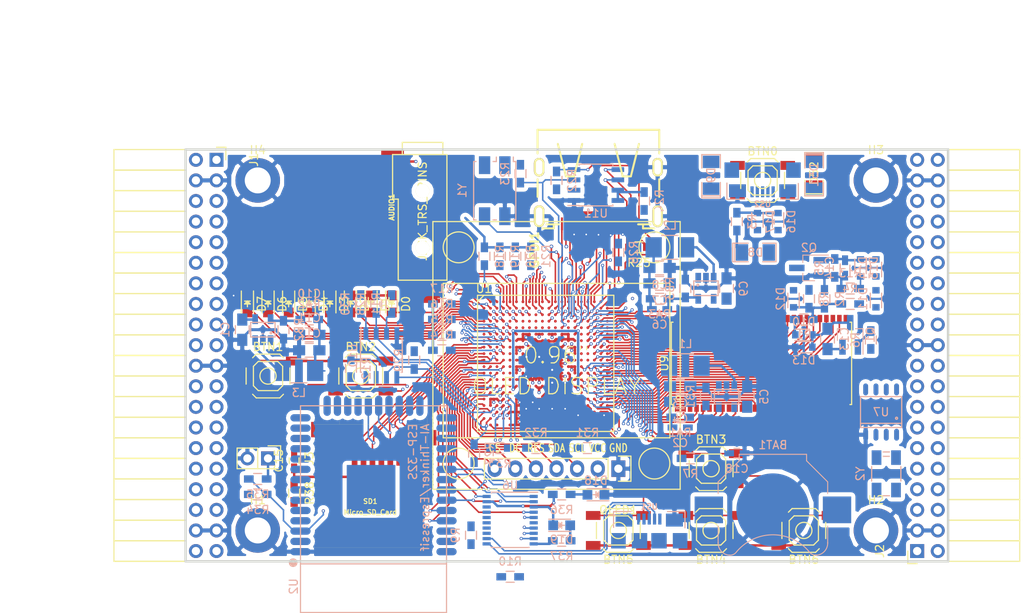
<source format=kicad_pcb>
(kicad_pcb (version 4) (host pcbnew 4.0.5+dfsg1-4)

  (general
    (links 576)
    (no_connects 141)
    (area 71.010001 43.48 197.572001 118.732339)
    (thickness 1.6)
    (drawings 6)
    (tracks 2547)
    (zones 0)
    (modules 120)
    (nets 212)
  )

  (page A4)
  (layers
    (0 F.Cu signal)
    (1 In1.Cu signal)
    (2 In2.Cu signal)
    (31 B.Cu signal)
    (32 B.Adhes user)
    (33 F.Adhes user)
    (34 B.Paste user)
    (35 F.Paste user)
    (36 B.SilkS user)
    (37 F.SilkS user)
    (38 B.Mask user)
    (39 F.Mask user)
    (40 Dwgs.User user)
    (41 Cmts.User user)
    (42 Eco1.User user)
    (43 Eco2.User user)
    (44 Edge.Cuts user)
    (45 Margin user)
    (46 B.CrtYd user)
    (47 F.CrtYd user)
    (48 B.Fab user)
    (49 F.Fab user)
  )

  (setup
    (last_trace_width 0.3)
    (trace_clearance 0.127)
    (zone_clearance 0.127)
    (zone_45_only no)
    (trace_min 0.127)
    (segment_width 0.2)
    (edge_width 0.2)
    (via_size 0.4)
    (via_drill 0.2)
    (via_min_size 0.4)
    (via_min_drill 0.2)
    (uvia_size 0.3)
    (uvia_drill 0.1)
    (uvias_allowed no)
    (uvia_min_size 0.2)
    (uvia_min_drill 0.1)
    (pcb_text_width 0.3)
    (pcb_text_size 1.5 1.5)
    (mod_edge_width 0.15)
    (mod_text_size 1 1)
    (mod_text_width 0.15)
    (pad_size 1.524 1.524)
    (pad_drill 0.762)
    (pad_to_mask_clearance 0.2)
    (aux_axis_origin 82.67 62.69)
    (grid_origin 86.48 79.2)
    (visible_elements 7FFFFFFF)
    (pcbplotparams
      (layerselection 0x010f0_80000007)
      (usegerberextensions true)
      (excludeedgelayer true)
      (linewidth 0.100000)
      (plotframeref false)
      (viasonmask false)
      (mode 1)
      (useauxorigin false)
      (hpglpennumber 1)
      (hpglpenspeed 20)
      (hpglpendiameter 15)
      (hpglpenoverlay 2)
      (psnegative false)
      (psa4output false)
      (plotreference true)
      (plotvalue true)
      (plotinvisibletext false)
      (padsonsilk false)
      (subtractmaskfromsilk false)
      (outputformat 1)
      (mirror false)
      (drillshape 0)
      (scaleselection 1)
      (outputdirectory plot))
  )

  (net 0 "")
  (net 1 GND)
  (net 2 +5V)
  (net 3 /gpio/IN5V)
  (net 4 /gpio/OUT5V)
  (net 5 +3V3)
  (net 6 "Net-(L1-Pad1)")
  (net 7 "Net-(L2-Pad1)")
  (net 8 +1V2)
  (net 9 BTN_D)
  (net 10 BTN_F1)
  (net 11 BTN_F2)
  (net 12 BTN_L)
  (net 13 BTN_R)
  (net 14 BTN_U)
  (net 15 /power/FB1)
  (net 16 +2V5)
  (net 17 "Net-(L3-Pad1)")
  (net 18 /power/PWREN)
  (net 19 /power/FB3)
  (net 20 /power/FB2)
  (net 21 "Net-(D9-Pad1)")
  (net 22 /power/VBAT)
  (net 23 JTAG_TDI)
  (net 24 JTAG_TCK)
  (net 25 JTAG_TMS)
  (net 26 JTAG_TDO)
  (net 27 /power/WAKEUPn)
  (net 28 /power/WKUP)
  (net 29 /power/SHUT)
  (net 30 /power/WAKE)
  (net 31 /power/HOLD)
  (net 32 /power/WKn)
  (net 33 /power/OSCI_32k)
  (net 34 /power/OSCO_32k)
  (net 35 "Net-(Q2-Pad3)")
  (net 36 SHUTDOWN)
  (net 37 /analog/AUDIO_L)
  (net 38 /analog/AUDIO_R)
  (net 39 GPDI_5V_SCL)
  (net 40 GPDI_5V_SDA)
  (net 41 GPDI_SDA)
  (net 42 GPDI_SCL)
  (net 43 /gpdi/VREF2)
  (net 44 /blinkey/BTNPU)
  (net 45 SD_CMD)
  (net 46 SD_CLK)
  (net 47 SD_D0)
  (net 48 SD_D1)
  (net 49 USB5V)
  (net 50 "Net-(BTN0-Pad1)")
  (net 51 GPDI_CEC)
  (net 52 nRESET)
  (net 53 FTDI_nDTR)
  (net 54 SDRAM_CKE)
  (net 55 SDRAM_A7)
  (net 56 SDRAM_D15)
  (net 57 SDRAM_BA1)
  (net 58 SDRAM_D7)
  (net 59 SDRAM_A6)
  (net 60 SDRAM_CLK)
  (net 61 SDRAM_D13)
  (net 62 SDRAM_BA0)
  (net 63 SDRAM_D6)
  (net 64 SDRAM_A5)
  (net 65 SDRAM_D14)
  (net 66 SDRAM_A11)
  (net 67 SDRAM_D12)
  (net 68 SDRAM_D5)
  (net 69 SDRAM_A4)
  (net 70 SDRAM_A10)
  (net 71 SDRAM_D11)
  (net 72 SDRAM_A3)
  (net 73 SDRAM_D4)
  (net 74 SDRAM_D10)
  (net 75 SDRAM_D9)
  (net 76 SDRAM_A9)
  (net 77 SDRAM_D3)
  (net 78 SDRAM_D8)
  (net 79 SDRAM_A8)
  (net 80 SDRAM_A2)
  (net 81 SDRAM_A1)
  (net 82 SDRAM_A0)
  (net 83 SDRAM_D2)
  (net 84 SDRAM_D1)
  (net 85 SDRAM_D0)
  (net 86 SDRAM_DQM0)
  (net 87 SDRAM_nCS)
  (net 88 SDRAM_nRAS)
  (net 89 SDRAM_DQM1)
  (net 90 SDRAM_nCAS)
  (net 91 SDRAM_nWE)
  (net 92 /flash/FLASH_nWP)
  (net 93 /flash/FLASH_nHOLD)
  (net 94 /flash/FLASH_MOSI)
  (net 95 /flash/FLASH_MISO)
  (net 96 /flash/FLASH_SCK)
  (net 97 /flash/FLASH_nCS)
  (net 98 /flash/FPGA_PROGRAMN)
  (net 99 /flash/FPGA_DONE)
  (net 100 /flash/FPGA_INITN)
  (net 101 OLED_RES)
  (net 102 OLED_DC)
  (net 103 OLED_CS)
  (net 104 WIFI_EN)
  (net 105 FTDI_nRTS)
  (net 106 WIFI_GPIO2)
  (net 107 FTDI_TXD)
  (net 108 FTDI_RXD)
  (net 109 WIFI_RXD)
  (net 110 WIFI_GPIO0)
  (net 111 WIFI_TXD)
  (net 112 /gpdi/CLK_25MHz)
  (net 113 GPDI_ETH-)
  (net 114 GPDI_ETH+)
  (net 115 GPDI_D2+)
  (net 116 GPDI_D2-)
  (net 117 GPDI_D1+)
  (net 118 GPDI_D1-)
  (net 119 GPDI_D0+)
  (net 120 GPDI_D0-)
  (net 121 GPDI_CLK+)
  (net 122 GPDI_CLK-)
  (net 123 USB_FPGA_D+)
  (net 124 USB_FPGA_D-)
  (net 125 USB_FTDI_D+)
  (net 126 USB_FTDI_D-)
  (net 127 J1_17-)
  (net 128 J1_17+)
  (net 129 J1_23-)
  (net 130 J1_23+)
  (net 131 J1_25-)
  (net 132 J1_25+)
  (net 133 J1_27-)
  (net 134 J1_27+)
  (net 135 J1_29-)
  (net 136 J1_29+)
  (net 137 J1_31-)
  (net 138 J1_31+)
  (net 139 J1_33-)
  (net 140 J1_33+)
  (net 141 J1_35-)
  (net 142 J1_35+)
  (net 143 J2_5-)
  (net 144 J2_5+)
  (net 145 J2_7-)
  (net 146 J2_7+)
  (net 147 J2_9-)
  (net 148 J2_9+)
  (net 149 J2_13-)
  (net 150 J2_13+)
  (net 151 J2_17-)
  (net 152 J2_17+)
  (net 153 J2_11-)
  (net 154 J2_11+)
  (net 155 J2_23-)
  (net 156 J2_23+)
  (net 157 J1_5-)
  (net 158 J1_5+)
  (net 159 J1_7-)
  (net 160 J1_7+)
  (net 161 J1_9-)
  (net 162 J1_9+)
  (net 163 J1_11-)
  (net 164 J1_11+)
  (net 165 J1_13-)
  (net 166 J1_13+)
  (net 167 J1_15-)
  (net 168 J1_15+)
  (net 169 J2_15-)
  (net 170 J2_15+)
  (net 171 J2_25-)
  (net 172 J2_25+)
  (net 173 J2_27-)
  (net 174 J2_27+)
  (net 175 J2_29-)
  (net 176 J2_29+)
  (net 177 J2_31-)
  (net 178 J2_31+)
  (net 179 J2_33-)
  (net 180 J2_33+)
  (net 181 J2_35-)
  (net 182 J2_35+)
  (net 183 SD_D3)
  (net 184 AUDIO_L3)
  (net 185 AUDIO_L2)
  (net 186 AUDIO_L1)
  (net 187 AUDIO_L0)
  (net 188 AUDIO_R3)
  (net 189 AUDIO_R2)
  (net 190 AUDIO_R1)
  (net 191 AUDIO_R0)
  (net 192 OLED_CLK)
  (net 193 OLED_MOSI)
  (net 194 WIFI_GPIO15)
  (net 195 LED0)
  (net 196 LED1)
  (net 197 LED2)
  (net 198 LED3)
  (net 199 LED4)
  (net 200 LED5)
  (net 201 LED6)
  (net 202 LED7)
  (net 203 BTN_PWRn)
  (net 204 "Net-(J3-Pad1)")
  (net 205 FTDI_nTXLED)
  (net 206 FTDI_nSLEEP)
  (net 207 /blinkey/LED_PWREN)
  (net 208 /blinkey/LED_TXLED)
  (net 209 FT3V3)
  (net 210 /sdcard/SD3V3)
  (net 211 SD_D2)

  (net_class Default "This is the default net class."
    (clearance 0.127)
    (trace_width 0.3)
    (via_dia 0.4)
    (via_drill 0.2)
    (uvia_dia 0.3)
    (uvia_drill 0.1)
    (add_net +1V2)
    (add_net +2V5)
    (add_net +3V3)
    (add_net +5V)
    (add_net /analog/AUDIO_L)
    (add_net /analog/AUDIO_R)
    (add_net /blinkey/BTNPU)
    (add_net /blinkey/LED_PWREN)
    (add_net /blinkey/LED_TXLED)
    (add_net /gpdi/VREF2)
    (add_net /gpio/IN5V)
    (add_net /gpio/OUT5V)
    (add_net /power/FB1)
    (add_net /power/FB2)
    (add_net /power/FB3)
    (add_net /power/HOLD)
    (add_net /power/OSCI_32k)
    (add_net /power/OSCO_32k)
    (add_net /power/PWREN)
    (add_net /power/SHUT)
    (add_net /power/VBAT)
    (add_net /power/WAKE)
    (add_net /power/WAKEUPn)
    (add_net /power/WKUP)
    (add_net /power/WKn)
    (add_net /sdcard/SD3V3)
    (add_net FT3V3)
    (add_net GND)
    (add_net "Net-(BTN0-Pad1)")
    (add_net "Net-(D9-Pad1)")
    (add_net "Net-(J3-Pad1)")
    (add_net "Net-(L1-Pad1)")
    (add_net "Net-(L2-Pad1)")
    (add_net "Net-(L3-Pad1)")
    (add_net "Net-(Q2-Pad3)")
    (add_net USB5V)
  )

  (net_class BGA ""
    (clearance 0.127)
    (trace_width 0.19)
    (via_dia 0.4)
    (via_drill 0.2)
    (uvia_dia 0.3)
    (uvia_drill 0.1)
    (add_net /flash/FLASH_MISO)
    (add_net /flash/FLASH_MOSI)
    (add_net /flash/FLASH_SCK)
    (add_net /flash/FLASH_nCS)
    (add_net /flash/FLASH_nHOLD)
    (add_net /flash/FLASH_nWP)
    (add_net /flash/FPGA_DONE)
    (add_net /flash/FPGA_INITN)
    (add_net /flash/FPGA_PROGRAMN)
    (add_net /gpdi/CLK_25MHz)
    (add_net AUDIO_L0)
    (add_net AUDIO_L1)
    (add_net AUDIO_L2)
    (add_net AUDIO_L3)
    (add_net AUDIO_R0)
    (add_net AUDIO_R1)
    (add_net AUDIO_R2)
    (add_net AUDIO_R3)
    (add_net BTN_D)
    (add_net BTN_F1)
    (add_net BTN_F2)
    (add_net BTN_L)
    (add_net BTN_PWRn)
    (add_net BTN_R)
    (add_net BTN_U)
    (add_net FTDI_RXD)
    (add_net FTDI_TXD)
    (add_net FTDI_nDTR)
    (add_net FTDI_nRTS)
    (add_net FTDI_nSLEEP)
    (add_net FTDI_nTXLED)
    (add_net GPDI_5V_SCL)
    (add_net GPDI_5V_SDA)
    (add_net GPDI_CEC)
    (add_net GPDI_CLK+)
    (add_net GPDI_CLK-)
    (add_net GPDI_D0+)
    (add_net GPDI_D0-)
    (add_net GPDI_D1+)
    (add_net GPDI_D1-)
    (add_net GPDI_D2+)
    (add_net GPDI_D2-)
    (add_net GPDI_ETH+)
    (add_net GPDI_ETH-)
    (add_net GPDI_SCL)
    (add_net GPDI_SDA)
    (add_net J1_11+)
    (add_net J1_11-)
    (add_net J1_13+)
    (add_net J1_13-)
    (add_net J1_15+)
    (add_net J1_15-)
    (add_net J1_17+)
    (add_net J1_17-)
    (add_net J1_23+)
    (add_net J1_23-)
    (add_net J1_25+)
    (add_net J1_25-)
    (add_net J1_27+)
    (add_net J1_27-)
    (add_net J1_29+)
    (add_net J1_29-)
    (add_net J1_31+)
    (add_net J1_31-)
    (add_net J1_33+)
    (add_net J1_33-)
    (add_net J1_35+)
    (add_net J1_35-)
    (add_net J1_5+)
    (add_net J1_5-)
    (add_net J1_7+)
    (add_net J1_7-)
    (add_net J1_9+)
    (add_net J1_9-)
    (add_net J2_11+)
    (add_net J2_11-)
    (add_net J2_13+)
    (add_net J2_13-)
    (add_net J2_15+)
    (add_net J2_15-)
    (add_net J2_17+)
    (add_net J2_17-)
    (add_net J2_23+)
    (add_net J2_23-)
    (add_net J2_25+)
    (add_net J2_25-)
    (add_net J2_27+)
    (add_net J2_27-)
    (add_net J2_29+)
    (add_net J2_29-)
    (add_net J2_31+)
    (add_net J2_31-)
    (add_net J2_33+)
    (add_net J2_33-)
    (add_net J2_35+)
    (add_net J2_35-)
    (add_net J2_5+)
    (add_net J2_5-)
    (add_net J2_7+)
    (add_net J2_7-)
    (add_net J2_9+)
    (add_net J2_9-)
    (add_net JTAG_TCK)
    (add_net JTAG_TDI)
    (add_net JTAG_TDO)
    (add_net JTAG_TMS)
    (add_net LED0)
    (add_net LED1)
    (add_net LED2)
    (add_net LED3)
    (add_net LED4)
    (add_net LED5)
    (add_net LED6)
    (add_net LED7)
    (add_net OLED_CLK)
    (add_net OLED_CS)
    (add_net OLED_DC)
    (add_net OLED_MOSI)
    (add_net OLED_RES)
    (add_net SDRAM_A0)
    (add_net SDRAM_A1)
    (add_net SDRAM_A10)
    (add_net SDRAM_A11)
    (add_net SDRAM_A2)
    (add_net SDRAM_A3)
    (add_net SDRAM_A4)
    (add_net SDRAM_A5)
    (add_net SDRAM_A6)
    (add_net SDRAM_A7)
    (add_net SDRAM_A8)
    (add_net SDRAM_A9)
    (add_net SDRAM_BA0)
    (add_net SDRAM_BA1)
    (add_net SDRAM_CKE)
    (add_net SDRAM_CLK)
    (add_net SDRAM_D0)
    (add_net SDRAM_D1)
    (add_net SDRAM_D10)
    (add_net SDRAM_D11)
    (add_net SDRAM_D12)
    (add_net SDRAM_D13)
    (add_net SDRAM_D14)
    (add_net SDRAM_D15)
    (add_net SDRAM_D2)
    (add_net SDRAM_D3)
    (add_net SDRAM_D4)
    (add_net SDRAM_D5)
    (add_net SDRAM_D6)
    (add_net SDRAM_D7)
    (add_net SDRAM_D8)
    (add_net SDRAM_D9)
    (add_net SDRAM_DQM0)
    (add_net SDRAM_DQM1)
    (add_net SDRAM_nCAS)
    (add_net SDRAM_nCS)
    (add_net SDRAM_nRAS)
    (add_net SDRAM_nWE)
    (add_net SD_CLK)
    (add_net SD_CMD)
    (add_net SD_D0)
    (add_net SD_D1)
    (add_net SD_D2)
    (add_net SD_D3)
    (add_net SHUTDOWN)
    (add_net USB_FPGA_D+)
    (add_net USB_FPGA_D-)
    (add_net USB_FTDI_D+)
    (add_net USB_FTDI_D-)
    (add_net WIFI_EN)
    (add_net WIFI_GPIO0)
    (add_net WIFI_GPIO15)
    (add_net WIFI_GPIO2)
    (add_net WIFI_RXD)
    (add_net WIFI_TXD)
    (add_net nRESET)
  )

  (net_class Minimal ""
    (clearance 0.127)
    (trace_width 0.127)
    (via_dia 0.4)
    (via_drill 0.2)
    (uvia_dia 0.3)
    (uvia_drill 0.1)
  )

  (module lfe5bg381:BGA-381_pitch0.8mm_dia0.4mm (layer F.Cu) (tedit 58D8FE92) (tstamp 58D8D57E)
    (at 138.48 87.8)
    (path /56AC389C/58F23D91)
    (attr smd)
    (fp_text reference U1 (at -7.6 -9.2) (layer F.SilkS)
      (effects (font (size 1 1) (thickness 0.15)))
    )
    (fp_text value LFE5U-25F-6BG381C (at 2 -9.2) (layer F.Fab)
      (effects (font (size 1 1) (thickness 0.15)))
    )
    (fp_line (start -8.4 8.4) (end 8.4 8.4) (layer F.SilkS) (width 0.15))
    (fp_line (start 8.4 8.4) (end 8.4 -8.4) (layer F.SilkS) (width 0.15))
    (fp_line (start 8.4 -8.4) (end -8.4 -8.4) (layer F.SilkS) (width 0.15))
    (fp_line (start -8.4 -8.4) (end -8.4 8.4) (layer F.SilkS) (width 0.15))
    (fp_line (start -7.6 -8.4) (end -8.4 -7.6) (layer F.SilkS) (width 0.15))
    (pad A2 smd circle (at -6.8 -7.6) (size 0.35 0.35) (layers F.Cu F.Paste F.Mask)
      (net 134 J1_27+) (solder_mask_margin 0.04))
    (pad A3 smd circle (at -6 -7.6) (size 0.35 0.35) (layers F.Cu F.Paste F.Mask)
      (net 188 AUDIO_R3) (solder_mask_margin 0.04))
    (pad A4 smd circle (at -5.2 -7.6) (size 0.35 0.35) (layers F.Cu F.Paste F.Mask)
      (net 132 J1_25+) (solder_mask_margin 0.04))
    (pad A5 smd circle (at -4.4 -7.6) (size 0.35 0.35) (layers F.Cu F.Paste F.Mask)
      (net 131 J1_25-) (solder_mask_margin 0.04))
    (pad A6 smd circle (at -3.6 -7.6) (size 0.35 0.35) (layers F.Cu F.Paste F.Mask)
      (net 130 J1_23+) (solder_mask_margin 0.04))
    (pad A7 smd circle (at -2.8 -7.6) (size 0.35 0.35) (layers F.Cu F.Paste F.Mask)
      (net 166 J1_13+) (solder_mask_margin 0.04))
    (pad A8 smd circle (at -2 -7.6) (size 0.35 0.35) (layers F.Cu F.Paste F.Mask)
      (net 165 J1_13-) (solder_mask_margin 0.04))
    (pad A9 smd circle (at -1.2 -7.6) (size 0.35 0.35) (layers F.Cu F.Paste F.Mask)
      (net 161 J1_9-) (solder_mask_margin 0.04))
    (pad A10 smd circle (at -0.4 -7.6) (size 0.35 0.35) (layers F.Cu F.Paste F.Mask)
      (net 160 J1_7+) (solder_mask_margin 0.04))
    (pad A11 smd circle (at 0.4 -7.6) (size 0.35 0.35) (layers F.Cu F.Paste F.Mask)
      (net 159 J1_7-) (solder_mask_margin 0.04))
    (pad A12 smd circle (at 1.2 -7.6) (size 0.35 0.35) (layers F.Cu F.Paste F.Mask)
      (net 114 GPDI_ETH+) (solder_mask_margin 0.04))
    (pad A13 smd circle (at 2 -7.6) (size 0.35 0.35) (layers F.Cu F.Paste F.Mask)
      (net 113 GPDI_ETH-) (solder_mask_margin 0.04))
    (pad A14 smd circle (at 2.8 -7.6) (size 0.35 0.35) (layers F.Cu F.Paste F.Mask)
      (net 115 GPDI_D2+) (solder_mask_margin 0.04))
    (pad A15 smd circle (at 3.6 -7.6) (size 0.35 0.35) (layers F.Cu F.Paste F.Mask)
      (solder_mask_margin 0.04))
    (pad A16 smd circle (at 4.4 -7.6) (size 0.35 0.35) (layers F.Cu F.Paste F.Mask)
      (net 117 GPDI_D1+) (solder_mask_margin 0.04))
    (pad A17 smd circle (at 5.2 -7.6) (size 0.35 0.35) (layers F.Cu F.Paste F.Mask)
      (net 119 GPDI_D0+) (solder_mask_margin 0.04))
    (pad A18 smd circle (at 6 -7.6) (size 0.35 0.35) (layers F.Cu F.Paste F.Mask)
      (net 121 GPDI_CLK+) (solder_mask_margin 0.04))
    (pad A19 smd circle (at 6.8 -7.6) (size 0.35 0.35) (layers F.Cu F.Paste F.Mask)
      (net 51 GPDI_CEC) (solder_mask_margin 0.04))
    (pad B1 smd circle (at -7.6 -6.8) (size 0.35 0.35) (layers F.Cu F.Paste F.Mask)
      (net 133 J1_27-) (solder_mask_margin 0.04))
    (pad B2 smd circle (at -6.8 -6.8) (size 0.35 0.35) (layers F.Cu F.Paste F.Mask)
      (net 195 LED0) (solder_mask_margin 0.04))
    (pad B3 smd circle (at -6 -6.8) (size 0.35 0.35) (layers F.Cu F.Paste F.Mask)
      (net 187 AUDIO_L0) (solder_mask_margin 0.04))
    (pad B4 smd circle (at -5.2 -6.8) (size 0.35 0.35) (layers F.Cu F.Paste F.Mask)
      (net 135 J1_29-) (solder_mask_margin 0.04))
    (pad B5 smd circle (at -4.4 -6.8) (size 0.35 0.35) (layers F.Cu F.Paste F.Mask)
      (net 189 AUDIO_R2) (solder_mask_margin 0.04))
    (pad B6 smd circle (at -3.6 -6.8) (size 0.35 0.35) (layers F.Cu F.Paste F.Mask)
      (net 129 J1_23-) (solder_mask_margin 0.04))
    (pad B7 smd circle (at -2.8 -6.8) (size 0.35 0.35) (layers F.Cu F.Paste F.Mask)
      (net 1 GND) (solder_mask_margin 0.04))
    (pad B8 smd circle (at -2 -6.8) (size 0.35 0.35) (layers F.Cu F.Paste F.Mask)
      (net 167 J1_15-) (solder_mask_margin 0.04))
    (pad B9 smd circle (at -1.2 -6.8) (size 0.35 0.35) (layers F.Cu F.Paste F.Mask)
      (net 164 J1_11+) (solder_mask_margin 0.04))
    (pad B10 smd circle (at -0.4 -6.8) (size 0.35 0.35) (layers F.Cu F.Paste F.Mask)
      (net 162 J1_9+) (solder_mask_margin 0.04))
    (pad B11 smd circle (at 0.4 -6.8) (size 0.35 0.35) (layers F.Cu F.Paste F.Mask)
      (net 158 J1_5+) (solder_mask_margin 0.04))
    (pad B12 smd circle (at 1.2 -6.8) (size 0.35 0.35) (layers F.Cu F.Paste F.Mask)
      (net 112 /gpdi/CLK_25MHz) (solder_mask_margin 0.04))
    (pad B13 smd circle (at 2 -6.8) (size 0.35 0.35) (layers F.Cu F.Paste F.Mask)
      (net 180 J2_33+) (solder_mask_margin 0.04))
    (pad B14 smd circle (at 2.8 -6.8) (size 0.35 0.35) (layers F.Cu F.Paste F.Mask)
      (net 1 GND) (solder_mask_margin 0.04))
    (pad B15 smd circle (at 3.6 -6.8) (size 0.35 0.35) (layers F.Cu F.Paste F.Mask)
      (net 178 J2_31+) (solder_mask_margin 0.04))
    (pad B16 smd circle (at 4.4 -6.8) (size 0.35 0.35) (layers F.Cu F.Paste F.Mask)
      (net 118 GPDI_D1-) (solder_mask_margin 0.04))
    (pad B17 smd circle (at 5.2 -6.8) (size 0.35 0.35) (layers F.Cu F.Paste F.Mask)
      (net 174 J2_27+) (solder_mask_margin 0.04))
    (pad B18 smd circle (at 6 -6.8) (size 0.35 0.35) (layers F.Cu F.Paste F.Mask)
      (net 120 GPDI_D0-) (solder_mask_margin 0.04))
    (pad B19 smd circle (at 6.8 -6.8) (size 0.35 0.35) (layers F.Cu F.Paste F.Mask)
      (net 122 GPDI_CLK-) (solder_mask_margin 0.04))
    (pad B20 smd circle (at 7.6 -6.8) (size 0.35 0.35) (layers F.Cu F.Paste F.Mask)
      (net 41 GPDI_SDA) (solder_mask_margin 0.04))
    (pad C1 smd circle (at -7.6 -6) (size 0.35 0.35) (layers F.Cu F.Paste F.Mask)
      (net 197 LED2) (solder_mask_margin 0.04))
    (pad C2 smd circle (at -6.8 -6) (size 0.35 0.35) (layers F.Cu F.Paste F.Mask)
      (net 196 LED1) (solder_mask_margin 0.04))
    (pad C3 smd circle (at -6 -6) (size 0.35 0.35) (layers F.Cu F.Paste F.Mask)
      (net 185 AUDIO_L2) (solder_mask_margin 0.04))
    (pad C4 smd circle (at -5.2 -6) (size 0.35 0.35) (layers F.Cu F.Paste F.Mask)
      (net 136 J1_29+) (solder_mask_margin 0.04))
    (pad C5 smd circle (at -4.4 -6) (size 0.35 0.35) (layers F.Cu F.Paste F.Mask)
      (net 190 AUDIO_R1) (solder_mask_margin 0.04))
    (pad C6 smd circle (at -3.6 -6) (size 0.35 0.35) (layers F.Cu F.Paste F.Mask)
      (net 128 J1_17+) (solder_mask_margin 0.04))
    (pad C7 smd circle (at -2.8 -6) (size 0.35 0.35) (layers F.Cu F.Paste F.Mask)
      (net 127 J1_17-) (solder_mask_margin 0.04))
    (pad C8 smd circle (at -2 -6) (size 0.35 0.35) (layers F.Cu F.Paste F.Mask)
      (net 168 J1_15+) (solder_mask_margin 0.04))
    (pad C9 smd circle (at -1.2 -6) (size 0.35 0.35) (layers F.Cu F.Paste F.Mask)
      (solder_mask_margin 0.04))
    (pad C10 smd circle (at -0.4 -6) (size 0.35 0.35) (layers F.Cu F.Paste F.Mask)
      (net 163 J1_11-) (solder_mask_margin 0.04))
    (pad C11 smd circle (at 0.4 -6) (size 0.35 0.35) (layers F.Cu F.Paste F.Mask)
      (net 157 J1_5-) (solder_mask_margin 0.04))
    (pad C12 smd circle (at 1.2 -6) (size 0.35 0.35) (layers F.Cu F.Paste F.Mask)
      (net 42 GPDI_SCL) (solder_mask_margin 0.04))
    (pad C13 smd circle (at 2 -6) (size 0.35 0.35) (layers F.Cu F.Paste F.Mask)
      (net 179 J2_33-) (solder_mask_margin 0.04))
    (pad C14 smd circle (at 2.8 -6) (size 0.35 0.35) (layers F.Cu F.Paste F.Mask)
      (net 116 GPDI_D2-) (solder_mask_margin 0.04))
    (pad C15 smd circle (at 3.6 -6) (size 0.35 0.35) (layers F.Cu F.Paste F.Mask)
      (net 177 J2_31-) (solder_mask_margin 0.04))
    (pad C16 smd circle (at 4.4 -6) (size 0.35 0.35) (layers F.Cu F.Paste F.Mask)
      (net 176 J2_29+) (solder_mask_margin 0.04))
    (pad C17 smd circle (at 5.2 -6) (size 0.35 0.35) (layers F.Cu F.Paste F.Mask)
      (net 173 J2_27-) (solder_mask_margin 0.04))
    (pad C18 smd circle (at 6 -6) (size 0.35 0.35) (layers F.Cu F.Paste F.Mask)
      (net 156 J2_23+) (solder_mask_margin 0.04))
    (pad C19 smd circle (at 6.8 -6) (size 0.35 0.35) (layers F.Cu F.Paste F.Mask)
      (net 1 GND) (solder_mask_margin 0.04))
    (pad C20 smd circle (at 7.6 -6) (size 0.35 0.35) (layers F.Cu F.Paste F.Mask)
      (net 56 SDRAM_D15) (solder_mask_margin 0.04))
    (pad D1 smd circle (at -7.6 -5.2) (size 0.35 0.35) (layers F.Cu F.Paste F.Mask)
      (net 199 LED4) (solder_mask_margin 0.04))
    (pad D2 smd circle (at -6.8 -5.2) (size 0.35 0.35) (layers F.Cu F.Paste F.Mask)
      (net 198 LED3) (solder_mask_margin 0.04))
    (pad D3 smd circle (at -6 -5.2) (size 0.35 0.35) (layers F.Cu F.Paste F.Mask)
      (net 186 AUDIO_L1) (solder_mask_margin 0.04))
    (pad D4 smd circle (at -5.2 -5.2) (size 0.35 0.35) (layers F.Cu F.Paste F.Mask)
      (net 1 GND) (solder_mask_margin 0.04))
    (pad D5 smd circle (at -4.4 -5.2) (size 0.35 0.35) (layers F.Cu F.Paste F.Mask)
      (solder_mask_margin 0.04))
    (pad D6 smd circle (at -3.6 -5.2) (size 0.35 0.35) (layers F.Cu F.Paste F.Mask)
      (net 203 BTN_PWRn) (solder_mask_margin 0.04))
    (pad D7 smd circle (at -2.8 -5.2) (size 0.35 0.35) (layers F.Cu F.Paste F.Mask)
      (solder_mask_margin 0.04))
    (pad D8 smd circle (at -2 -5.2) (size 0.35 0.35) (layers F.Cu F.Paste F.Mask)
      (solder_mask_margin 0.04))
    (pad D9 smd circle (at -1.2 -5.2) (size 0.35 0.35) (layers F.Cu F.Paste F.Mask)
      (solder_mask_margin 0.04))
    (pad D10 smd circle (at -0.4 -5.2) (size 0.35 0.35) (layers F.Cu F.Paste F.Mask)
      (solder_mask_margin 0.04))
    (pad D11 smd circle (at 0.4 -5.2) (size 0.35 0.35) (layers F.Cu F.Paste F.Mask)
      (net 14 BTN_U) (solder_mask_margin 0.04))
    (pad D12 smd circle (at 1.2 -5.2) (size 0.35 0.35) (layers F.Cu F.Paste F.Mask)
      (solder_mask_margin 0.04))
    (pad D13 smd circle (at 2 -5.2) (size 0.35 0.35) (layers F.Cu F.Paste F.Mask)
      (net 182 J2_35+) (solder_mask_margin 0.04))
    (pad D14 smd circle (at 2.8 -5.2) (size 0.35 0.35) (layers F.Cu F.Paste F.Mask)
      (solder_mask_margin 0.04))
    (pad D15 smd circle (at 3.6 -5.2) (size 0.35 0.35) (layers F.Cu F.Paste F.Mask)
      (net 172 J2_25+) (solder_mask_margin 0.04))
    (pad D16 smd circle (at 4.4 -5.2) (size 0.35 0.35) (layers F.Cu F.Paste F.Mask)
      (net 175 J2_29-) (solder_mask_margin 0.04))
    (pad D17 smd circle (at 5.2 -5.2) (size 0.35 0.35) (layers F.Cu F.Paste F.Mask)
      (net 155 J2_23-) (solder_mask_margin 0.04))
    (pad D18 smd circle (at 6 -5.2) (size 0.35 0.35) (layers F.Cu F.Paste F.Mask)
      (net 152 J2_17+) (solder_mask_margin 0.04))
    (pad D19 smd circle (at 6.8 -5.2) (size 0.35 0.35) (layers F.Cu F.Paste F.Mask)
      (net 65 SDRAM_D14) (solder_mask_margin 0.04))
    (pad D20 smd circle (at 7.6 -5.2) (size 0.35 0.35) (layers F.Cu F.Paste F.Mask)
      (net 61 SDRAM_D13) (solder_mask_margin 0.04))
    (pad E1 smd circle (at -7.6 -4.4) (size 0.35 0.35) (layers F.Cu F.Paste F.Mask)
      (net 201 LED6) (solder_mask_margin 0.04))
    (pad E2 smd circle (at -6.8 -4.4) (size 0.35 0.35) (layers F.Cu F.Paste F.Mask)
      (net 200 LED5) (solder_mask_margin 0.04))
    (pad E3 smd circle (at -6 -4.4) (size 0.35 0.35) (layers F.Cu F.Paste F.Mask)
      (net 137 J1_31-) (solder_mask_margin 0.04))
    (pad E4 smd circle (at -5.2 -4.4) (size 0.35 0.35) (layers F.Cu F.Paste F.Mask)
      (solder_mask_margin 0.04))
    (pad E5 smd circle (at -4.4 -4.4) (size 0.35 0.35) (layers F.Cu F.Paste F.Mask)
      (net 184 AUDIO_L3) (solder_mask_margin 0.04))
    (pad E6 smd circle (at -3.6 -4.4) (size 0.35 0.35) (layers F.Cu F.Paste F.Mask)
      (solder_mask_margin 0.04))
    (pad E7 smd circle (at -2.8 -4.4) (size 0.35 0.35) (layers F.Cu F.Paste F.Mask)
      (solder_mask_margin 0.04))
    (pad E8 smd circle (at -2 -4.4) (size 0.35 0.35) (layers F.Cu F.Paste F.Mask)
      (solder_mask_margin 0.04))
    (pad E9 smd circle (at -1.2 -4.4) (size 0.35 0.35) (layers F.Cu F.Paste F.Mask)
      (solder_mask_margin 0.04))
    (pad E10 smd circle (at -0.4 -4.4) (size 0.35 0.35) (layers F.Cu F.Paste F.Mask)
      (solder_mask_margin 0.04))
    (pad E11 smd circle (at 0.4 -4.4) (size 0.35 0.35) (layers F.Cu F.Paste F.Mask)
      (solder_mask_margin 0.04))
    (pad E12 smd circle (at 1.2 -4.4) (size 0.35 0.35) (layers F.Cu F.Paste F.Mask)
      (solder_mask_margin 0.04))
    (pad E13 smd circle (at 2 -4.4) (size 0.35 0.35) (layers F.Cu F.Paste F.Mask)
      (net 181 J2_35-) (solder_mask_margin 0.04))
    (pad E14 smd circle (at 2.8 -4.4) (size 0.35 0.35) (layers F.Cu F.Paste F.Mask)
      (solder_mask_margin 0.04))
    (pad E15 smd circle (at 3.6 -4.4) (size 0.35 0.35) (layers F.Cu F.Paste F.Mask)
      (net 171 J2_25-) (solder_mask_margin 0.04))
    (pad E16 smd circle (at 4.4 -4.4) (size 0.35 0.35) (layers F.Cu F.Paste F.Mask)
      (solder_mask_margin 0.04))
    (pad E17 smd circle (at 5.2 -4.4) (size 0.35 0.35) (layers F.Cu F.Paste F.Mask)
      (net 151 J2_17-) (solder_mask_margin 0.04))
    (pad E18 smd circle (at 6 -4.4) (size 0.35 0.35) (layers F.Cu F.Paste F.Mask)
      (net 73 SDRAM_D4) (solder_mask_margin 0.04))
    (pad E19 smd circle (at 6.8 -4.4) (size 0.35 0.35) (layers F.Cu F.Paste F.Mask)
      (net 67 SDRAM_D12) (solder_mask_margin 0.04))
    (pad E20 smd circle (at 7.6 -4.4) (size 0.35 0.35) (layers F.Cu F.Paste F.Mask)
      (net 71 SDRAM_D11) (solder_mask_margin 0.04))
    (pad F1 smd circle (at -7.6 -3.6) (size 0.35 0.35) (layers F.Cu F.Paste F.Mask)
      (solder_mask_margin 0.04))
    (pad F2 smd circle (at -6.8 -3.6) (size 0.35 0.35) (layers F.Cu F.Paste F.Mask)
      (net 202 LED7) (solder_mask_margin 0.04))
    (pad F3 smd circle (at -6 -3.6) (size 0.35 0.35) (layers F.Cu F.Paste F.Mask)
      (net 139 J1_33-) (solder_mask_margin 0.04))
    (pad F4 smd circle (at -5.2 -3.6) (size 0.35 0.35) (layers F.Cu F.Paste F.Mask)
      (net 138 J1_31+) (solder_mask_margin 0.04))
    (pad F5 smd circle (at -4.4 -3.6) (size 0.35 0.35) (layers F.Cu F.Paste F.Mask)
      (net 191 AUDIO_R0) (solder_mask_margin 0.04))
    (pad F6 smd circle (at -3.6 -3.6) (size 0.35 0.35) (layers F.Cu F.Paste F.Mask)
      (net 16 +2V5) (solder_mask_margin 0.04))
    (pad F7 smd circle (at -2.8 -3.6) (size 0.35 0.35) (layers F.Cu F.Paste F.Mask)
      (net 1 GND) (solder_mask_margin 0.04))
    (pad F8 smd circle (at -2 -3.6) (size 0.35 0.35) (layers F.Cu F.Paste F.Mask)
      (net 1 GND) (solder_mask_margin 0.04))
    (pad F9 smd circle (at -1.2 -3.6) (size 0.35 0.35) (layers F.Cu F.Paste F.Mask)
      (net 5 +3V3) (solder_mask_margin 0.04))
    (pad F10 smd circle (at -0.4 -3.6) (size 0.35 0.35) (layers F.Cu F.Paste F.Mask)
      (net 5 +3V3) (solder_mask_margin 0.04))
    (pad F11 smd circle (at 0.4 -3.6) (size 0.35 0.35) (layers F.Cu F.Paste F.Mask)
      (net 5 +3V3) (solder_mask_margin 0.04))
    (pad F12 smd circle (at 1.2 -3.6) (size 0.35 0.35) (layers F.Cu F.Paste F.Mask)
      (net 5 +3V3) (solder_mask_margin 0.04))
    (pad F13 smd circle (at 2 -3.6) (size 0.35 0.35) (layers F.Cu F.Paste F.Mask)
      (net 1 GND) (solder_mask_margin 0.04))
    (pad F14 smd circle (at 2.8 -3.6) (size 0.35 0.35) (layers F.Cu F.Paste F.Mask)
      (net 1 GND) (solder_mask_margin 0.04))
    (pad F15 smd circle (at 3.6 -3.6) (size 0.35 0.35) (layers F.Cu F.Paste F.Mask)
      (net 16 +2V5) (solder_mask_margin 0.04))
    (pad F16 smd circle (at 4.4 -3.6) (size 0.35 0.35) (layers F.Cu F.Paste F.Mask)
      (solder_mask_margin 0.04))
    (pad F17 smd circle (at 5.2 -3.6) (size 0.35 0.35) (layers F.Cu F.Paste F.Mask)
      (net 170 J2_15+) (solder_mask_margin 0.04))
    (pad F18 smd circle (at 6 -3.6) (size 0.35 0.35) (layers F.Cu F.Paste F.Mask)
      (net 68 SDRAM_D5) (solder_mask_margin 0.04))
    (pad F19 smd circle (at 6.8 -3.6) (size 0.35 0.35) (layers F.Cu F.Paste F.Mask)
      (net 74 SDRAM_D10) (solder_mask_margin 0.04))
    (pad F20 smd circle (at 7.6 -3.6) (size 0.35 0.35) (layers F.Cu F.Paste F.Mask)
      (net 75 SDRAM_D9) (solder_mask_margin 0.04))
    (pad G1 smd circle (at -7.6 -2.8) (size 0.35 0.35) (layers F.Cu F.Paste F.Mask)
      (solder_mask_margin 0.04))
    (pad G2 smd circle (at -6.8 -2.8) (size 0.35 0.35) (layers F.Cu F.Paste F.Mask)
      (net 104 WIFI_EN) (solder_mask_margin 0.04))
    (pad G3 smd circle (at -6 -2.8) (size 0.35 0.35) (layers F.Cu F.Paste F.Mask)
      (net 140 J1_33+) (solder_mask_margin 0.04))
    (pad G4 smd circle (at -5.2 -2.8) (size 0.35 0.35) (layers F.Cu F.Paste F.Mask)
      (net 1 GND) (solder_mask_margin 0.04))
    (pad G5 smd circle (at -4.4 -2.8) (size 0.35 0.35) (layers F.Cu F.Paste F.Mask)
      (net 141 J1_35-) (solder_mask_margin 0.04))
    (pad G6 smd circle (at -3.6 -2.8) (size 0.35 0.35) (layers F.Cu F.Paste F.Mask)
      (net 1 GND) (solder_mask_margin 0.04))
    (pad G7 smd circle (at -2.8 -2.8) (size 0.35 0.35) (layers F.Cu F.Paste F.Mask)
      (net 1 GND) (solder_mask_margin 0.04))
    (pad G8 smd circle (at -2 -2.8) (size 0.35 0.35) (layers F.Cu F.Paste F.Mask)
      (net 1 GND) (solder_mask_margin 0.04))
    (pad G9 smd circle (at -1.2 -2.8) (size 0.35 0.35) (layers F.Cu F.Paste F.Mask)
      (net 1 GND) (solder_mask_margin 0.04))
    (pad G10 smd circle (at -0.4 -2.8) (size 0.35 0.35) (layers F.Cu F.Paste F.Mask)
      (net 1 GND) (solder_mask_margin 0.04))
    (pad G11 smd circle (at 0.4 -2.8) (size 0.35 0.35) (layers F.Cu F.Paste F.Mask)
      (net 1 GND) (solder_mask_margin 0.04))
    (pad G12 smd circle (at 1.2 -2.8) (size 0.35 0.35) (layers F.Cu F.Paste F.Mask)
      (net 1 GND) (solder_mask_margin 0.04))
    (pad G13 smd circle (at 2 -2.8) (size 0.35 0.35) (layers F.Cu F.Paste F.Mask)
      (net 1 GND) (solder_mask_margin 0.04))
    (pad G14 smd circle (at 2.8 -2.8) (size 0.35 0.35) (layers F.Cu F.Paste F.Mask)
      (net 1 GND) (solder_mask_margin 0.04))
    (pad G15 smd circle (at 3.6 -2.8) (size 0.35 0.35) (layers F.Cu F.Paste F.Mask)
      (net 1 GND) (solder_mask_margin 0.04))
    (pad G16 smd circle (at 4.4 -2.8) (size 0.35 0.35) (layers F.Cu F.Paste F.Mask)
      (solder_mask_margin 0.04))
    (pad G17 smd circle (at 5.2 -2.8) (size 0.35 0.35) (layers F.Cu F.Paste F.Mask)
      (net 1 GND) (solder_mask_margin 0.04))
    (pad G18 smd circle (at 6 -2.8) (size 0.35 0.35) (layers F.Cu F.Paste F.Mask)
      (net 169 J2_15-) (solder_mask_margin 0.04))
    (pad G19 smd circle (at 6.8 -2.8) (size 0.35 0.35) (layers F.Cu F.Paste F.Mask)
      (net 78 SDRAM_D8) (solder_mask_margin 0.04))
    (pad G20 smd circle (at 7.6 -2.8) (size 0.35 0.35) (layers F.Cu F.Paste F.Mask)
      (net 89 SDRAM_DQM1) (solder_mask_margin 0.04))
    (pad H1 smd circle (at -7.6 -2) (size 0.35 0.35) (layers F.Cu F.Paste F.Mask)
      (net 183 SD_D3) (solder_mask_margin 0.04))
    (pad H2 smd circle (at -6.8 -2) (size 0.35 0.35) (layers F.Cu F.Paste F.Mask)
      (net 211 SD_D2) (solder_mask_margin 0.04))
    (pad H3 smd circle (at -6 -2) (size 0.35 0.35) (layers F.Cu F.Paste F.Mask)
      (solder_mask_margin 0.04))
    (pad H4 smd circle (at -5.2 -2) (size 0.35 0.35) (layers F.Cu F.Paste F.Mask)
      (net 142 J1_35+) (solder_mask_margin 0.04))
    (pad H5 smd circle (at -4.4 -2) (size 0.35 0.35) (layers F.Cu F.Paste F.Mask)
      (solder_mask_margin 0.04))
    (pad H6 smd circle (at -3.6 -2) (size 0.35 0.35) (layers F.Cu F.Paste F.Mask)
      (net 5 +3V3) (solder_mask_margin 0.04))
    (pad H7 smd circle (at -2.8 -2) (size 0.35 0.35) (layers F.Cu F.Paste F.Mask)
      (net 5 +3V3) (solder_mask_margin 0.04))
    (pad H8 smd circle (at -2 -2) (size 0.35 0.35) (layers F.Cu F.Paste F.Mask)
      (net 8 +1V2) (solder_mask_margin 0.04))
    (pad H9 smd circle (at -1.2 -2) (size 0.35 0.35) (layers F.Cu F.Paste F.Mask)
      (net 8 +1V2) (solder_mask_margin 0.04))
    (pad H10 smd circle (at -0.4 -2) (size 0.35 0.35) (layers F.Cu F.Paste F.Mask)
      (net 8 +1V2) (solder_mask_margin 0.04))
    (pad H11 smd circle (at 0.4 -2) (size 0.35 0.35) (layers F.Cu F.Paste F.Mask)
      (net 8 +1V2) (solder_mask_margin 0.04))
    (pad H12 smd circle (at 1.2 -2) (size 0.35 0.35) (layers F.Cu F.Paste F.Mask)
      (net 8 +1V2) (solder_mask_margin 0.04))
    (pad H13 smd circle (at 2 -2) (size 0.35 0.35) (layers F.Cu F.Paste F.Mask)
      (net 8 +1V2) (solder_mask_margin 0.04))
    (pad H14 smd circle (at 2.8 -2) (size 0.35 0.35) (layers F.Cu F.Paste F.Mask)
      (net 5 +3V3) (solder_mask_margin 0.04))
    (pad H15 smd circle (at 3.6 -2) (size 0.35 0.35) (layers F.Cu F.Paste F.Mask)
      (net 5 +3V3) (solder_mask_margin 0.04))
    (pad H16 smd circle (at 4.4 -2) (size 0.35 0.35) (layers F.Cu F.Paste F.Mask)
      (solder_mask_margin 0.04))
    (pad H17 smd circle (at 5.2 -2) (size 0.35 0.35) (layers F.Cu F.Paste F.Mask)
      (net 149 J2_13-) (solder_mask_margin 0.04))
    (pad H18 smd circle (at 6 -2) (size 0.35 0.35) (layers F.Cu F.Paste F.Mask)
      (net 150 J2_13+) (solder_mask_margin 0.04))
    (pad H19 smd circle (at 6.8 -2) (size 0.35 0.35) (layers F.Cu F.Paste F.Mask)
      (net 1 GND) (solder_mask_margin 0.04))
    (pad H20 smd circle (at 7.6 -2) (size 0.35 0.35) (layers F.Cu F.Paste F.Mask)
      (net 60 SDRAM_CLK) (solder_mask_margin 0.04))
    (pad J1 smd circle (at -7.6 -1.2) (size 0.35 0.35) (layers F.Cu F.Paste F.Mask)
      (net 46 SD_CLK) (solder_mask_margin 0.04))
    (pad J2 smd circle (at -6.8 -1.2) (size 0.35 0.35) (layers F.Cu F.Paste F.Mask)
      (net 1 GND) (solder_mask_margin 0.04))
    (pad J3 smd circle (at -6 -1.2) (size 0.35 0.35) (layers F.Cu F.Paste F.Mask)
      (net 45 SD_CMD) (solder_mask_margin 0.04))
    (pad J4 smd circle (at -5.2 -1.2) (size 0.35 0.35) (layers F.Cu F.Paste F.Mask)
      (net 106 WIFI_GPIO2) (solder_mask_margin 0.04))
    (pad J5 smd circle (at -4.4 -1.2) (size 0.35 0.35) (layers F.Cu F.Paste F.Mask)
      (solder_mask_margin 0.04))
    (pad J6 smd circle (at -3.6 -1.2) (size 0.35 0.35) (layers F.Cu F.Paste F.Mask)
      (net 5 +3V3) (solder_mask_margin 0.04))
    (pad J7 smd circle (at -2.8 -1.2) (size 0.35 0.35) (layers F.Cu F.Paste F.Mask)
      (net 1 GND) (solder_mask_margin 0.04))
    (pad J8 smd circle (at -2 -1.2) (size 0.35 0.35) (layers F.Cu F.Paste F.Mask)
      (net 8 +1V2) (solder_mask_margin 0.04))
    (pad J9 smd circle (at -1.2 -1.2) (size 0.35 0.35) (layers F.Cu F.Paste F.Mask)
      (net 1 GND) (solder_mask_margin 0.04))
    (pad J10 smd circle (at -0.4 -1.2) (size 0.35 0.35) (layers F.Cu F.Paste F.Mask)
      (net 1 GND) (solder_mask_margin 0.04))
    (pad J11 smd circle (at 0.4 -1.2) (size 0.35 0.35) (layers F.Cu F.Paste F.Mask)
      (net 1 GND) (solder_mask_margin 0.04))
    (pad J12 smd circle (at 1.2 -1.2) (size 0.35 0.35) (layers F.Cu F.Paste F.Mask)
      (net 1 GND) (solder_mask_margin 0.04))
    (pad J13 smd circle (at 2 -1.2) (size 0.35 0.35) (layers F.Cu F.Paste F.Mask)
      (net 8 +1V2) (solder_mask_margin 0.04))
    (pad J14 smd circle (at 2.8 -1.2) (size 0.35 0.35) (layers F.Cu F.Paste F.Mask)
      (net 1 GND) (solder_mask_margin 0.04))
    (pad J15 smd circle (at 3.6 -1.2) (size 0.35 0.35) (layers F.Cu F.Paste F.Mask)
      (net 5 +3V3) (solder_mask_margin 0.04))
    (pad J16 smd circle (at 4.4 -1.2) (size 0.35 0.35) (layers F.Cu F.Paste F.Mask)
      (solder_mask_margin 0.04))
    (pad J17 smd circle (at 5.2 -1.2) (size 0.35 0.35) (layers F.Cu F.Paste F.Mask)
      (solder_mask_margin 0.04))
    (pad J18 smd circle (at 6 -1.2) (size 0.35 0.35) (layers F.Cu F.Paste F.Mask)
      (net 77 SDRAM_D3) (solder_mask_margin 0.04))
    (pad J19 smd circle (at 6.8 -1.2) (size 0.35 0.35) (layers F.Cu F.Paste F.Mask)
      (net 54 SDRAM_CKE) (solder_mask_margin 0.04))
    (pad J20 smd circle (at 7.6 -1.2) (size 0.35 0.35) (layers F.Cu F.Paste F.Mask)
      (net 66 SDRAM_A11) (solder_mask_margin 0.04))
    (pad K1 smd circle (at -7.6 -0.4) (size 0.35 0.35) (layers F.Cu F.Paste F.Mask)
      (net 48 SD_D1) (solder_mask_margin 0.04))
    (pad K2 smd circle (at -6.8 -0.4) (size 0.35 0.35) (layers F.Cu F.Paste F.Mask)
      (net 47 SD_D0) (solder_mask_margin 0.04))
    (pad K3 smd circle (at -6 -0.4) (size 0.35 0.35) (layers F.Cu F.Paste F.Mask)
      (net 109 WIFI_RXD) (solder_mask_margin 0.04))
    (pad K4 smd circle (at -5.2 -0.4) (size 0.35 0.35) (layers F.Cu F.Paste F.Mask)
      (net 111 WIFI_TXD) (solder_mask_margin 0.04))
    (pad K5 smd circle (at -4.4 -0.4) (size 0.35 0.35) (layers F.Cu F.Paste F.Mask)
      (net 124 USB_FPGA_D-) (solder_mask_margin 0.04))
    (pad K6 smd circle (at -3.6 -0.4) (size 0.35 0.35) (layers F.Cu F.Paste F.Mask)
      (net 1 GND) (solder_mask_margin 0.04))
    (pad K7 smd circle (at -2.8 -0.4) (size 0.35 0.35) (layers F.Cu F.Paste F.Mask)
      (net 1 GND) (solder_mask_margin 0.04))
    (pad K8 smd circle (at -2 -0.4) (size 0.35 0.35) (layers F.Cu F.Paste F.Mask)
      (net 8 +1V2) (solder_mask_margin 0.04))
    (pad K9 smd circle (at -1.2 -0.4) (size 0.35 0.35) (layers F.Cu F.Paste F.Mask)
      (net 1 GND) (solder_mask_margin 0.04))
    (pad K10 smd circle (at -0.4 -0.4) (size 0.35 0.35) (layers F.Cu F.Paste F.Mask)
      (net 1 GND) (solder_mask_margin 0.04))
    (pad K11 smd circle (at 0.4 -0.4) (size 0.35 0.35) (layers F.Cu F.Paste F.Mask)
      (net 1 GND) (solder_mask_margin 0.04))
    (pad K12 smd circle (at 1.2 -0.4) (size 0.35 0.35) (layers F.Cu F.Paste F.Mask)
      (net 1 GND) (solder_mask_margin 0.04))
    (pad K13 smd circle (at 2 -0.4) (size 0.35 0.35) (layers F.Cu F.Paste F.Mask)
      (net 8 +1V2) (solder_mask_margin 0.04))
    (pad K14 smd circle (at 2.8 -0.4) (size 0.35 0.35) (layers F.Cu F.Paste F.Mask)
      (net 1 GND) (solder_mask_margin 0.04))
    (pad K15 smd circle (at 3.6 -0.4) (size 0.35 0.35) (layers F.Cu F.Paste F.Mask)
      (net 1 GND) (solder_mask_margin 0.04))
    (pad K16 smd circle (at 4.4 -0.4) (size 0.35 0.35) (layers F.Cu F.Paste F.Mask)
      (solder_mask_margin 0.04))
    (pad K17 smd circle (at 5.2 -0.4) (size 0.35 0.35) (layers F.Cu F.Paste F.Mask)
      (solder_mask_margin 0.04))
    (pad K18 smd circle (at 6 -0.4) (size 0.35 0.35) (layers F.Cu F.Paste F.Mask)
      (net 83 SDRAM_D2) (solder_mask_margin 0.04))
    (pad K19 smd circle (at 6.8 -0.4) (size 0.35 0.35) (layers F.Cu F.Paste F.Mask)
      (net 76 SDRAM_A9) (solder_mask_margin 0.04))
    (pad K20 smd circle (at 7.6 -0.4) (size 0.35 0.35) (layers F.Cu F.Paste F.Mask)
      (net 79 SDRAM_A8) (solder_mask_margin 0.04))
    (pad L1 smd circle (at -7.6 0.4) (size 0.35 0.35) (layers F.Cu F.Paste F.Mask)
      (solder_mask_margin 0.04))
    (pad L2 smd circle (at -6.8 0.4) (size 0.35 0.35) (layers F.Cu F.Paste F.Mask)
      (net 110 WIFI_GPIO0) (solder_mask_margin 0.04))
    (pad L3 smd circle (at -6 0.4) (size 0.35 0.35) (layers F.Cu F.Paste F.Mask)
      (solder_mask_margin 0.04))
    (pad L4 smd circle (at -5.2 0.4) (size 0.35 0.35) (layers F.Cu F.Paste F.Mask)
      (net 108 FTDI_RXD) (solder_mask_margin 0.04))
    (pad L5 smd circle (at -4.4 0.4) (size 0.35 0.35) (layers F.Cu F.Paste F.Mask)
      (net 123 USB_FPGA_D+) (solder_mask_margin 0.04))
    (pad L6 smd circle (at -3.6 0.4) (size 0.35 0.35) (layers F.Cu F.Paste F.Mask)
      (net 5 +3V3) (solder_mask_margin 0.04))
    (pad L7 smd circle (at -2.8 0.4) (size 0.35 0.35) (layers F.Cu F.Paste F.Mask)
      (net 5 +3V3) (solder_mask_margin 0.04))
    (pad L8 smd circle (at -2 0.4) (size 0.35 0.35) (layers F.Cu F.Paste F.Mask)
      (net 8 +1V2) (solder_mask_margin 0.04))
    (pad L9 smd circle (at -1.2 0.4) (size 0.35 0.35) (layers F.Cu F.Paste F.Mask)
      (net 1 GND) (solder_mask_margin 0.04))
    (pad L10 smd circle (at -0.4 0.4) (size 0.35 0.35) (layers F.Cu F.Paste F.Mask)
      (net 1 GND) (solder_mask_margin 0.04))
    (pad L11 smd circle (at 0.4 0.4) (size 0.35 0.35) (layers F.Cu F.Paste F.Mask)
      (net 1 GND) (solder_mask_margin 0.04))
    (pad L12 smd circle (at 1.2 0.4) (size 0.35 0.35) (layers F.Cu F.Paste F.Mask)
      (net 1 GND) (solder_mask_margin 0.04))
    (pad L13 smd circle (at 2 0.4) (size 0.35 0.35) (layers F.Cu F.Paste F.Mask)
      (net 8 +1V2) (solder_mask_margin 0.04))
    (pad L14 smd circle (at 2.8 0.4) (size 0.35 0.35) (layers F.Cu F.Paste F.Mask)
      (net 5 +3V3) (solder_mask_margin 0.04))
    (pad L15 smd circle (at 3.6 0.4) (size 0.35 0.35) (layers F.Cu F.Paste F.Mask)
      (net 5 +3V3) (solder_mask_margin 0.04))
    (pad L16 smd circle (at 4.4 0.4) (size 0.35 0.35) (layers F.Cu F.Paste F.Mask)
      (net 154 J2_11+) (solder_mask_margin 0.04))
    (pad L17 smd circle (at 5.2 0.4) (size 0.35 0.35) (layers F.Cu F.Paste F.Mask)
      (net 153 J2_11-) (solder_mask_margin 0.04))
    (pad L18 smd circle (at 6 0.4) (size 0.35 0.35) (layers F.Cu F.Paste F.Mask)
      (net 84 SDRAM_D1) (solder_mask_margin 0.04))
    (pad L19 smd circle (at 6.8 0.4) (size 0.35 0.35) (layers F.Cu F.Paste F.Mask)
      (net 55 SDRAM_A7) (solder_mask_margin 0.04))
    (pad L20 smd circle (at 7.6 0.4) (size 0.35 0.35) (layers F.Cu F.Paste F.Mask)
      (net 59 SDRAM_A6) (solder_mask_margin 0.04))
    (pad M1 smd circle (at -7.6 1.2) (size 0.35 0.35) (layers F.Cu F.Paste F.Mask)
      (net 107 FTDI_TXD) (solder_mask_margin 0.04))
    (pad M2 smd circle (at -6.8 1.2) (size 0.35 0.35) (layers F.Cu F.Paste F.Mask)
      (net 1 GND) (solder_mask_margin 0.04))
    (pad M3 smd circle (at -6 1.2) (size 0.35 0.35) (layers F.Cu F.Paste F.Mask)
      (net 105 FTDI_nRTS) (solder_mask_margin 0.04))
    (pad M4 smd circle (at -5.2 1.2) (size 0.35 0.35) (layers F.Cu F.Paste F.Mask)
      (solder_mask_margin 0.04))
    (pad M5 smd circle (at -4.4 1.2) (size 0.35 0.35) (layers F.Cu F.Paste F.Mask)
      (solder_mask_margin 0.04))
    (pad M6 smd circle (at -3.6 1.2) (size 0.35 0.35) (layers F.Cu F.Paste F.Mask)
      (net 5 +3V3) (solder_mask_margin 0.04))
    (pad M7 smd circle (at -2.8 1.2) (size 0.35 0.35) (layers F.Cu F.Paste F.Mask)
      (net 1 GND) (solder_mask_margin 0.04))
    (pad M8 smd circle (at -2 1.2) (size 0.35 0.35) (layers F.Cu F.Paste F.Mask)
      (net 8 +1V2) (solder_mask_margin 0.04))
    (pad M9 smd circle (at -1.2 1.2) (size 0.35 0.35) (layers F.Cu F.Paste F.Mask)
      (net 1 GND) (solder_mask_margin 0.04))
    (pad M10 smd circle (at -0.4 1.2) (size 0.35 0.35) (layers F.Cu F.Paste F.Mask)
      (net 1 GND) (solder_mask_margin 0.04))
    (pad M11 smd circle (at 0.4 1.2) (size 0.35 0.35) (layers F.Cu F.Paste F.Mask)
      (net 1 GND) (solder_mask_margin 0.04))
    (pad M12 smd circle (at 1.2 1.2) (size 0.35 0.35) (layers F.Cu F.Paste F.Mask)
      (net 1 GND) (solder_mask_margin 0.04))
    (pad M13 smd circle (at 2 1.2) (size 0.35 0.35) (layers F.Cu F.Paste F.Mask)
      (net 8 +1V2) (solder_mask_margin 0.04))
    (pad M14 smd circle (at 2.8 1.2) (size 0.35 0.35) (layers F.Cu F.Paste F.Mask)
      (net 1 GND) (solder_mask_margin 0.04))
    (pad M15 smd circle (at 3.6 1.2) (size 0.35 0.35) (layers F.Cu F.Paste F.Mask)
      (net 5 +3V3) (solder_mask_margin 0.04))
    (pad M16 smd circle (at 4.4 1.2) (size 0.35 0.35) (layers F.Cu F.Paste F.Mask)
      (net 1 GND) (solder_mask_margin 0.04))
    (pad M17 smd circle (at 5.2 1.2) (size 0.35 0.35) (layers F.Cu F.Paste F.Mask)
      (net 147 J2_9-) (solder_mask_margin 0.04))
    (pad M18 smd circle (at 6 1.2) (size 0.35 0.35) (layers F.Cu F.Paste F.Mask)
      (net 85 SDRAM_D0) (solder_mask_margin 0.04))
    (pad M19 smd circle (at 6.8 1.2) (size 0.35 0.35) (layers F.Cu F.Paste F.Mask)
      (net 64 SDRAM_A5) (solder_mask_margin 0.04))
    (pad M20 smd circle (at 7.6 1.2) (size 0.35 0.35) (layers F.Cu F.Paste F.Mask)
      (net 69 SDRAM_A4) (solder_mask_margin 0.04))
    (pad N1 smd circle (at -7.6 2) (size 0.35 0.35) (layers F.Cu F.Paste F.Mask)
      (net 53 FTDI_nDTR) (solder_mask_margin 0.04))
    (pad N2 smd circle (at -6.8 2) (size 0.35 0.35) (layers F.Cu F.Paste F.Mask)
      (net 103 OLED_CS) (solder_mask_margin 0.04))
    (pad N3 smd circle (at -6 2) (size 0.35 0.35) (layers F.Cu F.Paste F.Mask)
      (solder_mask_margin 0.04))
    (pad N4 smd circle (at -5.2 2) (size 0.35 0.35) (layers F.Cu F.Paste F.Mask)
      (net 194 WIFI_GPIO15) (solder_mask_margin 0.04))
    (pad N5 smd circle (at -4.4 2) (size 0.35 0.35) (layers F.Cu F.Paste F.Mask)
      (solder_mask_margin 0.04))
    (pad N6 smd circle (at -3.6 2) (size 0.35 0.35) (layers F.Cu F.Paste F.Mask)
      (net 1 GND) (solder_mask_margin 0.04))
    (pad N7 smd circle (at -2.8 2) (size 0.35 0.35) (layers F.Cu F.Paste F.Mask)
      (net 1 GND) (solder_mask_margin 0.04))
    (pad N8 smd circle (at -2 2) (size 0.35 0.35) (layers F.Cu F.Paste F.Mask)
      (net 8 +1V2) (solder_mask_margin 0.04))
    (pad N9 smd circle (at -1.2 2) (size 0.35 0.35) (layers F.Cu F.Paste F.Mask)
      (net 8 +1V2) (solder_mask_margin 0.04))
    (pad N10 smd circle (at -0.4 2) (size 0.35 0.35) (layers F.Cu F.Paste F.Mask)
      (net 8 +1V2) (solder_mask_margin 0.04))
    (pad N11 smd circle (at 0.4 2) (size 0.35 0.35) (layers F.Cu F.Paste F.Mask)
      (net 8 +1V2) (solder_mask_margin 0.04))
    (pad N12 smd circle (at 1.2 2) (size 0.35 0.35) (layers F.Cu F.Paste F.Mask)
      (net 8 +1V2) (solder_mask_margin 0.04))
    (pad N13 smd circle (at 2 2) (size 0.35 0.35) (layers F.Cu F.Paste F.Mask)
      (net 8 +1V2) (solder_mask_margin 0.04))
    (pad N14 smd circle (at 2.8 2) (size 0.35 0.35) (layers F.Cu F.Paste F.Mask)
      (net 1 GND) (solder_mask_margin 0.04))
    (pad N15 smd circle (at 3.6 2) (size 0.35 0.35) (layers F.Cu F.Paste F.Mask)
      (net 1 GND) (solder_mask_margin 0.04))
    (pad N16 smd circle (at 4.4 2) (size 0.35 0.35) (layers F.Cu F.Paste F.Mask)
      (net 148 J2_9+) (solder_mask_margin 0.04))
    (pad N17 smd circle (at 5.2 2) (size 0.35 0.35) (layers F.Cu F.Paste F.Mask)
      (net 146 J2_7+) (solder_mask_margin 0.04))
    (pad N18 smd circle (at 6 2) (size 0.35 0.35) (layers F.Cu F.Paste F.Mask)
      (net 63 SDRAM_D6) (solder_mask_margin 0.04))
    (pad N19 smd circle (at 6.8 2) (size 0.35 0.35) (layers F.Cu F.Paste F.Mask)
      (net 72 SDRAM_A3) (solder_mask_margin 0.04))
    (pad N20 smd circle (at 7.6 2) (size 0.35 0.35) (layers F.Cu F.Paste F.Mask)
      (net 80 SDRAM_A2) (solder_mask_margin 0.04))
    (pad P1 smd circle (at -7.6 2.8) (size 0.35 0.35) (layers F.Cu F.Paste F.Mask)
      (net 102 OLED_DC) (solder_mask_margin 0.04))
    (pad P2 smd circle (at -6.8 2.8) (size 0.35 0.35) (layers F.Cu F.Paste F.Mask)
      (net 101 OLED_RES) (solder_mask_margin 0.04))
    (pad P3 smd circle (at -6 2.8) (size 0.35 0.35) (layers F.Cu F.Paste F.Mask)
      (net 193 OLED_MOSI) (solder_mask_margin 0.04))
    (pad P4 smd circle (at -5.2 2.8) (size 0.35 0.35) (layers F.Cu F.Paste F.Mask)
      (net 192 OLED_CLK) (solder_mask_margin 0.04))
    (pad P5 smd circle (at -4.4 2.8) (size 0.35 0.35) (layers F.Cu F.Paste F.Mask)
      (solder_mask_margin 0.04))
    (pad P6 smd circle (at -3.6 2.8) (size 0.35 0.35) (layers F.Cu F.Paste F.Mask)
      (net 16 +2V5) (solder_mask_margin 0.04))
    (pad P7 smd circle (at -2.8 2.8) (size 0.35 0.35) (layers F.Cu F.Paste F.Mask)
      (net 1 GND) (solder_mask_margin 0.04))
    (pad P8 smd circle (at -2 2.8) (size 0.35 0.35) (layers F.Cu F.Paste F.Mask)
      (net 1 GND) (solder_mask_margin 0.04))
    (pad P9 smd circle (at -1.2 2.8) (size 0.35 0.35) (layers F.Cu F.Paste F.Mask)
      (net 5 +3V3) (solder_mask_margin 0.04))
    (pad P10 smd circle (at -0.4 2.8) (size 0.35 0.35) (layers F.Cu F.Paste F.Mask)
      (net 5 +3V3) (solder_mask_margin 0.04))
    (pad P11 smd circle (at 0.4 2.8) (size 0.35 0.35) (layers F.Cu F.Paste F.Mask)
      (net 1 GND) (solder_mask_margin 0.04))
    (pad P12 smd circle (at 1.2 2.8) (size 0.35 0.35) (layers F.Cu F.Paste F.Mask)
      (net 1 GND) (solder_mask_margin 0.04))
    (pad P13 smd circle (at 2 2.8) (size 0.35 0.35) (layers F.Cu F.Paste F.Mask)
      (net 1 GND) (solder_mask_margin 0.04))
    (pad P14 smd circle (at 2.8 2.8) (size 0.35 0.35) (layers F.Cu F.Paste F.Mask)
      (net 1 GND) (solder_mask_margin 0.04))
    (pad P15 smd circle (at 3.6 2.8) (size 0.35 0.35) (layers F.Cu F.Paste F.Mask)
      (net 16 +2V5) (solder_mask_margin 0.04))
    (pad P16 smd circle (at 4.4 2.8) (size 0.35 0.35) (layers F.Cu F.Paste F.Mask)
      (net 145 J2_7-) (solder_mask_margin 0.04))
    (pad P17 smd circle (at 5.2 2.8) (size 0.35 0.35) (layers F.Cu F.Paste F.Mask)
      (solder_mask_margin 0.04))
    (pad P18 smd circle (at 6 2.8) (size 0.35 0.35) (layers F.Cu F.Paste F.Mask)
      (net 58 SDRAM_D7) (solder_mask_margin 0.04))
    (pad P19 smd circle (at 6.8 2.8) (size 0.35 0.35) (layers F.Cu F.Paste F.Mask)
      (net 81 SDRAM_A1) (solder_mask_margin 0.04))
    (pad P20 smd circle (at 7.6 2.8) (size 0.35 0.35) (layers F.Cu F.Paste F.Mask)
      (net 82 SDRAM_A0) (solder_mask_margin 0.04))
    (pad R1 smd circle (at -7.6 3.6) (size 0.35 0.35) (layers F.Cu F.Paste F.Mask)
      (net 10 BTN_F1) (solder_mask_margin 0.04))
    (pad R2 smd circle (at -6.8 3.6) (size 0.35 0.35) (layers F.Cu F.Paste F.Mask)
      (net 97 /flash/FLASH_nCS) (solder_mask_margin 0.04))
    (pad R3 smd circle (at -6 3.6) (size 0.35 0.35) (layers F.Cu F.Paste F.Mask)
      (solder_mask_margin 0.04))
    (pad R4 smd circle (at -5.2 3.6) (size 0.35 0.35) (layers F.Cu F.Paste F.Mask)
      (net 1 GND) (solder_mask_margin 0.04))
    (pad R5 smd circle (at -4.4 3.6) (size 0.35 0.35) (layers F.Cu F.Paste F.Mask)
      (net 23 JTAG_TDI) (solder_mask_margin 0.04))
    (pad R16 smd circle (at 4.4 3.6) (size 0.35 0.35) (layers F.Cu F.Paste F.Mask)
      (solder_mask_margin 0.04))
    (pad R17 smd circle (at 5.2 3.6) (size 0.35 0.35) (layers F.Cu F.Paste F.Mask)
      (solder_mask_margin 0.04))
    (pad R18 smd circle (at 6 3.6) (size 0.35 0.35) (layers F.Cu F.Paste F.Mask)
      (net 86 SDRAM_DQM0) (solder_mask_margin 0.04))
    (pad R19 smd circle (at 6.8 3.6) (size 0.35 0.35) (layers F.Cu F.Paste F.Mask)
      (net 1 GND) (solder_mask_margin 0.04))
    (pad R20 smd circle (at 7.6 3.6) (size 0.35 0.35) (layers F.Cu F.Paste F.Mask)
      (net 70 SDRAM_A10) (solder_mask_margin 0.04))
    (pad T1 smd circle (at -7.6 4.4) (size 0.35 0.35) (layers F.Cu F.Paste F.Mask)
      (net 11 BTN_F2) (solder_mask_margin 0.04))
    (pad T2 smd circle (at -6.8 4.4) (size 0.35 0.35) (layers F.Cu F.Paste F.Mask)
      (net 5 +3V3) (solder_mask_margin 0.04))
    (pad T3 smd circle (at -6 4.4) (size 0.35 0.35) (layers F.Cu F.Paste F.Mask)
      (net 5 +3V3) (solder_mask_margin 0.04))
    (pad T4 smd circle (at -5.2 4.4) (size 0.35 0.35) (layers F.Cu F.Paste F.Mask)
      (net 5 +3V3) (solder_mask_margin 0.04))
    (pad T5 smd circle (at -4.4 4.4) (size 0.35 0.35) (layers F.Cu F.Paste F.Mask)
      (net 24 JTAG_TCK) (solder_mask_margin 0.04))
    (pad T6 smd circle (at -3.6 4.4) (size 0.35 0.35) (layers F.Cu F.Paste F.Mask)
      (net 1 GND) (solder_mask_margin 0.04))
    (pad T7 smd circle (at -2.8 4.4) (size 0.35 0.35) (layers F.Cu F.Paste F.Mask)
      (net 1 GND) (solder_mask_margin 0.04))
    (pad T8 smd circle (at -2 4.4) (size 0.35 0.35) (layers F.Cu F.Paste F.Mask)
      (net 1 GND) (solder_mask_margin 0.04))
    (pad T9 smd circle (at -1.2 4.4) (size 0.35 0.35) (layers F.Cu F.Paste F.Mask)
      (net 1 GND) (solder_mask_margin 0.04))
    (pad T10 smd circle (at -0.4 4.4) (size 0.35 0.35) (layers F.Cu F.Paste F.Mask)
      (net 1 GND) (solder_mask_margin 0.04))
    (pad T11 smd circle (at 0.4 4.4) (size 0.35 0.35) (layers F.Cu F.Paste F.Mask)
      (solder_mask_margin 0.04))
    (pad T12 smd circle (at 1.2 4.4) (size 0.35 0.35) (layers F.Cu F.Paste F.Mask)
      (solder_mask_margin 0.04))
    (pad T13 smd circle (at 2 4.4) (size 0.35 0.35) (layers F.Cu F.Paste F.Mask)
      (solder_mask_margin 0.04))
    (pad T14 smd circle (at 2.8 4.4) (size 0.35 0.35) (layers F.Cu F.Paste F.Mask)
      (solder_mask_margin 0.04))
    (pad T15 smd circle (at 3.6 4.4) (size 0.35 0.35) (layers F.Cu F.Paste F.Mask)
      (solder_mask_margin 0.04))
    (pad T16 smd circle (at 4.4 4.4) (size 0.35 0.35) (layers F.Cu F.Paste F.Mask)
      (solder_mask_margin 0.04))
    (pad T17 smd circle (at 5.2 4.4) (size 0.35 0.35) (layers F.Cu F.Paste F.Mask)
      (net 90 SDRAM_nCAS) (solder_mask_margin 0.04))
    (pad T18 smd circle (at 6 4.4) (size 0.35 0.35) (layers F.Cu F.Paste F.Mask)
      (net 91 SDRAM_nWE) (solder_mask_margin 0.04))
    (pad T19 smd circle (at 6.8 4.4) (size 0.35 0.35) (layers F.Cu F.Paste F.Mask)
      (net 57 SDRAM_BA1) (solder_mask_margin 0.04))
    (pad T20 smd circle (at 7.6 4.4) (size 0.35 0.35) (layers F.Cu F.Paste F.Mask)
      (net 62 SDRAM_BA0) (solder_mask_margin 0.04))
    (pad U1 smd circle (at -7.6 5.2) (size 0.35 0.35) (layers F.Cu F.Paste F.Mask)
      (net 12 BTN_L) (solder_mask_margin 0.04))
    (pad U2 smd circle (at -6.8 5.2) (size 0.35 0.35) (layers F.Cu F.Paste F.Mask)
      (net 5 +3V3) (solder_mask_margin 0.04))
    (pad U3 smd circle (at -6 5.2) (size 0.35 0.35) (layers F.Cu F.Paste F.Mask)
      (net 96 /flash/FLASH_SCK) (solder_mask_margin 0.04))
    (pad U4 smd circle (at -5.2 5.2) (size 0.35 0.35) (layers F.Cu F.Paste F.Mask)
      (net 1 GND) (solder_mask_margin 0.04))
    (pad U5 smd circle (at -4.4 5.2) (size 0.35 0.35) (layers F.Cu F.Paste F.Mask)
      (net 25 JTAG_TMS) (solder_mask_margin 0.04))
    (pad U6 smd circle (at -3.6 5.2) (size 0.35 0.35) (layers F.Cu F.Paste F.Mask)
      (net 1 GND) (solder_mask_margin 0.04))
    (pad U7 smd circle (at -2.8 5.2) (size 0.35 0.35) (layers F.Cu F.Paste F.Mask)
      (net 1 GND) (solder_mask_margin 0.04))
    (pad U8 smd circle (at -2 5.2) (size 0.35 0.35) (layers F.Cu F.Paste F.Mask)
      (net 1 GND) (solder_mask_margin 0.04))
    (pad U9 smd circle (at -1.2 5.2) (size 0.35 0.35) (layers F.Cu F.Paste F.Mask)
      (net 1 GND) (solder_mask_margin 0.04))
    (pad U10 smd circle (at -0.4 5.2) (size 0.35 0.35) (layers F.Cu F.Paste F.Mask)
      (net 1 GND) (solder_mask_margin 0.04))
    (pad U11 smd circle (at 0.4 5.2) (size 0.35 0.35) (layers F.Cu F.Paste F.Mask)
      (net 1 GND) (solder_mask_margin 0.04))
    (pad U12 smd circle (at 1.2 5.2) (size 0.35 0.35) (layers F.Cu F.Paste F.Mask)
      (net 1 GND) (solder_mask_margin 0.04))
    (pad U13 smd circle (at 2 5.2) (size 0.35 0.35) (layers F.Cu F.Paste F.Mask)
      (net 1 GND) (solder_mask_margin 0.04))
    (pad U14 smd circle (at 2.8 5.2) (size 0.35 0.35) (layers F.Cu F.Paste F.Mask)
      (net 1 GND) (solder_mask_margin 0.04))
    (pad U15 smd circle (at 3.6 5.2) (size 0.35 0.35) (layers F.Cu F.Paste F.Mask)
      (solder_mask_margin 0.04))
    (pad U16 smd circle (at 4.4 5.2) (size 0.35 0.35) (layers F.Cu F.Paste F.Mask)
      (solder_mask_margin 0.04))
    (pad U17 smd circle (at 5.2 5.2) (size 0.35 0.35) (layers F.Cu F.Paste F.Mask)
      (net 143 J2_5-) (solder_mask_margin 0.04))
    (pad U18 smd circle (at 6 5.2) (size 0.35 0.35) (layers F.Cu F.Paste F.Mask)
      (net 144 J2_5+) (solder_mask_margin 0.04))
    (pad U19 smd circle (at 6.8 5.2) (size 0.35 0.35) (layers F.Cu F.Paste F.Mask)
      (net 87 SDRAM_nCS) (solder_mask_margin 0.04))
    (pad U20 smd circle (at 7.6 5.2) (size 0.35 0.35) (layers F.Cu F.Paste F.Mask)
      (net 88 SDRAM_nRAS) (solder_mask_margin 0.04))
    (pad V1 smd circle (at -7.6 6) (size 0.35 0.35) (layers F.Cu F.Paste F.Mask)
      (net 9 BTN_D) (solder_mask_margin 0.04))
    (pad V2 smd circle (at -6.8 6) (size 0.35 0.35) (layers F.Cu F.Paste F.Mask)
      (net 95 /flash/FLASH_MISO) (solder_mask_margin 0.04))
    (pad V3 smd circle (at -6 6) (size 0.35 0.35) (layers F.Cu F.Paste F.Mask)
      (net 100 /flash/FPGA_INITN) (solder_mask_margin 0.04))
    (pad V4 smd circle (at -5.2 6) (size 0.35 0.35) (layers F.Cu F.Paste F.Mask)
      (net 26 JTAG_TDO) (solder_mask_margin 0.04))
    (pad V5 smd circle (at -4.4 6) (size 0.35 0.35) (layers F.Cu F.Paste F.Mask)
      (net 1 GND) (solder_mask_margin 0.04))
    (pad V6 smd circle (at -3.6 6) (size 0.35 0.35) (layers F.Cu F.Paste F.Mask)
      (net 1 GND) (solder_mask_margin 0.04))
    (pad V7 smd circle (at -2.8 6) (size 0.35 0.35) (layers F.Cu F.Paste F.Mask)
      (net 1 GND) (solder_mask_margin 0.04))
    (pad V8 smd circle (at -2 6) (size 0.35 0.35) (layers F.Cu F.Paste F.Mask)
      (net 1 GND) (solder_mask_margin 0.04))
    (pad V9 smd circle (at -1.2 6) (size 0.35 0.35) (layers F.Cu F.Paste F.Mask)
      (net 1 GND) (solder_mask_margin 0.04))
    (pad V10 smd circle (at -0.4 6) (size 0.35 0.35) (layers F.Cu F.Paste F.Mask)
      (net 1 GND) (solder_mask_margin 0.04))
    (pad V11 smd circle (at 0.4 6) (size 0.35 0.35) (layers F.Cu F.Paste F.Mask)
      (net 1 GND) (solder_mask_margin 0.04))
    (pad V12 smd circle (at 1.2 6) (size 0.35 0.35) (layers F.Cu F.Paste F.Mask)
      (net 1 GND) (solder_mask_margin 0.04))
    (pad V13 smd circle (at 2 6) (size 0.35 0.35) (layers F.Cu F.Paste F.Mask)
      (net 1 GND) (solder_mask_margin 0.04))
    (pad V14 smd circle (at 2.8 6) (size 0.35 0.35) (layers F.Cu F.Paste F.Mask)
      (net 1 GND) (solder_mask_margin 0.04))
    (pad V15 smd circle (at 3.6 6) (size 0.35 0.35) (layers F.Cu F.Paste F.Mask)
      (net 1 GND) (solder_mask_margin 0.04))
    (pad V16 smd circle (at 4.4 6) (size 0.35 0.35) (layers F.Cu F.Paste F.Mask)
      (net 1 GND) (solder_mask_margin 0.04))
    (pad V17 smd circle (at 5.2 6) (size 0.35 0.35) (layers F.Cu F.Paste F.Mask)
      (solder_mask_margin 0.04))
    (pad V18 smd circle (at 6 6) (size 0.35 0.35) (layers F.Cu F.Paste F.Mask)
      (solder_mask_margin 0.04))
    (pad V19 smd circle (at 6.8 6) (size 0.35 0.35) (layers F.Cu F.Paste F.Mask)
      (net 1 GND) (solder_mask_margin 0.04))
    (pad V20 smd circle (at 7.6 6) (size 0.35 0.35) (layers F.Cu F.Paste F.Mask)
      (net 1 GND) (solder_mask_margin 0.04))
    (pad W1 smd circle (at -7.6 6.8) (size 0.35 0.35) (layers F.Cu F.Paste F.Mask)
      (net 14 BTN_U) (solder_mask_margin 0.04))
    (pad W2 smd circle (at -6.8 6.8) (size 0.35 0.35) (layers F.Cu F.Paste F.Mask)
      (net 94 /flash/FLASH_MOSI) (solder_mask_margin 0.04))
    (pad W3 smd circle (at -6 6.8) (size 0.35 0.35) (layers F.Cu F.Paste F.Mask)
      (net 98 /flash/FPGA_PROGRAMN) (solder_mask_margin 0.04))
    (pad W4 smd circle (at -5.2 6.8) (size 0.35 0.35) (layers F.Cu F.Paste F.Mask)
      (solder_mask_margin 0.04))
    (pad W5 smd circle (at -4.4 6.8) (size 0.35 0.35) (layers F.Cu F.Paste F.Mask)
      (solder_mask_margin 0.04))
    (pad W6 smd circle (at -3.6 6.8) (size 0.35 0.35) (layers F.Cu F.Paste F.Mask)
      (net 1 GND) (solder_mask_margin 0.04))
    (pad W7 smd circle (at -2.8 6.8) (size 0.35 0.35) (layers F.Cu F.Paste F.Mask)
      (net 1 GND) (solder_mask_margin 0.04))
    (pad W8 smd circle (at -2 6.8) (size 0.35 0.35) (layers F.Cu F.Paste F.Mask)
      (solder_mask_margin 0.04))
    (pad W9 smd circle (at -1.2 6.8) (size 0.35 0.35) (layers F.Cu F.Paste F.Mask)
      (solder_mask_margin 0.04))
    (pad W10 smd circle (at -0.4 6.8) (size 0.35 0.35) (layers F.Cu F.Paste F.Mask)
      (solder_mask_margin 0.04))
    (pad W11 smd circle (at 0.4 6.8) (size 0.35 0.35) (layers F.Cu F.Paste F.Mask)
      (solder_mask_margin 0.04))
    (pad W12 smd circle (at 1.2 6.8) (size 0.35 0.35) (layers F.Cu F.Paste F.Mask)
      (net 1 GND) (solder_mask_margin 0.04))
    (pad W13 smd circle (at 2 6.8) (size 0.35 0.35) (layers F.Cu F.Paste F.Mask)
      (solder_mask_margin 0.04))
    (pad W14 smd circle (at 2.8 6.8) (size 0.35 0.35) (layers F.Cu F.Paste F.Mask)
      (solder_mask_margin 0.04))
    (pad W15 smd circle (at 3.6 6.8) (size 0.35 0.35) (layers F.Cu F.Paste F.Mask)
      (net 1 GND) (solder_mask_margin 0.04))
    (pad W16 smd circle (at 4.4 6.8) (size 0.35 0.35) (layers F.Cu F.Paste F.Mask)
      (net 1 GND) (solder_mask_margin 0.04))
    (pad W17 smd circle (at 5.2 6.8) (size 0.35 0.35) (layers F.Cu F.Paste F.Mask)
      (solder_mask_margin 0.04))
    (pad W18 smd circle (at 6 6.8) (size 0.35 0.35) (layers F.Cu F.Paste F.Mask)
      (solder_mask_margin 0.04))
    (pad W19 smd circle (at 6.8 6.8) (size 0.35 0.35) (layers F.Cu F.Paste F.Mask)
      (net 1 GND) (solder_mask_margin 0.04))
    (pad W20 smd circle (at 7.6 6.8) (size 0.35 0.35) (layers F.Cu F.Paste F.Mask)
      (solder_mask_margin 0.04))
    (pad Y2 smd circle (at -6.8 7.6) (size 0.35 0.35) (layers F.Cu F.Paste F.Mask)
      (net 13 BTN_R) (solder_mask_margin 0.04))
    (pad Y3 smd circle (at -6 7.6) (size 0.35 0.35) (layers F.Cu F.Paste F.Mask)
      (net 99 /flash/FPGA_DONE) (solder_mask_margin 0.04))
    (pad Y5 smd circle (at -4.4 7.6) (size 0.35 0.35) (layers F.Cu F.Paste F.Mask)
      (net 1 GND) (solder_mask_margin 0.04))
    (pad Y6 smd circle (at -3.6 7.6) (size 0.35 0.35) (layers F.Cu F.Paste F.Mask)
      (net 1 GND) (solder_mask_margin 0.04))
    (pad Y7 smd circle (at -2.8 7.6) (size 0.35 0.35) (layers F.Cu F.Paste F.Mask)
      (net 1 GND) (solder_mask_margin 0.04))
    (pad Y8 smd circle (at -2 7.6) (size 0.35 0.35) (layers F.Cu F.Paste F.Mask)
      (net 1 GND) (solder_mask_margin 0.04))
    (pad Y11 smd circle (at 0.4 7.6) (size 0.35 0.35) (layers F.Cu F.Paste F.Mask)
      (net 1 GND) (solder_mask_margin 0.04))
    (pad Y12 smd circle (at 1.2 7.6) (size 0.35 0.35) (layers F.Cu F.Paste F.Mask)
      (net 1 GND) (solder_mask_margin 0.04))
    (pad Y14 smd circle (at 2.8 7.6) (size 0.35 0.35) (layers F.Cu F.Paste F.Mask)
      (solder_mask_margin 0.04))
    (pad Y15 smd circle (at 3.6 7.6) (size 0.35 0.35) (layers F.Cu F.Paste F.Mask)
      (solder_mask_margin 0.04))
    (pad Y16 smd circle (at 4.4 7.6) (size 0.35 0.35) (layers F.Cu F.Paste F.Mask)
      (solder_mask_margin 0.04))
    (pad Y17 smd circle (at 5.2 7.6) (size 0.35 0.35) (layers F.Cu F.Paste F.Mask)
      (solder_mask_margin 0.04))
    (pad Y19 smd circle (at 6.8 7.6) (size 0.35 0.35) (layers F.Cu F.Paste F.Mask)
      (solder_mask_margin 0.04))
  )

  (module Keystone_3000_1x12mm-CoinCell:Keystone_3000_1x12mm-CoinCell (layer B.Cu) (tedit 58D7D5B5) (tstamp 58D7ADD9)
    (at 166.49 105.87 180)
    (descr http://www.keyelco.com/product-pdf.cfm?p=777)
    (tags "Keystone type 3000 coin cell retainer")
    (path /58D51CAD/58D72202)
    (attr smd)
    (fp_text reference BAT1 (at 0 8 180) (layer B.SilkS)
      (effects (font (size 1 1) (thickness 0.15)) (justify mirror))
    )
    (fp_text value CR1225 (at 0 -7.5 180) (layer B.Fab)
      (effects (font (size 1 1) (thickness 0.15)) (justify mirror))
    )
    (fp_arc (start 0 0) (end 0 -6.75) (angle -36.6) (layer B.CrtYd) (width 0.05))
    (fp_arc (start 0.11 -9.15) (end 4.22 -5.65) (angle 3.1) (layer B.CrtYd) (width 0.05))
    (fp_arc (start 0.11 -9.15) (end -4.22 -5.65) (angle -3.1) (layer B.CrtYd) (width 0.05))
    (fp_arc (start 0 0) (end 0 -6.75) (angle 36.6) (layer B.CrtYd) (width 0.05))
    (fp_arc (start 5.25 -4.1) (end 5.3 -6.1) (angle 90) (layer B.CrtYd) (width 0.05))
    (fp_arc (start 5.29 -4.6) (end 4.22 -5.65) (angle 54.1) (layer B.CrtYd) (width 0.05))
    (fp_arc (start -5.29 -4.6) (end -4.22 -5.65) (angle -54.1) (layer B.CrtYd) (width 0.05))
    (fp_circle (center 0 0) (end 0 -6.25) (layer Dwgs.User) (width 0.15))
    (fp_arc (start 5.29 -4.6) (end 4.5 -5.2) (angle 60) (layer B.SilkS) (width 0.12))
    (fp_arc (start -5.29 -4.6) (end -4.5 -5.2) (angle -60) (layer B.SilkS) (width 0.12))
    (fp_arc (start 0 -8.9) (end -4.5 -5.2) (angle -101) (layer B.SilkS) (width 0.12))
    (fp_arc (start 5.29 -4.6) (end 4.6 -5.1) (angle 60) (layer B.Fab) (width 0.1))
    (fp_arc (start -5.29 -4.6) (end -4.6 -5.1) (angle -60) (layer B.Fab) (width 0.1))
    (fp_arc (start 0 -8.9) (end -4.6 -5.1) (angle -101) (layer B.Fab) (width 0.1))
    (fp_arc (start -5.25 -4.1) (end -5.3 -6.1) (angle -90) (layer B.CrtYd) (width 0.05))
    (fp_arc (start 5.25 -4.1) (end 5.3 -5.6) (angle 90) (layer B.SilkS) (width 0.12))
    (fp_arc (start -5.25 -4.1) (end -5.3 -5.6) (angle -90) (layer B.SilkS) (width 0.12))
    (fp_line (start -7.25 -2.15) (end -7.25 -4.1) (layer B.CrtYd) (width 0.05))
    (fp_line (start 7.25 -2.15) (end 7.25 -4.1) (layer B.CrtYd) (width 0.05))
    (fp_line (start 6.75 -2) (end 6.75 -4.1) (layer B.SilkS) (width 0.12))
    (fp_line (start -6.75 -2) (end -6.75 -4.1) (layer B.SilkS) (width 0.12))
    (fp_arc (start 5.25 -4.1) (end 5.3 -5.45) (angle 90) (layer B.Fab) (width 0.1))
    (fp_line (start 7.25 2.15) (end 7.25 3.8) (layer B.CrtYd) (width 0.05))
    (fp_line (start 7.25 3.8) (end 4.65 6.4) (layer B.CrtYd) (width 0.05))
    (fp_line (start 4.65 6.4) (end 4.65 7.35) (layer B.CrtYd) (width 0.05))
    (fp_line (start -4.65 7.35) (end 4.65 7.35) (layer B.CrtYd) (width 0.05))
    (fp_line (start -4.65 6.4) (end -4.65 7.35) (layer B.CrtYd) (width 0.05))
    (fp_line (start -7.25 3.8) (end -4.65 6.4) (layer B.CrtYd) (width 0.05))
    (fp_line (start -7.25 2.15) (end -7.25 3.8) (layer B.CrtYd) (width 0.05))
    (fp_line (start -6.75 2) (end -6.75 3.45) (layer B.SilkS) (width 0.12))
    (fp_line (start -6.75 3.45) (end -4.15 6.05) (layer B.SilkS) (width 0.12))
    (fp_line (start -4.15 6.05) (end -4.15 6.85) (layer B.SilkS) (width 0.12))
    (fp_line (start -4.15 6.85) (end 4.15 6.85) (layer B.SilkS) (width 0.12))
    (fp_line (start 4.15 6.85) (end 4.15 6.05) (layer B.SilkS) (width 0.12))
    (fp_line (start 4.15 6.05) (end 6.75 3.45) (layer B.SilkS) (width 0.12))
    (fp_line (start 6.75 3.45) (end 6.75 2) (layer B.SilkS) (width 0.12))
    (fp_line (start -7.25 2.15) (end -10.15 2.15) (layer B.CrtYd) (width 0.05))
    (fp_line (start -10.15 2.15) (end -10.15 -2.15) (layer B.CrtYd) (width 0.05))
    (fp_line (start -10.15 -2.15) (end -7.25 -2.15) (layer B.CrtYd) (width 0.05))
    (fp_line (start 7.25 2.15) (end 10.15 2.15) (layer B.CrtYd) (width 0.05))
    (fp_line (start 10.15 2.15) (end 10.15 -2.15) (layer B.CrtYd) (width 0.05))
    (fp_line (start 10.15 -2.15) (end 7.25 -2.15) (layer B.CrtYd) (width 0.05))
    (fp_arc (start -5.25 -4.1) (end -5.3 -5.45) (angle -90) (layer B.Fab) (width 0.1))
    (fp_line (start 6.6 3.4) (end 6.6 -4.1) (layer B.Fab) (width 0.1))
    (fp_line (start -6.6 3.4) (end -6.6 -4.1) (layer B.Fab) (width 0.1))
    (fp_line (start 4 6) (end 6.6 3.4) (layer B.Fab) (width 0.1))
    (fp_line (start -4 6) (end -6.6 3.4) (layer B.Fab) (width 0.1))
    (fp_line (start 4 6.7) (end 4 6) (layer B.Fab) (width 0.1))
    (fp_line (start -4 6.7) (end -4 6) (layer B.Fab) (width 0.1))
    (fp_line (start -4 6.7) (end 4 6.7) (layer B.Fab) (width 0.1))
    (pad 1 smd rect (at -7.9 0 180) (size 3.5 3.3) (layers B.Cu B.Paste B.Mask)
      (net 22 /power/VBAT))
    (pad 1 smd rect (at 7.9 0 180) (size 3.5 3.3) (layers B.Cu B.Paste B.Mask)
      (net 22 /power/VBAT))
    (pad 2 smd circle (at 0 0 180) (size 9 9) (layers B.Cu B.Mask)
      (net 1 GND))
    (model Battery_Holders.3dshapes/Keystone_3000_1x12mm-CoinCell.wrl
      (at (xyz 0 0 0))
      (scale (xyz 1 1 1))
      (rotate (xyz 0 0 0))
    )
  )

  (module SMD_Packages:SMD-1206_Pol (layer F.Cu) (tedit 0) (tstamp 56AA106E)
    (at 171.57 64.341 90)
    (path /56AC389C/56AC4846)
    (attr smd)
    (fp_text reference D52 (at 0 0 90) (layer F.SilkS)
      (effects (font (size 1 1) (thickness 0.15)))
    )
    (fp_text value 2A (at 0 0 90) (layer F.Fab)
      (effects (font (size 1 1) (thickness 0.15)))
    )
    (fp_line (start -2.54 -1.143) (end -2.794 -1.143) (layer F.SilkS) (width 0.15))
    (fp_line (start -2.794 -1.143) (end -2.794 1.143) (layer F.SilkS) (width 0.15))
    (fp_line (start -2.794 1.143) (end -2.54 1.143) (layer F.SilkS) (width 0.15))
    (fp_line (start -2.54 -1.143) (end -2.54 1.143) (layer F.SilkS) (width 0.15))
    (fp_line (start -2.54 1.143) (end -0.889 1.143) (layer F.SilkS) (width 0.15))
    (fp_line (start 0.889 -1.143) (end 2.54 -1.143) (layer F.SilkS) (width 0.15))
    (fp_line (start 2.54 -1.143) (end 2.54 1.143) (layer F.SilkS) (width 0.15))
    (fp_line (start 2.54 1.143) (end 0.889 1.143) (layer F.SilkS) (width 0.15))
    (fp_line (start -0.889 -1.143) (end -2.54 -1.143) (layer F.SilkS) (width 0.15))
    (pad 1 smd rect (at -1.651 0 90) (size 1.524 2.032) (layers F.Cu F.Paste F.Mask)
      (net 4 /gpio/OUT5V))
    (pad 2 smd rect (at 1.651 0 90) (size 1.524 2.032) (layers F.Cu F.Paste F.Mask)
      (net 2 +5V))
    (model SMD_Packages.3dshapes/SMD-1206_Pol.wrl
      (at (xyz 0 0 0))
      (scale (xyz 0.17 0.16 0.16))
      (rotate (xyz 0 0 0))
    )
  )

  (module SMD_Packages:SMD-1206_Pol (layer B.Cu) (tedit 0) (tstamp 56AA1068)
    (at 171.57 64.595 270)
    (path /56AC389C/56AC483B)
    (attr smd)
    (fp_text reference D51 (at 0 0 270) (layer B.SilkS)
      (effects (font (size 1 1) (thickness 0.15)) (justify mirror))
    )
    (fp_text value 2A (at 0 0 270) (layer B.Fab)
      (effects (font (size 1 1) (thickness 0.15)) (justify mirror))
    )
    (fp_line (start -2.54 1.143) (end -2.794 1.143) (layer B.SilkS) (width 0.15))
    (fp_line (start -2.794 1.143) (end -2.794 -1.143) (layer B.SilkS) (width 0.15))
    (fp_line (start -2.794 -1.143) (end -2.54 -1.143) (layer B.SilkS) (width 0.15))
    (fp_line (start -2.54 1.143) (end -2.54 -1.143) (layer B.SilkS) (width 0.15))
    (fp_line (start -2.54 -1.143) (end -0.889 -1.143) (layer B.SilkS) (width 0.15))
    (fp_line (start 0.889 1.143) (end 2.54 1.143) (layer B.SilkS) (width 0.15))
    (fp_line (start 2.54 1.143) (end 2.54 -1.143) (layer B.SilkS) (width 0.15))
    (fp_line (start 2.54 -1.143) (end 0.889 -1.143) (layer B.SilkS) (width 0.15))
    (fp_line (start -0.889 1.143) (end -2.54 1.143) (layer B.SilkS) (width 0.15))
    (pad 1 smd rect (at -1.651 0 270) (size 1.524 2.032) (layers B.Cu B.Paste B.Mask)
      (net 2 +5V))
    (pad 2 smd rect (at 1.651 0 270) (size 1.524 2.032) (layers B.Cu B.Paste B.Mask)
      (net 3 /gpio/IN5V))
    (model SMD_Packages.3dshapes/SMD-1206_Pol.wrl
      (at (xyz 0 0 0))
      (scale (xyz 0.17 0.16 0.16))
      (rotate (xyz 0 0 0))
    )
  )

  (module micro-sd:MicroSD_TF02D (layer F.Cu) (tedit 52721666) (tstamp 56A966AB)
    (at 116.87 110.52 180)
    (path /58DA7327/590C84AE)
    (fp_text reference SD1 (at 0 5.7 180) (layer F.SilkS)
      (effects (font (size 0.59944 0.59944) (thickness 0.12446)))
    )
    (fp_text value Micro_SD_Card (at 0 4.35 180) (layer F.SilkS)
      (effects (font (size 0.59944 0.59944) (thickness 0.12446)))
    )
    (fp_line (start 3.8 15.2) (end 3.8 16) (layer F.SilkS) (width 0.01016))
    (fp_line (start 3.8 16) (end -7 16) (layer F.SilkS) (width 0.01016))
    (fp_line (start -7 16) (end -7 15.2) (layer F.SilkS) (width 0.01016))
    (fp_line (start 7 0) (end 7 15.2) (layer F.SilkS) (width 0.01016))
    (fp_line (start 7 15.2) (end -7 15.2) (layer F.SilkS) (width 0.01016))
    (fp_line (start -7 15.2) (end -7 0) (layer F.SilkS) (width 0.01016))
    (fp_line (start -7 0) (end 7 0) (layer F.SilkS) (width 0.01016))
    (pad 1 smd rect (at 1.94 11 180) (size 0.7 1.8) (layers F.Cu F.Paste F.Mask)
      (net 211 SD_D2))
    (pad 2 smd rect (at 0.84 11 180) (size 0.7 1.8) (layers F.Cu F.Paste F.Mask)
      (net 183 SD_D3))
    (pad 3 smd rect (at -0.26 11 180) (size 0.7 1.8) (layers F.Cu F.Paste F.Mask)
      (net 45 SD_CMD))
    (pad 4 smd rect (at -1.36 11 180) (size 0.7 1.8) (layers F.Cu F.Paste F.Mask)
      (net 210 /sdcard/SD3V3))
    (pad 5 smd rect (at -2.46 11 180) (size 0.7 1.8) (layers F.Cu F.Paste F.Mask)
      (net 46 SD_CLK))
    (pad 6 smd rect (at -3.56 11 180) (size 0.7 1.8) (layers F.Cu F.Paste F.Mask)
      (net 1 GND))
    (pad 7 smd rect (at -4.66 11 180) (size 0.7 1.8) (layers F.Cu F.Paste F.Mask)
      (net 47 SD_D0))
    (pad 8 smd rect (at -5.76 11 180) (size 0.7 1.8) (layers F.Cu F.Paste F.Mask)
      (net 48 SD_D1))
    (pad S smd rect (at -5.05 0.4 180) (size 1.6 1.4) (layers F.Cu F.Paste F.Mask))
    (pad S smd rect (at 0.75 0.4 180) (size 1.8 1.4) (layers F.Cu F.Paste F.Mask))
    (pad G smd rect (at -7.45 13.55 180) (size 1.4 1.9) (layers F.Cu F.Paste F.Mask))
    (pad G smd rect (at 6.6 14.55 180) (size 1.4 1.9) (layers F.Cu F.Paste F.Mask))
  )

  (module Resistors_SMD:R_1210_HandSoldering (layer B.Cu) (tedit 58307C8D) (tstamp 58D58A37)
    (at 155.695 88.09 180)
    (descr "Resistor SMD 1210, hand soldering")
    (tags "resistor 1210")
    (path /58D51CAD/58D59D36)
    (attr smd)
    (fp_text reference L1 (at 0 2.7 180) (layer B.SilkS)
      (effects (font (size 1 1) (thickness 0.15)) (justify mirror))
    )
    (fp_text value 2.2uH (at 0 -2.7 180) (layer B.Fab)
      (effects (font (size 1 1) (thickness 0.15)) (justify mirror))
    )
    (fp_line (start -1.6 -1.25) (end -1.6 1.25) (layer B.Fab) (width 0.1))
    (fp_line (start 1.6 -1.25) (end -1.6 -1.25) (layer B.Fab) (width 0.1))
    (fp_line (start 1.6 1.25) (end 1.6 -1.25) (layer B.Fab) (width 0.1))
    (fp_line (start -1.6 1.25) (end 1.6 1.25) (layer B.Fab) (width 0.1))
    (fp_line (start -3.3 1.6) (end 3.3 1.6) (layer B.CrtYd) (width 0.05))
    (fp_line (start -3.3 -1.6) (end 3.3 -1.6) (layer B.CrtYd) (width 0.05))
    (fp_line (start -3.3 1.6) (end -3.3 -1.6) (layer B.CrtYd) (width 0.05))
    (fp_line (start 3.3 1.6) (end 3.3 -1.6) (layer B.CrtYd) (width 0.05))
    (fp_line (start 1 -1.475) (end -1 -1.475) (layer B.SilkS) (width 0.15))
    (fp_line (start -1 1.475) (end 1 1.475) (layer B.SilkS) (width 0.15))
    (pad 1 smd rect (at -2 0 180) (size 2 2.5) (layers B.Cu B.Paste B.Mask)
      (net 6 "Net-(L1-Pad1)"))
    (pad 2 smd rect (at 2 0 180) (size 2 2.5) (layers B.Cu B.Paste B.Mask)
      (net 8 +1V2))
    (model Resistors_SMD.3dshapes/R_1210_HandSoldering.wrl
      (at (xyz 0 0 0))
      (scale (xyz 1 1 1))
      (rotate (xyz 0 0 0))
    )
  )

  (module TSOT-25:TSOT-25 (layer B.Cu) (tedit 55EFFDDA) (tstamp 58D5976E)
    (at 160.775 91.9)
    (path /58D51CAD/58D58840)
    (fp_text reference U3 (at 0 -0.5) (layer B.SilkS)
      (effects (font (size 0.15 0.15) (thickness 0.0375)) (justify mirror))
    )
    (fp_text value AP3429A (at 0 0.5) (layer B.Fab)
      (effects (font (size 0.15 0.15) (thickness 0.0375)) (justify mirror))
    )
    (fp_circle (center -1 -0.4) (end -0.95 -0.5) (layer B.SilkS) (width 0.15))
    (fp_line (start -1.5 0.9) (end 1.5 0.9) (layer B.SilkS) (width 0.15))
    (fp_line (start 1.5 0.9) (end 1.5 -0.9) (layer B.SilkS) (width 0.15))
    (fp_line (start 1.5 -0.9) (end -1.5 -0.9) (layer B.SilkS) (width 0.15))
    (fp_line (start -1.5 -0.9) (end -1.5 0.9) (layer B.SilkS) (width 0.15))
    (pad 1 smd rect (at -0.95 -1.3) (size 0.7 1.2) (layers B.Cu B.Paste B.Mask)
      (net 18 /power/PWREN))
    (pad 2 smd rect (at 0 -1.3) (size 0.7 1.2) (layers B.Cu B.Paste B.Mask)
      (net 1 GND))
    (pad 3 smd rect (at 0.95 -1.3) (size 0.7 1.2) (layers B.Cu B.Paste B.Mask)
      (net 6 "Net-(L1-Pad1)"))
    (pad 4 smd rect (at 0.95 1.3) (size 0.7 1.2) (layers B.Cu B.Paste B.Mask)
      (net 2 +5V))
    (pad 5 smd rect (at -0.95 1.3) (size 0.7 1.2) (layers B.Cu B.Paste B.Mask)
      (net 15 /power/FB1))
  )

  (module Resistors_SMD:R_1210_HandSoldering (layer B.Cu) (tedit 58307C8D) (tstamp 58D599B2)
    (at 153.79 73.485 180)
    (descr "Resistor SMD 1210, hand soldering")
    (tags "resistor 1210")
    (path /58D51CAD/58D62964)
    (attr smd)
    (fp_text reference L2 (at 0 2.7 180) (layer B.SilkS)
      (effects (font (size 1 1) (thickness 0.15)) (justify mirror))
    )
    (fp_text value 2.2uH (at 0 -2.7 180) (layer B.Fab)
      (effects (font (size 1 1) (thickness 0.15)) (justify mirror))
    )
    (fp_line (start -1.6 -1.25) (end -1.6 1.25) (layer B.Fab) (width 0.1))
    (fp_line (start 1.6 -1.25) (end -1.6 -1.25) (layer B.Fab) (width 0.1))
    (fp_line (start 1.6 1.25) (end 1.6 -1.25) (layer B.Fab) (width 0.1))
    (fp_line (start -1.6 1.25) (end 1.6 1.25) (layer B.Fab) (width 0.1))
    (fp_line (start -3.3 1.6) (end 3.3 1.6) (layer B.CrtYd) (width 0.05))
    (fp_line (start -3.3 -1.6) (end 3.3 -1.6) (layer B.CrtYd) (width 0.05))
    (fp_line (start -3.3 1.6) (end -3.3 -1.6) (layer B.CrtYd) (width 0.05))
    (fp_line (start 3.3 1.6) (end 3.3 -1.6) (layer B.CrtYd) (width 0.05))
    (fp_line (start 1 -1.475) (end -1 -1.475) (layer B.SilkS) (width 0.15))
    (fp_line (start -1 1.475) (end 1 1.475) (layer B.SilkS) (width 0.15))
    (pad 1 smd rect (at -2 0 180) (size 2 2.5) (layers B.Cu B.Paste B.Mask)
      (net 7 "Net-(L2-Pad1)"))
    (pad 2 smd rect (at 2 0 180) (size 2 2.5) (layers B.Cu B.Paste B.Mask)
      (net 5 +3V3))
    (model Resistors_SMD.3dshapes/R_1210_HandSoldering.wrl
      (at (xyz 0 0 0))
      (scale (xyz 1 1 1))
      (rotate (xyz 0 0 0))
    )
  )

  (module TSOT-25:TSOT-25 (layer B.Cu) (tedit 55EFFDDA) (tstamp 58D599CD)
    (at 158.235 78.535)
    (path /58D51CAD/58D62946)
    (fp_text reference U4 (at 0 -0.5) (layer B.SilkS)
      (effects (font (size 0.15 0.15) (thickness 0.0375)) (justify mirror))
    )
    (fp_text value AP3429A (at 0 0.5) (layer B.Fab)
      (effects (font (size 0.15 0.15) (thickness 0.0375)) (justify mirror))
    )
    (fp_circle (center -1 -0.4) (end -0.95 -0.5) (layer B.SilkS) (width 0.15))
    (fp_line (start -1.5 0.9) (end 1.5 0.9) (layer B.SilkS) (width 0.15))
    (fp_line (start 1.5 0.9) (end 1.5 -0.9) (layer B.SilkS) (width 0.15))
    (fp_line (start 1.5 -0.9) (end -1.5 -0.9) (layer B.SilkS) (width 0.15))
    (fp_line (start -1.5 -0.9) (end -1.5 0.9) (layer B.SilkS) (width 0.15))
    (pad 1 smd rect (at -0.95 -1.3) (size 0.7 1.2) (layers B.Cu B.Paste B.Mask)
      (net 18 /power/PWREN))
    (pad 2 smd rect (at 0 -1.3) (size 0.7 1.2) (layers B.Cu B.Paste B.Mask)
      (net 1 GND))
    (pad 3 smd rect (at 0.95 -1.3) (size 0.7 1.2) (layers B.Cu B.Paste B.Mask)
      (net 7 "Net-(L2-Pad1)"))
    (pad 4 smd rect (at 0.95 1.3) (size 0.7 1.2) (layers B.Cu B.Paste B.Mask)
      (net 2 +5V))
    (pad 5 smd rect (at -0.95 1.3) (size 0.7 1.2) (layers B.Cu B.Paste B.Mask)
      (net 19 /power/FB3))
  )

  (module Buttons_Switches_SMD:SW_SPST_SKQG (layer F.Cu) (tedit 56EC5E16) (tstamp 58D6598E)
    (at 104.26 89.36)
    (descr "ALPS 5.2mm Square Low-profile TACT Switch (SMD)")
    (tags "SPST Button Switch")
    (path /58D6547C/58D66056)
    (attr smd)
    (fp_text reference BTN1 (at 0 -3.6) (layer F.SilkS)
      (effects (font (size 1 1) (thickness 0.15)))
    )
    (fp_text value FIRE1 (at 0 3.7) (layer F.Fab)
      (effects (font (size 1 1) (thickness 0.15)))
    )
    (fp_line (start -4.25 -2.95) (end -4.25 2.95) (layer F.CrtYd) (width 0.05))
    (fp_line (start 4.25 -2.95) (end -4.25 -2.95) (layer F.CrtYd) (width 0.05))
    (fp_line (start 4.25 2.95) (end 4.25 -2.95) (layer F.CrtYd) (width 0.05))
    (fp_line (start -4.25 2.95) (end 4.25 2.95) (layer F.CrtYd) (width 0.05))
    (fp_circle (center 0 0) (end 1 0) (layer F.SilkS) (width 0.15))
    (fp_line (start -1.2 -1.8) (end 1.2 -1.8) (layer F.SilkS) (width 0.15))
    (fp_line (start -1.8 -1.2) (end -1.2 -1.8) (layer F.SilkS) (width 0.15))
    (fp_line (start -1.8 1.2) (end -1.8 -1.2) (layer F.SilkS) (width 0.15))
    (fp_line (start -1.2 1.8) (end -1.8 1.2) (layer F.SilkS) (width 0.15))
    (fp_line (start 1.2 1.8) (end -1.2 1.8) (layer F.SilkS) (width 0.15))
    (fp_line (start 1.8 1.2) (end 1.2 1.8) (layer F.SilkS) (width 0.15))
    (fp_line (start 1.8 -1.2) (end 1.8 1.2) (layer F.SilkS) (width 0.15))
    (fp_line (start 1.2 -1.8) (end 1.8 -1.2) (layer F.SilkS) (width 0.15))
    (fp_line (start -1.45 -2.7) (end 1.45 -2.7) (layer F.SilkS) (width 0.15))
    (fp_line (start -1.9 -2.25) (end -1.45 -2.7) (layer F.SilkS) (width 0.15))
    (fp_line (start -2.7 1) (end -2.7 -1) (layer F.SilkS) (width 0.15))
    (fp_line (start -1.45 2.7) (end -1.9 2.25) (layer F.SilkS) (width 0.15))
    (fp_line (start 1.45 2.7) (end -1.45 2.7) (layer F.SilkS) (width 0.15))
    (fp_line (start 1.9 2.25) (end 1.45 2.7) (layer F.SilkS) (width 0.15))
    (fp_line (start 2.7 -1) (end 2.7 1) (layer F.SilkS) (width 0.15))
    (fp_line (start 1.45 -2.7) (end 1.9 -2.25) (layer F.SilkS) (width 0.15))
    (pad 1 smd rect (at -3.1 -1.85) (size 1.8 1.1) (layers F.Cu F.Paste F.Mask)
      (net 44 /blinkey/BTNPU))
    (pad 1 smd rect (at 3.1 -1.85) (size 1.8 1.1) (layers F.Cu F.Paste F.Mask)
      (net 44 /blinkey/BTNPU))
    (pad 2 smd rect (at -3.1 1.85) (size 1.8 1.1) (layers F.Cu F.Paste F.Mask)
      (net 10 BTN_F1))
    (pad 2 smd rect (at 3.1 1.85) (size 1.8 1.1) (layers F.Cu F.Paste F.Mask)
      (net 10 BTN_F1))
  )

  (module Buttons_Switches_SMD:SW_SPST_SKQG (layer F.Cu) (tedit 56EC5E16) (tstamp 58D65996)
    (at 115.69 89.36)
    (descr "ALPS 5.2mm Square Low-profile TACT Switch (SMD)")
    (tags "SPST Button Switch")
    (path /58D6547C/58D66057)
    (attr smd)
    (fp_text reference BTN2 (at 0 -3.6) (layer F.SilkS)
      (effects (font (size 1 1) (thickness 0.15)))
    )
    (fp_text value FIRE2 (at 0 3.7) (layer F.Fab)
      (effects (font (size 1 1) (thickness 0.15)))
    )
    (fp_line (start -4.25 -2.95) (end -4.25 2.95) (layer F.CrtYd) (width 0.05))
    (fp_line (start 4.25 -2.95) (end -4.25 -2.95) (layer F.CrtYd) (width 0.05))
    (fp_line (start 4.25 2.95) (end 4.25 -2.95) (layer F.CrtYd) (width 0.05))
    (fp_line (start -4.25 2.95) (end 4.25 2.95) (layer F.CrtYd) (width 0.05))
    (fp_circle (center 0 0) (end 1 0) (layer F.SilkS) (width 0.15))
    (fp_line (start -1.2 -1.8) (end 1.2 -1.8) (layer F.SilkS) (width 0.15))
    (fp_line (start -1.8 -1.2) (end -1.2 -1.8) (layer F.SilkS) (width 0.15))
    (fp_line (start -1.8 1.2) (end -1.8 -1.2) (layer F.SilkS) (width 0.15))
    (fp_line (start -1.2 1.8) (end -1.8 1.2) (layer F.SilkS) (width 0.15))
    (fp_line (start 1.2 1.8) (end -1.2 1.8) (layer F.SilkS) (width 0.15))
    (fp_line (start 1.8 1.2) (end 1.2 1.8) (layer F.SilkS) (width 0.15))
    (fp_line (start 1.8 -1.2) (end 1.8 1.2) (layer F.SilkS) (width 0.15))
    (fp_line (start 1.2 -1.8) (end 1.8 -1.2) (layer F.SilkS) (width 0.15))
    (fp_line (start -1.45 -2.7) (end 1.45 -2.7) (layer F.SilkS) (width 0.15))
    (fp_line (start -1.9 -2.25) (end -1.45 -2.7) (layer F.SilkS) (width 0.15))
    (fp_line (start -2.7 1) (end -2.7 -1) (layer F.SilkS) (width 0.15))
    (fp_line (start -1.45 2.7) (end -1.9 2.25) (layer F.SilkS) (width 0.15))
    (fp_line (start 1.45 2.7) (end -1.45 2.7) (layer F.SilkS) (width 0.15))
    (fp_line (start 1.9 2.25) (end 1.45 2.7) (layer F.SilkS) (width 0.15))
    (fp_line (start 2.7 -1) (end 2.7 1) (layer F.SilkS) (width 0.15))
    (fp_line (start 1.45 -2.7) (end 1.9 -2.25) (layer F.SilkS) (width 0.15))
    (pad 1 smd rect (at -3.1 -1.85) (size 1.8 1.1) (layers F.Cu F.Paste F.Mask)
      (net 44 /blinkey/BTNPU))
    (pad 1 smd rect (at 3.1 -1.85) (size 1.8 1.1) (layers F.Cu F.Paste F.Mask)
      (net 44 /blinkey/BTNPU))
    (pad 2 smd rect (at -3.1 1.85) (size 1.8 1.1) (layers F.Cu F.Paste F.Mask)
      (net 11 BTN_F2))
    (pad 2 smd rect (at 3.1 1.85) (size 1.8 1.1) (layers F.Cu F.Paste F.Mask)
      (net 11 BTN_F2))
  )

  (module Buttons_Switches_SMD:SW_SPST_SKQG (layer F.Cu) (tedit 56EC5E16) (tstamp 58D6599E)
    (at 158.87 100.79)
    (descr "ALPS 5.2mm Square Low-profile TACT Switch (SMD)")
    (tags "SPST Button Switch")
    (path /58D6547C/58D66059)
    (attr smd)
    (fp_text reference BTN3 (at 0 -3.6) (layer F.SilkS)
      (effects (font (size 1 1) (thickness 0.15)))
    )
    (fp_text value UP (at 0 3.7) (layer F.Fab)
      (effects (font (size 1 1) (thickness 0.15)))
    )
    (fp_line (start -4.25 -2.95) (end -4.25 2.95) (layer F.CrtYd) (width 0.05))
    (fp_line (start 4.25 -2.95) (end -4.25 -2.95) (layer F.CrtYd) (width 0.05))
    (fp_line (start 4.25 2.95) (end 4.25 -2.95) (layer F.CrtYd) (width 0.05))
    (fp_line (start -4.25 2.95) (end 4.25 2.95) (layer F.CrtYd) (width 0.05))
    (fp_circle (center 0 0) (end 1 0) (layer F.SilkS) (width 0.15))
    (fp_line (start -1.2 -1.8) (end 1.2 -1.8) (layer F.SilkS) (width 0.15))
    (fp_line (start -1.8 -1.2) (end -1.2 -1.8) (layer F.SilkS) (width 0.15))
    (fp_line (start -1.8 1.2) (end -1.8 -1.2) (layer F.SilkS) (width 0.15))
    (fp_line (start -1.2 1.8) (end -1.8 1.2) (layer F.SilkS) (width 0.15))
    (fp_line (start 1.2 1.8) (end -1.2 1.8) (layer F.SilkS) (width 0.15))
    (fp_line (start 1.8 1.2) (end 1.2 1.8) (layer F.SilkS) (width 0.15))
    (fp_line (start 1.8 -1.2) (end 1.8 1.2) (layer F.SilkS) (width 0.15))
    (fp_line (start 1.2 -1.8) (end 1.8 -1.2) (layer F.SilkS) (width 0.15))
    (fp_line (start -1.45 -2.7) (end 1.45 -2.7) (layer F.SilkS) (width 0.15))
    (fp_line (start -1.9 -2.25) (end -1.45 -2.7) (layer F.SilkS) (width 0.15))
    (fp_line (start -2.7 1) (end -2.7 -1) (layer F.SilkS) (width 0.15))
    (fp_line (start -1.45 2.7) (end -1.9 2.25) (layer F.SilkS) (width 0.15))
    (fp_line (start 1.45 2.7) (end -1.45 2.7) (layer F.SilkS) (width 0.15))
    (fp_line (start 1.9 2.25) (end 1.45 2.7) (layer F.SilkS) (width 0.15))
    (fp_line (start 2.7 -1) (end 2.7 1) (layer F.SilkS) (width 0.15))
    (fp_line (start 1.45 -2.7) (end 1.9 -2.25) (layer F.SilkS) (width 0.15))
    (pad 1 smd rect (at -3.1 -1.85) (size 1.8 1.1) (layers F.Cu F.Paste F.Mask)
      (net 44 /blinkey/BTNPU))
    (pad 1 smd rect (at 3.1 -1.85) (size 1.8 1.1) (layers F.Cu F.Paste F.Mask)
      (net 44 /blinkey/BTNPU))
    (pad 2 smd rect (at -3.1 1.85) (size 1.8 1.1) (layers F.Cu F.Paste F.Mask)
      (net 14 BTN_U))
    (pad 2 smd rect (at 3.1 1.85) (size 1.8 1.1) (layers F.Cu F.Paste F.Mask)
      (net 14 BTN_U))
  )

  (module Buttons_Switches_SMD:SW_SPST_SKQG (layer F.Cu) (tedit 56EC5E16) (tstamp 58D659A6)
    (at 158.87 108.41 180)
    (descr "ALPS 5.2mm Square Low-profile TACT Switch (SMD)")
    (tags "SPST Button Switch")
    (path /58D6547C/58D66058)
    (attr smd)
    (fp_text reference BTN4 (at 0 -3.6 180) (layer F.SilkS)
      (effects (font (size 1 1) (thickness 0.15)))
    )
    (fp_text value DOWN (at 0 3.7 180) (layer F.Fab)
      (effects (font (size 1 1) (thickness 0.15)))
    )
    (fp_line (start -4.25 -2.95) (end -4.25 2.95) (layer F.CrtYd) (width 0.05))
    (fp_line (start 4.25 -2.95) (end -4.25 -2.95) (layer F.CrtYd) (width 0.05))
    (fp_line (start 4.25 2.95) (end 4.25 -2.95) (layer F.CrtYd) (width 0.05))
    (fp_line (start -4.25 2.95) (end 4.25 2.95) (layer F.CrtYd) (width 0.05))
    (fp_circle (center 0 0) (end 1 0) (layer F.SilkS) (width 0.15))
    (fp_line (start -1.2 -1.8) (end 1.2 -1.8) (layer F.SilkS) (width 0.15))
    (fp_line (start -1.8 -1.2) (end -1.2 -1.8) (layer F.SilkS) (width 0.15))
    (fp_line (start -1.8 1.2) (end -1.8 -1.2) (layer F.SilkS) (width 0.15))
    (fp_line (start -1.2 1.8) (end -1.8 1.2) (layer F.SilkS) (width 0.15))
    (fp_line (start 1.2 1.8) (end -1.2 1.8) (layer F.SilkS) (width 0.15))
    (fp_line (start 1.8 1.2) (end 1.2 1.8) (layer F.SilkS) (width 0.15))
    (fp_line (start 1.8 -1.2) (end 1.8 1.2) (layer F.SilkS) (width 0.15))
    (fp_line (start 1.2 -1.8) (end 1.8 -1.2) (layer F.SilkS) (width 0.15))
    (fp_line (start -1.45 -2.7) (end 1.45 -2.7) (layer F.SilkS) (width 0.15))
    (fp_line (start -1.9 -2.25) (end -1.45 -2.7) (layer F.SilkS) (width 0.15))
    (fp_line (start -2.7 1) (end -2.7 -1) (layer F.SilkS) (width 0.15))
    (fp_line (start -1.45 2.7) (end -1.9 2.25) (layer F.SilkS) (width 0.15))
    (fp_line (start 1.45 2.7) (end -1.45 2.7) (layer F.SilkS) (width 0.15))
    (fp_line (start 1.9 2.25) (end 1.45 2.7) (layer F.SilkS) (width 0.15))
    (fp_line (start 2.7 -1) (end 2.7 1) (layer F.SilkS) (width 0.15))
    (fp_line (start 1.45 -2.7) (end 1.9 -2.25) (layer F.SilkS) (width 0.15))
    (pad 1 smd rect (at -3.1 -1.85 180) (size 1.8 1.1) (layers F.Cu F.Paste F.Mask)
      (net 44 /blinkey/BTNPU))
    (pad 1 smd rect (at 3.1 -1.85 180) (size 1.8 1.1) (layers F.Cu F.Paste F.Mask)
      (net 44 /blinkey/BTNPU))
    (pad 2 smd rect (at -3.1 1.85 180) (size 1.8 1.1) (layers F.Cu F.Paste F.Mask)
      (net 9 BTN_D))
    (pad 2 smd rect (at 3.1 1.85 180) (size 1.8 1.1) (layers F.Cu F.Paste F.Mask)
      (net 9 BTN_D))
  )

  (module Buttons_Switches_SMD:SW_SPST_SKQG (layer F.Cu) (tedit 56EC5E16) (tstamp 58D659AE)
    (at 147.44 108.41 180)
    (descr "ALPS 5.2mm Square Low-profile TACT Switch (SMD)")
    (tags "SPST Button Switch")
    (path /58D6547C/58D6605A)
    (attr smd)
    (fp_text reference BTN5 (at 0 -3.6 180) (layer F.SilkS)
      (effects (font (size 1 1) (thickness 0.15)))
    )
    (fp_text value LEFT (at 0 3.7 180) (layer F.Fab)
      (effects (font (size 1 1) (thickness 0.15)))
    )
    (fp_line (start -4.25 -2.95) (end -4.25 2.95) (layer F.CrtYd) (width 0.05))
    (fp_line (start 4.25 -2.95) (end -4.25 -2.95) (layer F.CrtYd) (width 0.05))
    (fp_line (start 4.25 2.95) (end 4.25 -2.95) (layer F.CrtYd) (width 0.05))
    (fp_line (start -4.25 2.95) (end 4.25 2.95) (layer F.CrtYd) (width 0.05))
    (fp_circle (center 0 0) (end 1 0) (layer F.SilkS) (width 0.15))
    (fp_line (start -1.2 -1.8) (end 1.2 -1.8) (layer F.SilkS) (width 0.15))
    (fp_line (start -1.8 -1.2) (end -1.2 -1.8) (layer F.SilkS) (width 0.15))
    (fp_line (start -1.8 1.2) (end -1.8 -1.2) (layer F.SilkS) (width 0.15))
    (fp_line (start -1.2 1.8) (end -1.8 1.2) (layer F.SilkS) (width 0.15))
    (fp_line (start 1.2 1.8) (end -1.2 1.8) (layer F.SilkS) (width 0.15))
    (fp_line (start 1.8 1.2) (end 1.2 1.8) (layer F.SilkS) (width 0.15))
    (fp_line (start 1.8 -1.2) (end 1.8 1.2) (layer F.SilkS) (width 0.15))
    (fp_line (start 1.2 -1.8) (end 1.8 -1.2) (layer F.SilkS) (width 0.15))
    (fp_line (start -1.45 -2.7) (end 1.45 -2.7) (layer F.SilkS) (width 0.15))
    (fp_line (start -1.9 -2.25) (end -1.45 -2.7) (layer F.SilkS) (width 0.15))
    (fp_line (start -2.7 1) (end -2.7 -1) (layer F.SilkS) (width 0.15))
    (fp_line (start -1.45 2.7) (end -1.9 2.25) (layer F.SilkS) (width 0.15))
    (fp_line (start 1.45 2.7) (end -1.45 2.7) (layer F.SilkS) (width 0.15))
    (fp_line (start 1.9 2.25) (end 1.45 2.7) (layer F.SilkS) (width 0.15))
    (fp_line (start 2.7 -1) (end 2.7 1) (layer F.SilkS) (width 0.15))
    (fp_line (start 1.45 -2.7) (end 1.9 -2.25) (layer F.SilkS) (width 0.15))
    (pad 1 smd rect (at -3.1 -1.85 180) (size 1.8 1.1) (layers F.Cu F.Paste F.Mask)
      (net 44 /blinkey/BTNPU))
    (pad 1 smd rect (at 3.1 -1.85 180) (size 1.8 1.1) (layers F.Cu F.Paste F.Mask)
      (net 44 /blinkey/BTNPU))
    (pad 2 smd rect (at -3.1 1.85 180) (size 1.8 1.1) (layers F.Cu F.Paste F.Mask)
      (net 12 BTN_L))
    (pad 2 smd rect (at 3.1 1.85 180) (size 1.8 1.1) (layers F.Cu F.Paste F.Mask)
      (net 12 BTN_L))
  )

  (module Buttons_Switches_SMD:SW_SPST_SKQG (layer F.Cu) (tedit 56EC5E16) (tstamp 58D659B6)
    (at 170.3 108.41 180)
    (descr "ALPS 5.2mm Square Low-profile TACT Switch (SMD)")
    (tags "SPST Button Switch")
    (path /58D6547C/58D6605B)
    (attr smd)
    (fp_text reference BTN6 (at 0 -3.6 180) (layer F.SilkS)
      (effects (font (size 1 1) (thickness 0.15)))
    )
    (fp_text value RIGHT (at 0 3.7 180) (layer F.Fab)
      (effects (font (size 1 1) (thickness 0.15)))
    )
    (fp_line (start -4.25 -2.95) (end -4.25 2.95) (layer F.CrtYd) (width 0.05))
    (fp_line (start 4.25 -2.95) (end -4.25 -2.95) (layer F.CrtYd) (width 0.05))
    (fp_line (start 4.25 2.95) (end 4.25 -2.95) (layer F.CrtYd) (width 0.05))
    (fp_line (start -4.25 2.95) (end 4.25 2.95) (layer F.CrtYd) (width 0.05))
    (fp_circle (center 0 0) (end 1 0) (layer F.SilkS) (width 0.15))
    (fp_line (start -1.2 -1.8) (end 1.2 -1.8) (layer F.SilkS) (width 0.15))
    (fp_line (start -1.8 -1.2) (end -1.2 -1.8) (layer F.SilkS) (width 0.15))
    (fp_line (start -1.8 1.2) (end -1.8 -1.2) (layer F.SilkS) (width 0.15))
    (fp_line (start -1.2 1.8) (end -1.8 1.2) (layer F.SilkS) (width 0.15))
    (fp_line (start 1.2 1.8) (end -1.2 1.8) (layer F.SilkS) (width 0.15))
    (fp_line (start 1.8 1.2) (end 1.2 1.8) (layer F.SilkS) (width 0.15))
    (fp_line (start 1.8 -1.2) (end 1.8 1.2) (layer F.SilkS) (width 0.15))
    (fp_line (start 1.2 -1.8) (end 1.8 -1.2) (layer F.SilkS) (width 0.15))
    (fp_line (start -1.45 -2.7) (end 1.45 -2.7) (layer F.SilkS) (width 0.15))
    (fp_line (start -1.9 -2.25) (end -1.45 -2.7) (layer F.SilkS) (width 0.15))
    (fp_line (start -2.7 1) (end -2.7 -1) (layer F.SilkS) (width 0.15))
    (fp_line (start -1.45 2.7) (end -1.9 2.25) (layer F.SilkS) (width 0.15))
    (fp_line (start 1.45 2.7) (end -1.45 2.7) (layer F.SilkS) (width 0.15))
    (fp_line (start 1.9 2.25) (end 1.45 2.7) (layer F.SilkS) (width 0.15))
    (fp_line (start 2.7 -1) (end 2.7 1) (layer F.SilkS) (width 0.15))
    (fp_line (start 1.45 -2.7) (end 1.9 -2.25) (layer F.SilkS) (width 0.15))
    (pad 1 smd rect (at -3.1 -1.85 180) (size 1.8 1.1) (layers F.Cu F.Paste F.Mask)
      (net 44 /blinkey/BTNPU))
    (pad 1 smd rect (at 3.1 -1.85 180) (size 1.8 1.1) (layers F.Cu F.Paste F.Mask)
      (net 44 /blinkey/BTNPU))
    (pad 2 smd rect (at -3.1 1.85 180) (size 1.8 1.1) (layers F.Cu F.Paste F.Mask)
      (net 13 BTN_R))
    (pad 2 smd rect (at 3.1 1.85 180) (size 1.8 1.1) (layers F.Cu F.Paste F.Mask)
      (net 13 BTN_R))
  )

  (module LEDs:LED_0805 (layer F.Cu) (tedit 55BDE1C2) (tstamp 58D659BC)
    (at 119.5 80.47 270)
    (descr "LED 0805 smd package")
    (tags "LED 0805 SMD")
    (path /58D6547C/58D66570)
    (attr smd)
    (fp_text reference D0 (at 0 -1.75 270) (layer F.SilkS)
      (effects (font (size 1 1) (thickness 0.15)))
    )
    (fp_text value LED (at 0 1.75 270) (layer F.Fab)
      (effects (font (size 1 1) (thickness 0.15)))
    )
    (fp_line (start -0.4 -0.3) (end -0.4 0.3) (layer F.Fab) (width 0.15))
    (fp_line (start -0.3 0) (end 0 -0.3) (layer F.Fab) (width 0.15))
    (fp_line (start 0 0.3) (end -0.3 0) (layer F.Fab) (width 0.15))
    (fp_line (start 0 -0.3) (end 0 0.3) (layer F.Fab) (width 0.15))
    (fp_line (start 1 -0.6) (end -1 -0.6) (layer F.Fab) (width 0.15))
    (fp_line (start 1 0.6) (end 1 -0.6) (layer F.Fab) (width 0.15))
    (fp_line (start -1 0.6) (end 1 0.6) (layer F.Fab) (width 0.15))
    (fp_line (start -1 -0.6) (end -1 0.6) (layer F.Fab) (width 0.15))
    (fp_line (start -1.6 0.75) (end 1.1 0.75) (layer F.SilkS) (width 0.15))
    (fp_line (start -1.6 -0.75) (end 1.1 -0.75) (layer F.SilkS) (width 0.15))
    (fp_line (start -0.1 0.15) (end -0.1 -0.1) (layer F.SilkS) (width 0.15))
    (fp_line (start -0.1 -0.1) (end -0.25 0.05) (layer F.SilkS) (width 0.15))
    (fp_line (start -0.35 -0.35) (end -0.35 0.35) (layer F.SilkS) (width 0.15))
    (fp_line (start 0 0) (end 0.35 0) (layer F.SilkS) (width 0.15))
    (fp_line (start -0.35 0) (end 0 -0.35) (layer F.SilkS) (width 0.15))
    (fp_line (start 0 -0.35) (end 0 0.35) (layer F.SilkS) (width 0.15))
    (fp_line (start 0 0.35) (end -0.35 0) (layer F.SilkS) (width 0.15))
    (fp_line (start 1.9 -0.95) (end 1.9 0.95) (layer F.CrtYd) (width 0.05))
    (fp_line (start 1.9 0.95) (end -1.9 0.95) (layer F.CrtYd) (width 0.05))
    (fp_line (start -1.9 0.95) (end -1.9 -0.95) (layer F.CrtYd) (width 0.05))
    (fp_line (start -1.9 -0.95) (end 1.9 -0.95) (layer F.CrtYd) (width 0.05))
    (pad 2 smd rect (at 1.04902 0 90) (size 1.19888 1.19888) (layers F.Cu F.Paste F.Mask)
      (net 195 LED0))
    (pad 1 smd rect (at -1.04902 0 90) (size 1.19888 1.19888) (layers F.Cu F.Paste F.Mask)
      (net 1 GND))
    (model LEDs.3dshapes/LED_0805.wrl
      (at (xyz 0 0 0))
      (scale (xyz 1 1 1))
      (rotate (xyz 0 0 0))
    )
  )

  (module LEDs:LED_0805 (layer F.Cu) (tedit 55BDE1C2) (tstamp 58D659C2)
    (at 116.96 80.47 270)
    (descr "LED 0805 smd package")
    (tags "LED 0805 SMD")
    (path /58D6547C/58D66620)
    (attr smd)
    (fp_text reference D1 (at 0 -1.75 270) (layer F.SilkS)
      (effects (font (size 1 1) (thickness 0.15)))
    )
    (fp_text value LED (at 0 1.75 270) (layer F.Fab)
      (effects (font (size 1 1) (thickness 0.15)))
    )
    (fp_line (start -0.4 -0.3) (end -0.4 0.3) (layer F.Fab) (width 0.15))
    (fp_line (start -0.3 0) (end 0 -0.3) (layer F.Fab) (width 0.15))
    (fp_line (start 0 0.3) (end -0.3 0) (layer F.Fab) (width 0.15))
    (fp_line (start 0 -0.3) (end 0 0.3) (layer F.Fab) (width 0.15))
    (fp_line (start 1 -0.6) (end -1 -0.6) (layer F.Fab) (width 0.15))
    (fp_line (start 1 0.6) (end 1 -0.6) (layer F.Fab) (width 0.15))
    (fp_line (start -1 0.6) (end 1 0.6) (layer F.Fab) (width 0.15))
    (fp_line (start -1 -0.6) (end -1 0.6) (layer F.Fab) (width 0.15))
    (fp_line (start -1.6 0.75) (end 1.1 0.75) (layer F.SilkS) (width 0.15))
    (fp_line (start -1.6 -0.75) (end 1.1 -0.75) (layer F.SilkS) (width 0.15))
    (fp_line (start -0.1 0.15) (end -0.1 -0.1) (layer F.SilkS) (width 0.15))
    (fp_line (start -0.1 -0.1) (end -0.25 0.05) (layer F.SilkS) (width 0.15))
    (fp_line (start -0.35 -0.35) (end -0.35 0.35) (layer F.SilkS) (width 0.15))
    (fp_line (start 0 0) (end 0.35 0) (layer F.SilkS) (width 0.15))
    (fp_line (start -0.35 0) (end 0 -0.35) (layer F.SilkS) (width 0.15))
    (fp_line (start 0 -0.35) (end 0 0.35) (layer F.SilkS) (width 0.15))
    (fp_line (start 0 0.35) (end -0.35 0) (layer F.SilkS) (width 0.15))
    (fp_line (start 1.9 -0.95) (end 1.9 0.95) (layer F.CrtYd) (width 0.05))
    (fp_line (start 1.9 0.95) (end -1.9 0.95) (layer F.CrtYd) (width 0.05))
    (fp_line (start -1.9 0.95) (end -1.9 -0.95) (layer F.CrtYd) (width 0.05))
    (fp_line (start -1.9 -0.95) (end 1.9 -0.95) (layer F.CrtYd) (width 0.05))
    (pad 2 smd rect (at 1.04902 0 90) (size 1.19888 1.19888) (layers F.Cu F.Paste F.Mask)
      (net 196 LED1))
    (pad 1 smd rect (at -1.04902 0 90) (size 1.19888 1.19888) (layers F.Cu F.Paste F.Mask)
      (net 1 GND))
    (model LEDs.3dshapes/LED_0805.wrl
      (at (xyz 0 0 0))
      (scale (xyz 1 1 1))
      (rotate (xyz 0 0 0))
    )
  )

  (module LEDs:LED_0805 (layer F.Cu) (tedit 55BDE1C2) (tstamp 58D659C8)
    (at 114.42 80.47 270)
    (descr "LED 0805 smd package")
    (tags "LED 0805 SMD")
    (path /58D6547C/58D666C3)
    (attr smd)
    (fp_text reference D2 (at 0 -1.75 270) (layer F.SilkS)
      (effects (font (size 1 1) (thickness 0.15)))
    )
    (fp_text value LED (at 0 1.75 270) (layer F.Fab)
      (effects (font (size 1 1) (thickness 0.15)))
    )
    (fp_line (start -0.4 -0.3) (end -0.4 0.3) (layer F.Fab) (width 0.15))
    (fp_line (start -0.3 0) (end 0 -0.3) (layer F.Fab) (width 0.15))
    (fp_line (start 0 0.3) (end -0.3 0) (layer F.Fab) (width 0.15))
    (fp_line (start 0 -0.3) (end 0 0.3) (layer F.Fab) (width 0.15))
    (fp_line (start 1 -0.6) (end -1 -0.6) (layer F.Fab) (width 0.15))
    (fp_line (start 1 0.6) (end 1 -0.6) (layer F.Fab) (width 0.15))
    (fp_line (start -1 0.6) (end 1 0.6) (layer F.Fab) (width 0.15))
    (fp_line (start -1 -0.6) (end -1 0.6) (layer F.Fab) (width 0.15))
    (fp_line (start -1.6 0.75) (end 1.1 0.75) (layer F.SilkS) (width 0.15))
    (fp_line (start -1.6 -0.75) (end 1.1 -0.75) (layer F.SilkS) (width 0.15))
    (fp_line (start -0.1 0.15) (end -0.1 -0.1) (layer F.SilkS) (width 0.15))
    (fp_line (start -0.1 -0.1) (end -0.25 0.05) (layer F.SilkS) (width 0.15))
    (fp_line (start -0.35 -0.35) (end -0.35 0.35) (layer F.SilkS) (width 0.15))
    (fp_line (start 0 0) (end 0.35 0) (layer F.SilkS) (width 0.15))
    (fp_line (start -0.35 0) (end 0 -0.35) (layer F.SilkS) (width 0.15))
    (fp_line (start 0 -0.35) (end 0 0.35) (layer F.SilkS) (width 0.15))
    (fp_line (start 0 0.35) (end -0.35 0) (layer F.SilkS) (width 0.15))
    (fp_line (start 1.9 -0.95) (end 1.9 0.95) (layer F.CrtYd) (width 0.05))
    (fp_line (start 1.9 0.95) (end -1.9 0.95) (layer F.CrtYd) (width 0.05))
    (fp_line (start -1.9 0.95) (end -1.9 -0.95) (layer F.CrtYd) (width 0.05))
    (fp_line (start -1.9 -0.95) (end 1.9 -0.95) (layer F.CrtYd) (width 0.05))
    (pad 2 smd rect (at 1.04902 0 90) (size 1.19888 1.19888) (layers F.Cu F.Paste F.Mask)
      (net 197 LED2))
    (pad 1 smd rect (at -1.04902 0 90) (size 1.19888 1.19888) (layers F.Cu F.Paste F.Mask)
      (net 1 GND))
    (model LEDs.3dshapes/LED_0805.wrl
      (at (xyz 0 0 0))
      (scale (xyz 1 1 1))
      (rotate (xyz 0 0 0))
    )
  )

  (module LEDs:LED_0805 (layer F.Cu) (tedit 55BDE1C2) (tstamp 58D659CE)
    (at 111.88 80.47 270)
    (descr "LED 0805 smd package")
    (tags "LED 0805 SMD")
    (path /58D6547C/58D66733)
    (attr smd)
    (fp_text reference D3 (at 0 -1.75 270) (layer F.SilkS)
      (effects (font (size 1 1) (thickness 0.15)))
    )
    (fp_text value LED (at 0 1.75 270) (layer F.Fab)
      (effects (font (size 1 1) (thickness 0.15)))
    )
    (fp_line (start -0.4 -0.3) (end -0.4 0.3) (layer F.Fab) (width 0.15))
    (fp_line (start -0.3 0) (end 0 -0.3) (layer F.Fab) (width 0.15))
    (fp_line (start 0 0.3) (end -0.3 0) (layer F.Fab) (width 0.15))
    (fp_line (start 0 -0.3) (end 0 0.3) (layer F.Fab) (width 0.15))
    (fp_line (start 1 -0.6) (end -1 -0.6) (layer F.Fab) (width 0.15))
    (fp_line (start 1 0.6) (end 1 -0.6) (layer F.Fab) (width 0.15))
    (fp_line (start -1 0.6) (end 1 0.6) (layer F.Fab) (width 0.15))
    (fp_line (start -1 -0.6) (end -1 0.6) (layer F.Fab) (width 0.15))
    (fp_line (start -1.6 0.75) (end 1.1 0.75) (layer F.SilkS) (width 0.15))
    (fp_line (start -1.6 -0.75) (end 1.1 -0.75) (layer F.SilkS) (width 0.15))
    (fp_line (start -0.1 0.15) (end -0.1 -0.1) (layer F.SilkS) (width 0.15))
    (fp_line (start -0.1 -0.1) (end -0.25 0.05) (layer F.SilkS) (width 0.15))
    (fp_line (start -0.35 -0.35) (end -0.35 0.35) (layer F.SilkS) (width 0.15))
    (fp_line (start 0 0) (end 0.35 0) (layer F.SilkS) (width 0.15))
    (fp_line (start -0.35 0) (end 0 -0.35) (layer F.SilkS) (width 0.15))
    (fp_line (start 0 -0.35) (end 0 0.35) (layer F.SilkS) (width 0.15))
    (fp_line (start 0 0.35) (end -0.35 0) (layer F.SilkS) (width 0.15))
    (fp_line (start 1.9 -0.95) (end 1.9 0.95) (layer F.CrtYd) (width 0.05))
    (fp_line (start 1.9 0.95) (end -1.9 0.95) (layer F.CrtYd) (width 0.05))
    (fp_line (start -1.9 0.95) (end -1.9 -0.95) (layer F.CrtYd) (width 0.05))
    (fp_line (start -1.9 -0.95) (end 1.9 -0.95) (layer F.CrtYd) (width 0.05))
    (pad 2 smd rect (at 1.04902 0 90) (size 1.19888 1.19888) (layers F.Cu F.Paste F.Mask)
      (net 198 LED3))
    (pad 1 smd rect (at -1.04902 0 90) (size 1.19888 1.19888) (layers F.Cu F.Paste F.Mask)
      (net 1 GND))
    (model LEDs.3dshapes/LED_0805.wrl
      (at (xyz 0 0 0))
      (scale (xyz 1 1 1))
      (rotate (xyz 0 0 0))
    )
  )

  (module LEDs:LED_0805 (layer F.Cu) (tedit 55BDE1C2) (tstamp 58D659D4)
    (at 109.34 80.47 270)
    (descr "LED 0805 smd package")
    (tags "LED 0805 SMD")
    (path /58D6547C/58D6688F)
    (attr smd)
    (fp_text reference D4 (at 0 -1.75 270) (layer F.SilkS)
      (effects (font (size 1 1) (thickness 0.15)))
    )
    (fp_text value LED (at 0 1.75 270) (layer F.Fab)
      (effects (font (size 1 1) (thickness 0.15)))
    )
    (fp_line (start -0.4 -0.3) (end -0.4 0.3) (layer F.Fab) (width 0.15))
    (fp_line (start -0.3 0) (end 0 -0.3) (layer F.Fab) (width 0.15))
    (fp_line (start 0 0.3) (end -0.3 0) (layer F.Fab) (width 0.15))
    (fp_line (start 0 -0.3) (end 0 0.3) (layer F.Fab) (width 0.15))
    (fp_line (start 1 -0.6) (end -1 -0.6) (layer F.Fab) (width 0.15))
    (fp_line (start 1 0.6) (end 1 -0.6) (layer F.Fab) (width 0.15))
    (fp_line (start -1 0.6) (end 1 0.6) (layer F.Fab) (width 0.15))
    (fp_line (start -1 -0.6) (end -1 0.6) (layer F.Fab) (width 0.15))
    (fp_line (start -1.6 0.75) (end 1.1 0.75) (layer F.SilkS) (width 0.15))
    (fp_line (start -1.6 -0.75) (end 1.1 -0.75) (layer F.SilkS) (width 0.15))
    (fp_line (start -0.1 0.15) (end -0.1 -0.1) (layer F.SilkS) (width 0.15))
    (fp_line (start -0.1 -0.1) (end -0.25 0.05) (layer F.SilkS) (width 0.15))
    (fp_line (start -0.35 -0.35) (end -0.35 0.35) (layer F.SilkS) (width 0.15))
    (fp_line (start 0 0) (end 0.35 0) (layer F.SilkS) (width 0.15))
    (fp_line (start -0.35 0) (end 0 -0.35) (layer F.SilkS) (width 0.15))
    (fp_line (start 0 -0.35) (end 0 0.35) (layer F.SilkS) (width 0.15))
    (fp_line (start 0 0.35) (end -0.35 0) (layer F.SilkS) (width 0.15))
    (fp_line (start 1.9 -0.95) (end 1.9 0.95) (layer F.CrtYd) (width 0.05))
    (fp_line (start 1.9 0.95) (end -1.9 0.95) (layer F.CrtYd) (width 0.05))
    (fp_line (start -1.9 0.95) (end -1.9 -0.95) (layer F.CrtYd) (width 0.05))
    (fp_line (start -1.9 -0.95) (end 1.9 -0.95) (layer F.CrtYd) (width 0.05))
    (pad 2 smd rect (at 1.04902 0 90) (size 1.19888 1.19888) (layers F.Cu F.Paste F.Mask)
      (net 199 LED4))
    (pad 1 smd rect (at -1.04902 0 90) (size 1.19888 1.19888) (layers F.Cu F.Paste F.Mask)
      (net 1 GND))
    (model LEDs.3dshapes/LED_0805.wrl
      (at (xyz 0 0 0))
      (scale (xyz 1 1 1))
      (rotate (xyz 0 0 0))
    )
  )

  (module LEDs:LED_0805 (layer F.Cu) (tedit 55BDE1C2) (tstamp 58D659DA)
    (at 106.8 80.47 270)
    (descr "LED 0805 smd package")
    (tags "LED 0805 SMD")
    (path /58D6547C/58D66895)
    (attr smd)
    (fp_text reference D5 (at 0 -1.75 270) (layer F.SilkS)
      (effects (font (size 1 1) (thickness 0.15)))
    )
    (fp_text value LED (at 0 1.75 270) (layer F.Fab)
      (effects (font (size 1 1) (thickness 0.15)))
    )
    (fp_line (start -0.4 -0.3) (end -0.4 0.3) (layer F.Fab) (width 0.15))
    (fp_line (start -0.3 0) (end 0 -0.3) (layer F.Fab) (width 0.15))
    (fp_line (start 0 0.3) (end -0.3 0) (layer F.Fab) (width 0.15))
    (fp_line (start 0 -0.3) (end 0 0.3) (layer F.Fab) (width 0.15))
    (fp_line (start 1 -0.6) (end -1 -0.6) (layer F.Fab) (width 0.15))
    (fp_line (start 1 0.6) (end 1 -0.6) (layer F.Fab) (width 0.15))
    (fp_line (start -1 0.6) (end 1 0.6) (layer F.Fab) (width 0.15))
    (fp_line (start -1 -0.6) (end -1 0.6) (layer F.Fab) (width 0.15))
    (fp_line (start -1.6 0.75) (end 1.1 0.75) (layer F.SilkS) (width 0.15))
    (fp_line (start -1.6 -0.75) (end 1.1 -0.75) (layer F.SilkS) (width 0.15))
    (fp_line (start -0.1 0.15) (end -0.1 -0.1) (layer F.SilkS) (width 0.15))
    (fp_line (start -0.1 -0.1) (end -0.25 0.05) (layer F.SilkS) (width 0.15))
    (fp_line (start -0.35 -0.35) (end -0.35 0.35) (layer F.SilkS) (width 0.15))
    (fp_line (start 0 0) (end 0.35 0) (layer F.SilkS) (width 0.15))
    (fp_line (start -0.35 0) (end 0 -0.35) (layer F.SilkS) (width 0.15))
    (fp_line (start 0 -0.35) (end 0 0.35) (layer F.SilkS) (width 0.15))
    (fp_line (start 0 0.35) (end -0.35 0) (layer F.SilkS) (width 0.15))
    (fp_line (start 1.9 -0.95) (end 1.9 0.95) (layer F.CrtYd) (width 0.05))
    (fp_line (start 1.9 0.95) (end -1.9 0.95) (layer F.CrtYd) (width 0.05))
    (fp_line (start -1.9 0.95) (end -1.9 -0.95) (layer F.CrtYd) (width 0.05))
    (fp_line (start -1.9 -0.95) (end 1.9 -0.95) (layer F.CrtYd) (width 0.05))
    (pad 2 smd rect (at 1.04902 0 90) (size 1.19888 1.19888) (layers F.Cu F.Paste F.Mask)
      (net 200 LED5))
    (pad 1 smd rect (at -1.04902 0 90) (size 1.19888 1.19888) (layers F.Cu F.Paste F.Mask)
      (net 1 GND))
    (model LEDs.3dshapes/LED_0805.wrl
      (at (xyz 0 0 0))
      (scale (xyz 1 1 1))
      (rotate (xyz 0 0 0))
    )
  )

  (module LEDs:LED_0805 (layer F.Cu) (tedit 55BDE1C2) (tstamp 58D659E0)
    (at 104.26 80.47 270)
    (descr "LED 0805 smd package")
    (tags "LED 0805 SMD")
    (path /58D6547C/58D6689B)
    (attr smd)
    (fp_text reference D6 (at 0 -1.75 270) (layer F.SilkS)
      (effects (font (size 1 1) (thickness 0.15)))
    )
    (fp_text value LED (at 0 1.75 270) (layer F.Fab)
      (effects (font (size 1 1) (thickness 0.15)))
    )
    (fp_line (start -0.4 -0.3) (end -0.4 0.3) (layer F.Fab) (width 0.15))
    (fp_line (start -0.3 0) (end 0 -0.3) (layer F.Fab) (width 0.15))
    (fp_line (start 0 0.3) (end -0.3 0) (layer F.Fab) (width 0.15))
    (fp_line (start 0 -0.3) (end 0 0.3) (layer F.Fab) (width 0.15))
    (fp_line (start 1 -0.6) (end -1 -0.6) (layer F.Fab) (width 0.15))
    (fp_line (start 1 0.6) (end 1 -0.6) (layer F.Fab) (width 0.15))
    (fp_line (start -1 0.6) (end 1 0.6) (layer F.Fab) (width 0.15))
    (fp_line (start -1 -0.6) (end -1 0.6) (layer F.Fab) (width 0.15))
    (fp_line (start -1.6 0.75) (end 1.1 0.75) (layer F.SilkS) (width 0.15))
    (fp_line (start -1.6 -0.75) (end 1.1 -0.75) (layer F.SilkS) (width 0.15))
    (fp_line (start -0.1 0.15) (end -0.1 -0.1) (layer F.SilkS) (width 0.15))
    (fp_line (start -0.1 -0.1) (end -0.25 0.05) (layer F.SilkS) (width 0.15))
    (fp_line (start -0.35 -0.35) (end -0.35 0.35) (layer F.SilkS) (width 0.15))
    (fp_line (start 0 0) (end 0.35 0) (layer F.SilkS) (width 0.15))
    (fp_line (start -0.35 0) (end 0 -0.35) (layer F.SilkS) (width 0.15))
    (fp_line (start 0 -0.35) (end 0 0.35) (layer F.SilkS) (width 0.15))
    (fp_line (start 0 0.35) (end -0.35 0) (layer F.SilkS) (width 0.15))
    (fp_line (start 1.9 -0.95) (end 1.9 0.95) (layer F.CrtYd) (width 0.05))
    (fp_line (start 1.9 0.95) (end -1.9 0.95) (layer F.CrtYd) (width 0.05))
    (fp_line (start -1.9 0.95) (end -1.9 -0.95) (layer F.CrtYd) (width 0.05))
    (fp_line (start -1.9 -0.95) (end 1.9 -0.95) (layer F.CrtYd) (width 0.05))
    (pad 2 smd rect (at 1.04902 0 90) (size 1.19888 1.19888) (layers F.Cu F.Paste F.Mask)
      (net 201 LED6))
    (pad 1 smd rect (at -1.04902 0 90) (size 1.19888 1.19888) (layers F.Cu F.Paste F.Mask)
      (net 1 GND))
    (model LEDs.3dshapes/LED_0805.wrl
      (at (xyz 0 0 0))
      (scale (xyz 1 1 1))
      (rotate (xyz 0 0 0))
    )
  )

  (module LEDs:LED_0805 (layer F.Cu) (tedit 55BDE1C2) (tstamp 58D659E6)
    (at 101.72 80.47 270)
    (descr "LED 0805 smd package")
    (tags "LED 0805 SMD")
    (path /58D6547C/58D668A1)
    (attr smd)
    (fp_text reference D7 (at 0 -1.75 270) (layer F.SilkS)
      (effects (font (size 1 1) (thickness 0.15)))
    )
    (fp_text value LED (at 0 1.75 270) (layer F.Fab)
      (effects (font (size 1 1) (thickness 0.15)))
    )
    (fp_line (start -0.4 -0.3) (end -0.4 0.3) (layer F.Fab) (width 0.15))
    (fp_line (start -0.3 0) (end 0 -0.3) (layer F.Fab) (width 0.15))
    (fp_line (start 0 0.3) (end -0.3 0) (layer F.Fab) (width 0.15))
    (fp_line (start 0 -0.3) (end 0 0.3) (layer F.Fab) (width 0.15))
    (fp_line (start 1 -0.6) (end -1 -0.6) (layer F.Fab) (width 0.15))
    (fp_line (start 1 0.6) (end 1 -0.6) (layer F.Fab) (width 0.15))
    (fp_line (start -1 0.6) (end 1 0.6) (layer F.Fab) (width 0.15))
    (fp_line (start -1 -0.6) (end -1 0.6) (layer F.Fab) (width 0.15))
    (fp_line (start -1.6 0.75) (end 1.1 0.75) (layer F.SilkS) (width 0.15))
    (fp_line (start -1.6 -0.75) (end 1.1 -0.75) (layer F.SilkS) (width 0.15))
    (fp_line (start -0.1 0.15) (end -0.1 -0.1) (layer F.SilkS) (width 0.15))
    (fp_line (start -0.1 -0.1) (end -0.25 0.05) (layer F.SilkS) (width 0.15))
    (fp_line (start -0.35 -0.35) (end -0.35 0.35) (layer F.SilkS) (width 0.15))
    (fp_line (start 0 0) (end 0.35 0) (layer F.SilkS) (width 0.15))
    (fp_line (start -0.35 0) (end 0 -0.35) (layer F.SilkS) (width 0.15))
    (fp_line (start 0 -0.35) (end 0 0.35) (layer F.SilkS) (width 0.15))
    (fp_line (start 0 0.35) (end -0.35 0) (layer F.SilkS) (width 0.15))
    (fp_line (start 1.9 -0.95) (end 1.9 0.95) (layer F.CrtYd) (width 0.05))
    (fp_line (start 1.9 0.95) (end -1.9 0.95) (layer F.CrtYd) (width 0.05))
    (fp_line (start -1.9 0.95) (end -1.9 -0.95) (layer F.CrtYd) (width 0.05))
    (fp_line (start -1.9 -0.95) (end 1.9 -0.95) (layer F.CrtYd) (width 0.05))
    (pad 2 smd rect (at 1.04902 0 90) (size 1.19888 1.19888) (layers F.Cu F.Paste F.Mask)
      (net 202 LED7))
    (pad 1 smd rect (at -1.04902 0 90) (size 1.19888 1.19888) (layers F.Cu F.Paste F.Mask)
      (net 1 GND))
    (model LEDs.3dshapes/LED_0805.wrl
      (at (xyz 0 0 0))
      (scale (xyz 1 1 1))
      (rotate (xyz 0 0 0))
    )
  )

  (module Resistors_SMD:R_1210_HandSoldering (layer B.Cu) (tedit 58307C8D) (tstamp 58D66E7E)
    (at 108.07 88.725)
    (descr "Resistor SMD 1210, hand soldering")
    (tags "resistor 1210")
    (path /58D51CAD/58D67BD8)
    (attr smd)
    (fp_text reference L3 (at 0 2.7) (layer B.SilkS)
      (effects (font (size 1 1) (thickness 0.15)) (justify mirror))
    )
    (fp_text value 2.2uH (at 0 -2.7) (layer B.Fab)
      (effects (font (size 1 1) (thickness 0.15)) (justify mirror))
    )
    (fp_line (start -1.6 -1.25) (end -1.6 1.25) (layer B.Fab) (width 0.1))
    (fp_line (start 1.6 -1.25) (end -1.6 -1.25) (layer B.Fab) (width 0.1))
    (fp_line (start 1.6 1.25) (end 1.6 -1.25) (layer B.Fab) (width 0.1))
    (fp_line (start -1.6 1.25) (end 1.6 1.25) (layer B.Fab) (width 0.1))
    (fp_line (start -3.3 1.6) (end 3.3 1.6) (layer B.CrtYd) (width 0.05))
    (fp_line (start -3.3 -1.6) (end 3.3 -1.6) (layer B.CrtYd) (width 0.05))
    (fp_line (start -3.3 1.6) (end -3.3 -1.6) (layer B.CrtYd) (width 0.05))
    (fp_line (start 3.3 1.6) (end 3.3 -1.6) (layer B.CrtYd) (width 0.05))
    (fp_line (start 1 -1.475) (end -1 -1.475) (layer B.SilkS) (width 0.15))
    (fp_line (start -1 1.475) (end 1 1.475) (layer B.SilkS) (width 0.15))
    (pad 1 smd rect (at -2 0) (size 2 2.5) (layers B.Cu B.Paste B.Mask)
      (net 17 "Net-(L3-Pad1)"))
    (pad 2 smd rect (at 2 0) (size 2 2.5) (layers B.Cu B.Paste B.Mask)
      (net 16 +2V5))
    (model Resistors_SMD.3dshapes/R_1210_HandSoldering.wrl
      (at (xyz 0 0 0))
      (scale (xyz 1 1 1))
      (rotate (xyz 0 0 0))
    )
  )

  (module TSOT-25:TSOT-25 (layer B.Cu) (tedit 55EFFDDA) (tstamp 58D66E99)
    (at 103.625 83.645 180)
    (path /58D51CAD/58D67BBA)
    (fp_text reference U5 (at 0 -0.5 180) (layer B.SilkS)
      (effects (font (size 0.15 0.15) (thickness 0.0375)) (justify mirror))
    )
    (fp_text value AP3429A (at 0 0.5 180) (layer B.Fab)
      (effects (font (size 0.15 0.15) (thickness 0.0375)) (justify mirror))
    )
    (fp_circle (center -1 -0.4) (end -0.95 -0.5) (layer B.SilkS) (width 0.15))
    (fp_line (start -1.5 0.9) (end 1.5 0.9) (layer B.SilkS) (width 0.15))
    (fp_line (start 1.5 0.9) (end 1.5 -0.9) (layer B.SilkS) (width 0.15))
    (fp_line (start 1.5 -0.9) (end -1.5 -0.9) (layer B.SilkS) (width 0.15))
    (fp_line (start -1.5 -0.9) (end -1.5 0.9) (layer B.SilkS) (width 0.15))
    (pad 1 smd rect (at -0.95 -1.3 180) (size 0.7 1.2) (layers B.Cu B.Paste B.Mask)
      (net 18 /power/PWREN))
    (pad 2 smd rect (at 0 -1.3 180) (size 0.7 1.2) (layers B.Cu B.Paste B.Mask)
      (net 1 GND))
    (pad 3 smd rect (at 0.95 -1.3 180) (size 0.7 1.2) (layers B.Cu B.Paste B.Mask)
      (net 17 "Net-(L3-Pad1)"))
    (pad 4 smd rect (at 0.95 1.3 180) (size 0.7 1.2) (layers B.Cu B.Paste B.Mask)
      (net 2 +5V))
    (pad 5 smd rect (at -0.95 1.3 180) (size 0.7 1.2) (layers B.Cu B.Paste B.Mask)
      (net 20 /power/FB2))
  )

  (module Capacitors_SMD:C_0805_HandSoldering (layer B.Cu) (tedit 541A9B8D) (tstamp 58D68B19)
    (at 101.085 83.645 270)
    (descr "Capacitor SMD 0805, hand soldering")
    (tags "capacitor 0805")
    (path /58D51CAD/58D598B7)
    (attr smd)
    (fp_text reference C1 (at 0 2.1 270) (layer B.SilkS)
      (effects (font (size 1 1) (thickness 0.15)) (justify mirror))
    )
    (fp_text value 22uF (at 0 -2.1 270) (layer B.Fab)
      (effects (font (size 1 1) (thickness 0.15)) (justify mirror))
    )
    (fp_line (start -1 -0.625) (end -1 0.625) (layer B.Fab) (width 0.15))
    (fp_line (start 1 -0.625) (end -1 -0.625) (layer B.Fab) (width 0.15))
    (fp_line (start 1 0.625) (end 1 -0.625) (layer B.Fab) (width 0.15))
    (fp_line (start -1 0.625) (end 1 0.625) (layer B.Fab) (width 0.15))
    (fp_line (start -2.3 1) (end 2.3 1) (layer B.CrtYd) (width 0.05))
    (fp_line (start -2.3 -1) (end 2.3 -1) (layer B.CrtYd) (width 0.05))
    (fp_line (start -2.3 1) (end -2.3 -1) (layer B.CrtYd) (width 0.05))
    (fp_line (start 2.3 1) (end 2.3 -1) (layer B.CrtYd) (width 0.05))
    (fp_line (start 0.5 0.85) (end -0.5 0.85) (layer B.SilkS) (width 0.15))
    (fp_line (start -0.5 -0.85) (end 0.5 -0.85) (layer B.SilkS) (width 0.15))
    (pad 1 smd rect (at -1.25 0 270) (size 1.5 1.25) (layers B.Cu B.Paste B.Mask)
      (net 2 +5V))
    (pad 2 smd rect (at 1.25 0 270) (size 1.5 1.25) (layers B.Cu B.Paste B.Mask)
      (net 1 GND))
    (model Capacitors_SMD.3dshapes/C_0805_HandSoldering.wrl
      (at (xyz 0 0 0))
      (scale (xyz 1 1 1))
      (rotate (xyz 0 0 0))
    )
  )

  (module Capacitors_SMD:C_0805_HandSoldering (layer B.Cu) (tedit 541A9B8D) (tstamp 58D68B1E)
    (at 155.06 90.63)
    (descr "Capacitor SMD 0805, hand soldering")
    (tags "capacitor 0805")
    (path /58D51CAD/58D5AE64)
    (attr smd)
    (fp_text reference C3 (at 0 2.1) (layer B.SilkS)
      (effects (font (size 1 1) (thickness 0.15)) (justify mirror))
    )
    (fp_text value 22uF (at 0 -2.1) (layer B.Fab)
      (effects (font (size 1 1) (thickness 0.15)) (justify mirror))
    )
    (fp_line (start -1 -0.625) (end -1 0.625) (layer B.Fab) (width 0.15))
    (fp_line (start 1 -0.625) (end -1 -0.625) (layer B.Fab) (width 0.15))
    (fp_line (start 1 0.625) (end 1 -0.625) (layer B.Fab) (width 0.15))
    (fp_line (start -1 0.625) (end 1 0.625) (layer B.Fab) (width 0.15))
    (fp_line (start -2.3 1) (end 2.3 1) (layer B.CrtYd) (width 0.05))
    (fp_line (start -2.3 -1) (end 2.3 -1) (layer B.CrtYd) (width 0.05))
    (fp_line (start -2.3 1) (end -2.3 -1) (layer B.CrtYd) (width 0.05))
    (fp_line (start 2.3 1) (end 2.3 -1) (layer B.CrtYd) (width 0.05))
    (fp_line (start 0.5 0.85) (end -0.5 0.85) (layer B.SilkS) (width 0.15))
    (fp_line (start -0.5 -0.85) (end 0.5 -0.85) (layer B.SilkS) (width 0.15))
    (pad 1 smd rect (at -1.25 0) (size 1.5 1.25) (layers B.Cu B.Paste B.Mask)
      (net 8 +1V2))
    (pad 2 smd rect (at 1.25 0) (size 1.5 1.25) (layers B.Cu B.Paste B.Mask)
      (net 1 GND))
    (model Capacitors_SMD.3dshapes/C_0805_HandSoldering.wrl
      (at (xyz 0 0 0))
      (scale (xyz 1 1 1))
      (rotate (xyz 0 0 0))
    )
  )

  (module Capacitors_SMD:C_0805_HandSoldering (layer B.Cu) (tedit 541A9B8D) (tstamp 58D68B23)
    (at 155.06 92.535)
    (descr "Capacitor SMD 0805, hand soldering")
    (tags "capacitor 0805")
    (path /58D51CAD/58D5AEB3)
    (attr smd)
    (fp_text reference C4 (at 0 2.1) (layer B.SilkS)
      (effects (font (size 1 1) (thickness 0.15)) (justify mirror))
    )
    (fp_text value 22uF (at 0 -2.1) (layer B.Fab)
      (effects (font (size 1 1) (thickness 0.15)) (justify mirror))
    )
    (fp_line (start -1 -0.625) (end -1 0.625) (layer B.Fab) (width 0.15))
    (fp_line (start 1 -0.625) (end -1 -0.625) (layer B.Fab) (width 0.15))
    (fp_line (start 1 0.625) (end 1 -0.625) (layer B.Fab) (width 0.15))
    (fp_line (start -1 0.625) (end 1 0.625) (layer B.Fab) (width 0.15))
    (fp_line (start -2.3 1) (end 2.3 1) (layer B.CrtYd) (width 0.05))
    (fp_line (start -2.3 -1) (end 2.3 -1) (layer B.CrtYd) (width 0.05))
    (fp_line (start -2.3 1) (end -2.3 -1) (layer B.CrtYd) (width 0.05))
    (fp_line (start 2.3 1) (end 2.3 -1) (layer B.CrtYd) (width 0.05))
    (fp_line (start 0.5 0.85) (end -0.5 0.85) (layer B.SilkS) (width 0.15))
    (fp_line (start -0.5 -0.85) (end 0.5 -0.85) (layer B.SilkS) (width 0.15))
    (pad 1 smd rect (at -1.25 0) (size 1.5 1.25) (layers B.Cu B.Paste B.Mask)
      (net 8 +1V2))
    (pad 2 smd rect (at 1.25 0) (size 1.5 1.25) (layers B.Cu B.Paste B.Mask)
      (net 1 GND))
    (model Capacitors_SMD.3dshapes/C_0805_HandSoldering.wrl
      (at (xyz 0 0 0))
      (scale (xyz 1 1 1))
      (rotate (xyz 0 0 0))
    )
  )

  (module Capacitors_SMD:C_0805_HandSoldering (layer B.Cu) (tedit 541A9B8D) (tstamp 58D68B28)
    (at 163.315 91.9 90)
    (descr "Capacitor SMD 0805, hand soldering")
    (tags "capacitor 0805")
    (path /58D51CAD/58D6295E)
    (attr smd)
    (fp_text reference C5 (at 0 2.1 90) (layer B.SilkS)
      (effects (font (size 1 1) (thickness 0.15)) (justify mirror))
    )
    (fp_text value 22uF (at 0 -2.1 90) (layer B.Fab)
      (effects (font (size 1 1) (thickness 0.15)) (justify mirror))
    )
    (fp_line (start -1 -0.625) (end -1 0.625) (layer B.Fab) (width 0.15))
    (fp_line (start 1 -0.625) (end -1 -0.625) (layer B.Fab) (width 0.15))
    (fp_line (start 1 0.625) (end 1 -0.625) (layer B.Fab) (width 0.15))
    (fp_line (start -1 0.625) (end 1 0.625) (layer B.Fab) (width 0.15))
    (fp_line (start -2.3 1) (end 2.3 1) (layer B.CrtYd) (width 0.05))
    (fp_line (start -2.3 -1) (end 2.3 -1) (layer B.CrtYd) (width 0.05))
    (fp_line (start -2.3 1) (end -2.3 -1) (layer B.CrtYd) (width 0.05))
    (fp_line (start 2.3 1) (end 2.3 -1) (layer B.CrtYd) (width 0.05))
    (fp_line (start 0.5 0.85) (end -0.5 0.85) (layer B.SilkS) (width 0.15))
    (fp_line (start -0.5 -0.85) (end 0.5 -0.85) (layer B.SilkS) (width 0.15))
    (pad 1 smd rect (at -1.25 0 90) (size 1.5 1.25) (layers B.Cu B.Paste B.Mask)
      (net 2 +5V))
    (pad 2 smd rect (at 1.25 0 90) (size 1.5 1.25) (layers B.Cu B.Paste B.Mask)
      (net 1 GND))
    (model Capacitors_SMD.3dshapes/C_0805_HandSoldering.wrl
      (at (xyz 0 0 0))
      (scale (xyz 1 1 1))
      (rotate (xyz 0 0 0))
    )
  )

  (module Capacitors_SMD:C_0805_HandSoldering (layer B.Cu) (tedit 541A9B8D) (tstamp 58D68B2D)
    (at 152.52 77.93)
    (descr "Capacitor SMD 0805, hand soldering")
    (tags "capacitor 0805")
    (path /58D51CAD/58D62988)
    (attr smd)
    (fp_text reference C7 (at 0 2.1) (layer B.SilkS)
      (effects (font (size 1 1) (thickness 0.15)) (justify mirror))
    )
    (fp_text value 22uF (at 0 -2.1) (layer B.Fab)
      (effects (font (size 1 1) (thickness 0.15)) (justify mirror))
    )
    (fp_line (start -1 -0.625) (end -1 0.625) (layer B.Fab) (width 0.15))
    (fp_line (start 1 -0.625) (end -1 -0.625) (layer B.Fab) (width 0.15))
    (fp_line (start 1 0.625) (end 1 -0.625) (layer B.Fab) (width 0.15))
    (fp_line (start -1 0.625) (end 1 0.625) (layer B.Fab) (width 0.15))
    (fp_line (start -2.3 1) (end 2.3 1) (layer B.CrtYd) (width 0.05))
    (fp_line (start -2.3 -1) (end 2.3 -1) (layer B.CrtYd) (width 0.05))
    (fp_line (start -2.3 1) (end -2.3 -1) (layer B.CrtYd) (width 0.05))
    (fp_line (start 2.3 1) (end 2.3 -1) (layer B.CrtYd) (width 0.05))
    (fp_line (start 0.5 0.85) (end -0.5 0.85) (layer B.SilkS) (width 0.15))
    (fp_line (start -0.5 -0.85) (end 0.5 -0.85) (layer B.SilkS) (width 0.15))
    (pad 1 smd rect (at -1.25 0) (size 1.5 1.25) (layers B.Cu B.Paste B.Mask)
      (net 5 +3V3))
    (pad 2 smd rect (at 1.25 0) (size 1.5 1.25) (layers B.Cu B.Paste B.Mask)
      (net 1 GND))
    (model Capacitors_SMD.3dshapes/C_0805_HandSoldering.wrl
      (at (xyz 0 0 0))
      (scale (xyz 1 1 1))
      (rotate (xyz 0 0 0))
    )
  )

  (module Capacitors_SMD:C_0805_HandSoldering (layer B.Cu) (tedit 541A9B8D) (tstamp 58D68B32)
    (at 152.52 76.025)
    (descr "Capacitor SMD 0805, hand soldering")
    (tags "capacitor 0805")
    (path /58D51CAD/58D6298E)
    (attr smd)
    (fp_text reference C8 (at 0 2.1) (layer B.SilkS)
      (effects (font (size 1 1) (thickness 0.15)) (justify mirror))
    )
    (fp_text value 22uF (at 0 -2.1) (layer B.Fab)
      (effects (font (size 1 1) (thickness 0.15)) (justify mirror))
    )
    (fp_line (start -1 -0.625) (end -1 0.625) (layer B.Fab) (width 0.15))
    (fp_line (start 1 -0.625) (end -1 -0.625) (layer B.Fab) (width 0.15))
    (fp_line (start 1 0.625) (end 1 -0.625) (layer B.Fab) (width 0.15))
    (fp_line (start -1 0.625) (end 1 0.625) (layer B.Fab) (width 0.15))
    (fp_line (start -2.3 1) (end 2.3 1) (layer B.CrtYd) (width 0.05))
    (fp_line (start -2.3 -1) (end 2.3 -1) (layer B.CrtYd) (width 0.05))
    (fp_line (start -2.3 1) (end -2.3 -1) (layer B.CrtYd) (width 0.05))
    (fp_line (start 2.3 1) (end 2.3 -1) (layer B.CrtYd) (width 0.05))
    (fp_line (start 0.5 0.85) (end -0.5 0.85) (layer B.SilkS) (width 0.15))
    (fp_line (start -0.5 -0.85) (end 0.5 -0.85) (layer B.SilkS) (width 0.15))
    (pad 1 smd rect (at -1.25 0) (size 1.5 1.25) (layers B.Cu B.Paste B.Mask)
      (net 5 +3V3))
    (pad 2 smd rect (at 1.25 0) (size 1.5 1.25) (layers B.Cu B.Paste B.Mask)
      (net 1 GND))
    (model Capacitors_SMD.3dshapes/C_0805_HandSoldering.wrl
      (at (xyz 0 0 0))
      (scale (xyz 1 1 1))
      (rotate (xyz 0 0 0))
    )
  )

  (module Capacitors_SMD:C_0805_HandSoldering (layer B.Cu) (tedit 541A9B8D) (tstamp 58D68B37)
    (at 160.775 78.565 90)
    (descr "Capacitor SMD 0805, hand soldering")
    (tags "capacitor 0805")
    (path /58D51CAD/58D67BD2)
    (attr smd)
    (fp_text reference C9 (at 0 2.1 90) (layer B.SilkS)
      (effects (font (size 1 1) (thickness 0.15)) (justify mirror))
    )
    (fp_text value 22uF (at 0 -2.1 90) (layer B.Fab)
      (effects (font (size 1 1) (thickness 0.15)) (justify mirror))
    )
    (fp_line (start -1 -0.625) (end -1 0.625) (layer B.Fab) (width 0.15))
    (fp_line (start 1 -0.625) (end -1 -0.625) (layer B.Fab) (width 0.15))
    (fp_line (start 1 0.625) (end 1 -0.625) (layer B.Fab) (width 0.15))
    (fp_line (start -1 0.625) (end 1 0.625) (layer B.Fab) (width 0.15))
    (fp_line (start -2.3 1) (end 2.3 1) (layer B.CrtYd) (width 0.05))
    (fp_line (start -2.3 -1) (end 2.3 -1) (layer B.CrtYd) (width 0.05))
    (fp_line (start -2.3 1) (end -2.3 -1) (layer B.CrtYd) (width 0.05))
    (fp_line (start 2.3 1) (end 2.3 -1) (layer B.CrtYd) (width 0.05))
    (fp_line (start 0.5 0.85) (end -0.5 0.85) (layer B.SilkS) (width 0.15))
    (fp_line (start -0.5 -0.85) (end 0.5 -0.85) (layer B.SilkS) (width 0.15))
    (pad 1 smd rect (at -1.25 0 90) (size 1.5 1.25) (layers B.Cu B.Paste B.Mask)
      (net 2 +5V))
    (pad 2 smd rect (at 1.25 0 90) (size 1.5 1.25) (layers B.Cu B.Paste B.Mask)
      (net 1 GND))
    (model Capacitors_SMD.3dshapes/C_0805_HandSoldering.wrl
      (at (xyz 0 0 0))
      (scale (xyz 1 1 1))
      (rotate (xyz 0 0 0))
    )
  )

  (module Capacitors_SMD:C_0805_HandSoldering (layer B.Cu) (tedit 541A9B8D) (tstamp 58D68B3C)
    (at 109.34 84.28 180)
    (descr "Capacitor SMD 0805, hand soldering")
    (tags "capacitor 0805")
    (path /58D51CAD/58D67BF6)
    (attr smd)
    (fp_text reference C11 (at 0 2.1 180) (layer B.SilkS)
      (effects (font (size 1 1) (thickness 0.15)) (justify mirror))
    )
    (fp_text value 22uF (at 0 -2.1 180) (layer B.Fab)
      (effects (font (size 1 1) (thickness 0.15)) (justify mirror))
    )
    (fp_line (start -1 -0.625) (end -1 0.625) (layer B.Fab) (width 0.15))
    (fp_line (start 1 -0.625) (end -1 -0.625) (layer B.Fab) (width 0.15))
    (fp_line (start 1 0.625) (end 1 -0.625) (layer B.Fab) (width 0.15))
    (fp_line (start -1 0.625) (end 1 0.625) (layer B.Fab) (width 0.15))
    (fp_line (start -2.3 1) (end 2.3 1) (layer B.CrtYd) (width 0.05))
    (fp_line (start -2.3 -1) (end 2.3 -1) (layer B.CrtYd) (width 0.05))
    (fp_line (start -2.3 1) (end -2.3 -1) (layer B.CrtYd) (width 0.05))
    (fp_line (start 2.3 1) (end 2.3 -1) (layer B.CrtYd) (width 0.05))
    (fp_line (start 0.5 0.85) (end -0.5 0.85) (layer B.SilkS) (width 0.15))
    (fp_line (start -0.5 -0.85) (end 0.5 -0.85) (layer B.SilkS) (width 0.15))
    (pad 1 smd rect (at -1.25 0 180) (size 1.5 1.25) (layers B.Cu B.Paste B.Mask)
      (net 16 +2V5))
    (pad 2 smd rect (at 1.25 0 180) (size 1.5 1.25) (layers B.Cu B.Paste B.Mask)
      (net 1 GND))
    (model Capacitors_SMD.3dshapes/C_0805_HandSoldering.wrl
      (at (xyz 0 0 0))
      (scale (xyz 1 1 1))
      (rotate (xyz 0 0 0))
    )
  )

  (module Capacitors_SMD:C_0805_HandSoldering (layer B.Cu) (tedit 541A9B8D) (tstamp 58D68B41)
    (at 109.34 86.185 180)
    (descr "Capacitor SMD 0805, hand soldering")
    (tags "capacitor 0805")
    (path /58D51CAD/58D67BFC)
    (attr smd)
    (fp_text reference C12 (at 0 2.1 180) (layer B.SilkS)
      (effects (font (size 1 1) (thickness 0.15)) (justify mirror))
    )
    (fp_text value 22uF (at 0 -2.1 180) (layer B.Fab)
      (effects (font (size 1 1) (thickness 0.15)) (justify mirror))
    )
    (fp_line (start -1 -0.625) (end -1 0.625) (layer B.Fab) (width 0.15))
    (fp_line (start 1 -0.625) (end -1 -0.625) (layer B.Fab) (width 0.15))
    (fp_line (start 1 0.625) (end 1 -0.625) (layer B.Fab) (width 0.15))
    (fp_line (start -1 0.625) (end 1 0.625) (layer B.Fab) (width 0.15))
    (fp_line (start -2.3 1) (end 2.3 1) (layer B.CrtYd) (width 0.05))
    (fp_line (start -2.3 -1) (end 2.3 -1) (layer B.CrtYd) (width 0.05))
    (fp_line (start -2.3 1) (end -2.3 -1) (layer B.CrtYd) (width 0.05))
    (fp_line (start 2.3 1) (end 2.3 -1) (layer B.CrtYd) (width 0.05))
    (fp_line (start 0.5 0.85) (end -0.5 0.85) (layer B.SilkS) (width 0.15))
    (fp_line (start -0.5 -0.85) (end 0.5 -0.85) (layer B.SilkS) (width 0.15))
    (pad 1 smd rect (at -1.25 0 180) (size 1.5 1.25) (layers B.Cu B.Paste B.Mask)
      (net 16 +2V5))
    (pad 2 smd rect (at 1.25 0 180) (size 1.5 1.25) (layers B.Cu B.Paste B.Mask)
      (net 1 GND))
    (model Capacitors_SMD.3dshapes/C_0805_HandSoldering.wrl
      (at (xyz 0 0 0))
      (scale (xyz 1 1 1))
      (rotate (xyz 0 0 0))
    )
  )

  (module SMD_Packages:SMD-1206_Pol (layer B.Cu) (tedit 0) (tstamp 58D6C684)
    (at 164.331 74.12)
    (path /58D6BF46/58D6C83A)
    (attr smd)
    (fp_text reference D8 (at 0 0) (layer B.SilkS)
      (effects (font (size 1 1) (thickness 0.15)) (justify mirror))
    )
    (fp_text value 2A (at 0 0) (layer B.Fab)
      (effects (font (size 1 1) (thickness 0.15)) (justify mirror))
    )
    (fp_line (start -2.54 1.143) (end -2.794 1.143) (layer B.SilkS) (width 0.15))
    (fp_line (start -2.794 1.143) (end -2.794 -1.143) (layer B.SilkS) (width 0.15))
    (fp_line (start -2.794 -1.143) (end -2.54 -1.143) (layer B.SilkS) (width 0.15))
    (fp_line (start -2.54 1.143) (end -2.54 -1.143) (layer B.SilkS) (width 0.15))
    (fp_line (start -2.54 -1.143) (end -0.889 -1.143) (layer B.SilkS) (width 0.15))
    (fp_line (start 0.889 1.143) (end 2.54 1.143) (layer B.SilkS) (width 0.15))
    (fp_line (start 2.54 1.143) (end 2.54 -1.143) (layer B.SilkS) (width 0.15))
    (fp_line (start 2.54 -1.143) (end 0.889 -1.143) (layer B.SilkS) (width 0.15))
    (fp_line (start -0.889 1.143) (end -2.54 1.143) (layer B.SilkS) (width 0.15))
    (pad 1 smd rect (at -1.651 0) (size 1.524 2.032) (layers B.Cu B.Paste B.Mask)
      (net 2 +5V))
    (pad 2 smd rect (at 1.651 0) (size 1.524 2.032) (layers B.Cu B.Paste B.Mask)
      (net 49 USB5V))
    (model SMD_Packages.3dshapes/SMD-1206_Pol.wrl
      (at (xyz 0 0 0))
      (scale (xyz 0.17 0.16 0.16))
      (rotate (xyz 0 0 0))
    )
  )

  (module SMD_Packages:SMD-1206_Pol (layer B.Cu) (tedit 0) (tstamp 58D6C68A)
    (at 158.87 64.595 90)
    (path /58D6BF46/58D6C83C)
    (attr smd)
    (fp_text reference D9 (at 0 0 90) (layer B.SilkS)
      (effects (font (size 1 1) (thickness 0.15)) (justify mirror))
    )
    (fp_text value 2A (at 0 0 90) (layer B.Fab)
      (effects (font (size 1 1) (thickness 0.15)) (justify mirror))
    )
    (fp_line (start -2.54 1.143) (end -2.794 1.143) (layer B.SilkS) (width 0.15))
    (fp_line (start -2.794 1.143) (end -2.794 -1.143) (layer B.SilkS) (width 0.15))
    (fp_line (start -2.794 -1.143) (end -2.54 -1.143) (layer B.SilkS) (width 0.15))
    (fp_line (start -2.54 1.143) (end -2.54 -1.143) (layer B.SilkS) (width 0.15))
    (fp_line (start -2.54 -1.143) (end -0.889 -1.143) (layer B.SilkS) (width 0.15))
    (fp_line (start 0.889 1.143) (end 2.54 1.143) (layer B.SilkS) (width 0.15))
    (fp_line (start 2.54 1.143) (end 2.54 -1.143) (layer B.SilkS) (width 0.15))
    (fp_line (start 2.54 -1.143) (end 0.889 -1.143) (layer B.SilkS) (width 0.15))
    (fp_line (start -0.889 1.143) (end -2.54 1.143) (layer B.SilkS) (width 0.15))
    (pad 1 smd rect (at -1.651 0 90) (size 1.524 2.032) (layers B.Cu B.Paste B.Mask)
      (net 21 "Net-(D9-Pad1)"))
    (pad 2 smd rect (at 1.651 0 90) (size 1.524 2.032) (layers B.Cu B.Paste B.Mask)
      (net 2 +5V))
    (model SMD_Packages.3dshapes/SMD-1206_Pol.wrl
      (at (xyz 0 0 0))
      (scale (xyz 0.17 0.16 0.16))
      (rotate (xyz 0 0 0))
    )
  )

  (module Power_Integrations:SO-8 (layer B.Cu) (tedit 0) (tstamp 58D70A05)
    (at 179.825 93.805 180)
    (descr "SO-8 Surface Mount Small Outline 150mil 8pin Package")
    (tags "Power Integrations D Package")
    (path /58D51CAD/58D70684)
    (fp_text reference U7 (at 0 0 180) (layer B.SilkS)
      (effects (font (size 1 1) (thickness 0.15)) (justify mirror))
    )
    (fp_text value PCF8523 (at 0 0 180) (layer B.Fab)
      (effects (font (size 1 1) (thickness 0.15)) (justify mirror))
    )
    (fp_circle (center -1.905 -0.762) (end -1.778 -0.762) (layer B.SilkS) (width 0.15))
    (fp_line (start -2.54 -1.397) (end 2.54 -1.397) (layer B.SilkS) (width 0.15))
    (fp_line (start -2.54 1.905) (end 2.54 1.905) (layer B.SilkS) (width 0.15))
    (fp_line (start -2.54 -1.905) (end 2.54 -1.905) (layer B.SilkS) (width 0.15))
    (fp_line (start -2.54 -1.905) (end -2.54 1.905) (layer B.SilkS) (width 0.15))
    (fp_line (start 2.54 -1.905) (end 2.54 1.905) (layer B.SilkS) (width 0.15))
    (pad 1 smd oval (at -1.905 -2.794 180) (size 0.6096 1.4732) (layers B.Cu B.Paste B.Mask)
      (net 33 /power/OSCI_32k))
    (pad 2 smd oval (at -0.635 -2.794 180) (size 0.6096 1.4732) (layers B.Cu B.Paste B.Mask)
      (net 34 /power/OSCO_32k))
    (pad 3 smd oval (at 0.635 -2.794 180) (size 0.6096 1.4732) (layers B.Cu B.Paste B.Mask)
      (net 22 /power/VBAT))
    (pad 4 smd oval (at 1.905 -2.794 180) (size 0.6096 1.4732) (layers B.Cu B.Paste B.Mask)
      (net 1 GND))
    (pad 5 smd oval (at 1.905 2.794 180) (size 0.6096 1.4732) (layers B.Cu B.Paste B.Mask))
    (pad 6 smd oval (at 0.635 2.794 180) (size 0.6096 1.4732) (layers B.Cu B.Paste B.Mask))
    (pad 7 smd oval (at -0.635 2.794 180) (size 0.6096 1.4732) (layers B.Cu B.Paste B.Mask)
      (net 27 /power/WAKEUPn))
    (pad 8 smd oval (at -1.905 2.794 180) (size 0.6096 1.4732) (layers B.Cu B.Paste B.Mask)
      (net 16 +2V5))
  )

  (module Capacitors_SMD:C_0805_HandSoldering (layer B.Cu) (tedit 541A9B8D) (tstamp 58D79A6F)
    (at 173.221 84.788 90)
    (descr "Capacitor SMD 0805, hand soldering")
    (tags "capacitor 0805")
    (path /58D51CAD/58D7A3F0)
    (attr smd)
    (fp_text reference C13 (at 0 2.1 90) (layer B.SilkS)
      (effects (font (size 1 1) (thickness 0.15)) (justify mirror))
    )
    (fp_text value 2.2uF (at 0 -2.1 90) (layer B.Fab)
      (effects (font (size 1 1) (thickness 0.15)) (justify mirror))
    )
    (fp_line (start -1 -0.625) (end -1 0.625) (layer B.Fab) (width 0.15))
    (fp_line (start 1 -0.625) (end -1 -0.625) (layer B.Fab) (width 0.15))
    (fp_line (start 1 0.625) (end 1 -0.625) (layer B.Fab) (width 0.15))
    (fp_line (start -1 0.625) (end 1 0.625) (layer B.Fab) (width 0.15))
    (fp_line (start -2.3 1) (end 2.3 1) (layer B.CrtYd) (width 0.05))
    (fp_line (start -2.3 -1) (end 2.3 -1) (layer B.CrtYd) (width 0.05))
    (fp_line (start -2.3 1) (end -2.3 -1) (layer B.CrtYd) (width 0.05))
    (fp_line (start 2.3 1) (end 2.3 -1) (layer B.CrtYd) (width 0.05))
    (fp_line (start 0.5 0.85) (end -0.5 0.85) (layer B.SilkS) (width 0.15))
    (fp_line (start -0.5 -0.85) (end 0.5 -0.85) (layer B.SilkS) (width 0.15))
    (pad 1 smd rect (at -1.25 0 90) (size 1.5 1.25) (layers B.Cu B.Paste B.Mask)
      (net 2 +5V))
    (pad 2 smd rect (at 1.25 0 90) (size 1.5 1.25) (layers B.Cu B.Paste B.Mask)
      (net 28 /power/WKUP))
    (model Capacitors_SMD.3dshapes/C_0805_HandSoldering.wrl
      (at (xyz 0 0 0))
      (scale (xyz 1 1 1))
      (rotate (xyz 0 0 0))
    )
  )

  (module Diodes_SMD:D_0805 (layer B.Cu) (tedit 574BBB4C) (tstamp 58D79A7B)
    (at 170.3 84.28)
    (descr "Diode SMD in 0805 package")
    (tags "smd diode")
    (path /58D51CAD/58D79CB5)
    (attr smd)
    (fp_text reference D10 (at 0 -1.6) (layer B.SilkS)
      (effects (font (size 1 1) (thickness 0.15)) (justify mirror))
    )
    (fp_text value 1N4148 (at 0 1.6) (layer B.Fab)
      (effects (font (size 1 1) (thickness 0.15)) (justify mirror))
    )
    (fp_line (start -1.8 -0.9) (end -1.8 0.9) (layer B.CrtYd) (width 0.05))
    (fp_line (start 1.8 -0.9) (end -1.8 -0.9) (layer B.CrtYd) (width 0.05))
    (fp_line (start 1.8 0.9) (end 1.8 -0.9) (layer B.CrtYd) (width 0.05))
    (fp_line (start -1.8 0.9) (end 1.8 0.9) (layer B.CrtYd) (width 0.05))
    (fp_line (start 0.2 0) (end 0.4 0) (layer B.Fab) (width 0.15))
    (fp_line (start -0.1 0) (end -0.3 0) (layer B.Fab) (width 0.15))
    (fp_line (start -0.1 0.2) (end -0.1 -0.2) (layer B.Fab) (width 0.15))
    (fp_line (start 0.2 -0.2) (end 0.2 0.2) (layer B.Fab) (width 0.15))
    (fp_line (start -0.1 0) (end 0.2 -0.2) (layer B.Fab) (width 0.15))
    (fp_line (start 0.2 0.2) (end -0.1 0) (layer B.Fab) (width 0.15))
    (fp_line (start -1 -0.6) (end -1 0.6) (layer B.Fab) (width 0.15))
    (fp_line (start 1 -0.6) (end -1 -0.6) (layer B.Fab) (width 0.15))
    (fp_line (start 1 0.6) (end 1 -0.6) (layer B.Fab) (width 0.15))
    (fp_line (start -1 0.6) (end 1 0.6) (layer B.Fab) (width 0.15))
    (fp_line (start -1.1 -0.7) (end 0.7 -0.7) (layer B.SilkS) (width 0.15))
    (fp_line (start -1.1 0.7) (end 0.7 0.7) (layer B.SilkS) (width 0.15))
    (pad 1 smd rect (at -1.05 0) (size 0.8 0.9) (layers B.Cu B.Paste B.Mask)
      (net 30 /power/WAKE))
    (pad 2 smd rect (at 1.05 0) (size 0.8 0.9) (layers B.Cu B.Paste B.Mask)
      (net 28 /power/WKUP))
  )

  (module Diodes_SMD:D_0805 (layer B.Cu) (tedit 574BBB4C) (tstamp 58D79A81)
    (at 179.19 79.835 90)
    (descr "Diode SMD in 0805 package")
    (tags "smd diode")
    (path /58D51CAD/58D7CBDC)
    (attr smd)
    (fp_text reference D11 (at 0 -1.6 90) (layer B.SilkS)
      (effects (font (size 1 1) (thickness 0.15)) (justify mirror))
    )
    (fp_text value 1N4148 (at 0 1.6 90) (layer B.Fab)
      (effects (font (size 1 1) (thickness 0.15)) (justify mirror))
    )
    (fp_line (start -1.8 -0.9) (end -1.8 0.9) (layer B.CrtYd) (width 0.05))
    (fp_line (start 1.8 -0.9) (end -1.8 -0.9) (layer B.CrtYd) (width 0.05))
    (fp_line (start 1.8 0.9) (end 1.8 -0.9) (layer B.CrtYd) (width 0.05))
    (fp_line (start -1.8 0.9) (end 1.8 0.9) (layer B.CrtYd) (width 0.05))
    (fp_line (start 0.2 0) (end 0.4 0) (layer B.Fab) (width 0.15))
    (fp_line (start -0.1 0) (end -0.3 0) (layer B.Fab) (width 0.15))
    (fp_line (start -0.1 0.2) (end -0.1 -0.2) (layer B.Fab) (width 0.15))
    (fp_line (start 0.2 -0.2) (end 0.2 0.2) (layer B.Fab) (width 0.15))
    (fp_line (start -0.1 0) (end 0.2 -0.2) (layer B.Fab) (width 0.15))
    (fp_line (start 0.2 0.2) (end -0.1 0) (layer B.Fab) (width 0.15))
    (fp_line (start -1 -0.6) (end -1 0.6) (layer B.Fab) (width 0.15))
    (fp_line (start 1 -0.6) (end -1 -0.6) (layer B.Fab) (width 0.15))
    (fp_line (start 1 0.6) (end 1 -0.6) (layer B.Fab) (width 0.15))
    (fp_line (start -1 0.6) (end 1 0.6) (layer B.Fab) (width 0.15))
    (fp_line (start -1.1 -0.7) (end 0.7 -0.7) (layer B.SilkS) (width 0.15))
    (fp_line (start -1.1 0.7) (end 0.7 0.7) (layer B.SilkS) (width 0.15))
    (pad 1 smd rect (at -1.05 0 90) (size 0.8 0.9) (layers B.Cu B.Paste B.Mask)
      (net 31 /power/HOLD))
    (pad 2 smd rect (at 1.05 0 90) (size 0.8 0.9) (layers B.Cu B.Paste B.Mask)
      (net 5 +3V3))
  )

  (module Diodes_SMD:D_0805 (layer B.Cu) (tedit 574BBB4C) (tstamp 58D79A87)
    (at 177.285 76.025 270)
    (descr "Diode SMD in 0805 package")
    (tags "smd diode")
    (path /58D51CAD/58D84D8A)
    (attr smd)
    (fp_text reference D15 (at 0 -1.6 270) (layer B.SilkS)
      (effects (font (size 1 1) (thickness 0.15)) (justify mirror))
    )
    (fp_text value BAT42 (at 0 1.6 270) (layer B.Fab)
      (effects (font (size 1 1) (thickness 0.15)) (justify mirror))
    )
    (fp_line (start -1.8 -0.9) (end -1.8 0.9) (layer B.CrtYd) (width 0.05))
    (fp_line (start 1.8 -0.9) (end -1.8 -0.9) (layer B.CrtYd) (width 0.05))
    (fp_line (start 1.8 0.9) (end 1.8 -0.9) (layer B.CrtYd) (width 0.05))
    (fp_line (start -1.8 0.9) (end 1.8 0.9) (layer B.CrtYd) (width 0.05))
    (fp_line (start 0.2 0) (end 0.4 0) (layer B.Fab) (width 0.15))
    (fp_line (start -0.1 0) (end -0.3 0) (layer B.Fab) (width 0.15))
    (fp_line (start -0.1 0.2) (end -0.1 -0.2) (layer B.Fab) (width 0.15))
    (fp_line (start 0.2 -0.2) (end 0.2 0.2) (layer B.Fab) (width 0.15))
    (fp_line (start -0.1 0) (end 0.2 -0.2) (layer B.Fab) (width 0.15))
    (fp_line (start 0.2 0.2) (end -0.1 0) (layer B.Fab) (width 0.15))
    (fp_line (start -1 -0.6) (end -1 0.6) (layer B.Fab) (width 0.15))
    (fp_line (start 1 -0.6) (end -1 -0.6) (layer B.Fab) (width 0.15))
    (fp_line (start 1 0.6) (end 1 -0.6) (layer B.Fab) (width 0.15))
    (fp_line (start -1 0.6) (end 1 0.6) (layer B.Fab) (width 0.15))
    (fp_line (start -1.1 -0.7) (end 0.7 -0.7) (layer B.SilkS) (width 0.15))
    (fp_line (start -1.1 0.7) (end 0.7 0.7) (layer B.SilkS) (width 0.15))
    (pad 1 smd rect (at -1.05 0 270) (size 0.8 0.9) (layers B.Cu B.Paste B.Mask)
      (net 29 /power/SHUT))
    (pad 2 smd rect (at 1.05 0 270) (size 0.8 0.9) (layers B.Cu B.Paste B.Mask)
      (net 36 SHUTDOWN))
  )

  (module Diodes_SMD:D_0805 (layer B.Cu) (tedit 574BBB4C) (tstamp 58D7A84D)
    (at 169.03 79.835 90)
    (descr "Diode SMD in 0805 package")
    (tags "smd diode")
    (path /58D51CAD/58D7BC4A)
    (attr smd)
    (fp_text reference D12 (at 0 -1.6 90) (layer B.SilkS)
      (effects (font (size 1 1) (thickness 0.15)) (justify mirror))
    )
    (fp_text value 1N4148 (at 0 1.6 90) (layer B.Fab)
      (effects (font (size 1 1) (thickness 0.15)) (justify mirror))
    )
    (fp_line (start -1.8 -0.9) (end -1.8 0.9) (layer B.CrtYd) (width 0.05))
    (fp_line (start 1.8 -0.9) (end -1.8 -0.9) (layer B.CrtYd) (width 0.05))
    (fp_line (start 1.8 0.9) (end 1.8 -0.9) (layer B.CrtYd) (width 0.05))
    (fp_line (start -1.8 0.9) (end 1.8 0.9) (layer B.CrtYd) (width 0.05))
    (fp_line (start 0.2 0) (end 0.4 0) (layer B.Fab) (width 0.15))
    (fp_line (start -0.1 0) (end -0.3 0) (layer B.Fab) (width 0.15))
    (fp_line (start -0.1 0.2) (end -0.1 -0.2) (layer B.Fab) (width 0.15))
    (fp_line (start 0.2 -0.2) (end 0.2 0.2) (layer B.Fab) (width 0.15))
    (fp_line (start -0.1 0) (end 0.2 -0.2) (layer B.Fab) (width 0.15))
    (fp_line (start 0.2 0.2) (end -0.1 0) (layer B.Fab) (width 0.15))
    (fp_line (start -1 -0.6) (end -1 0.6) (layer B.Fab) (width 0.15))
    (fp_line (start 1 -0.6) (end -1 -0.6) (layer B.Fab) (width 0.15))
    (fp_line (start 1 0.6) (end 1 -0.6) (layer B.Fab) (width 0.15))
    (fp_line (start -1 0.6) (end 1 0.6) (layer B.Fab) (width 0.15))
    (fp_line (start -1.1 -0.7) (end 0.7 -0.7) (layer B.SilkS) (width 0.15))
    (fp_line (start -1.1 0.7) (end 0.7 0.7) (layer B.SilkS) (width 0.15))
    (pad 1 smd rect (at -1.05 0 90) (size 0.8 0.9) (layers B.Cu B.Paste B.Mask)
      (net 18 /power/PWREN))
    (pad 2 smd rect (at 1.05 0 90) (size 0.8 0.9) (layers B.Cu B.Paste B.Mask)
      (net 206 FTDI_nSLEEP))
  )

  (module usb_otg:USB-MICRO-B-FCI-10118192-0001LF (layer B.Cu) (tedit 55D9BD68) (tstamp 58D81F93)
    (at 151.25 109.68 180)
    (path /58D6BF46/58D6C840)
    (fp_text reference US1 (at 0 4.2 180) (layer B.SilkS)
      (effects (font (size 0.7 0.7) (thickness 0.15)) (justify mirror))
    )
    (fp_text value USB_FTDI (at 0 0 180) (layer B.SilkS) hide
      (effects (font (size 1 1) (thickness 0.15)) (justify mirror))
    )
    (fp_text user %R (at 0 0.6 180) (layer B.Fab)
      (effects (font (size 1.5 1.5) (thickness 0.15)) (justify mirror))
    )
    (fp_line (start -5 -2.4) (end -5 3.6) (layer B.Fab) (width 0.1))
    (fp_line (start 5 -2.4) (end -5 -2.4) (layer B.Fab) (width 0.1))
    (fp_line (start 5 3.6) (end 5 -2.4) (layer B.Fab) (width 0.1))
    (fp_line (start -5 3.6) (end 5 3.6) (layer B.Fab) (width 0.1))
    (fp_line (start 6 -1.45) (end -6 -1.45) (layer Dwgs.User) (width 0.05))
    (fp_line (start -4.4 1.6) (end -4.4 3.6) (layer B.SilkS) (width 0.15))
    (fp_line (start -4.4 3.6) (end -2.25 3.6) (layer B.SilkS) (width 0.15))
    (fp_line (start 2.25 3.6) (end 4.4 3.6) (layer B.SilkS) (width 0.15))
    (fp_line (start 4.4 3.6) (end 4.4 1.65) (layer B.SilkS) (width 0.15))
    (fp_line (start -4 -1.45) (end -3.5 -1.45) (layer Cmts.User) (width 0.05))
    (fp_line (start 4 -1.45) (end 3.5 -1.45) (layer Cmts.User) (width 0.05))
    (fp_line (start 4.25 -2.4) (end 4.25 -3) (layer B.CrtYd) (width 0.05))
    (fp_line (start 4.25 -3) (end -4.25 -3) (layer B.CrtYd) (width 0.05))
    (fp_line (start -4.25 -3) (end -4.25 -2.4) (layer B.CrtYd) (width 0.05))
    (fp_line (start 5 3.6) (end 5 -2.4) (layer B.CrtYd) (width 0.05))
    (fp_line (start 5 -2.4) (end -5 -2.4) (layer B.CrtYd) (width 0.05))
    (fp_line (start 5 3.6) (end -5 3.6) (layer B.CrtYd) (width 0.05))
    (fp_line (start -5 3.6) (end -5 -2.4) (layer B.CrtYd) (width 0.05))
    (pad 6 smd rect (at -3.1 2.55 180) (size 2.1 1.6) (layers B.Cu B.Paste B.Mask)
      (net 1 GND))
    (pad 6 smd rect (at 3.1 2.55 180) (size 2.1 1.6) (layers B.Cu B.Paste B.Mask)
      (net 1 GND))
    (pad "" smd rect (at -1.2 0 180) (size 1.9 1.9) (layers B.Cu B.Paste B.Mask))
    (pad "" smd rect (at 1.2 0 180) (size 1.9 1.9) (layers B.Cu B.Paste B.Mask))
    (pad 1 smd rect (at -1.3 2.675 180) (size 0.4 1.35) (layers B.Cu B.Paste B.Mask)
      (net 49 USB5V))
    (pad 2 smd rect (at -0.65 2.675 180) (size 0.4 1.35) (layers B.Cu B.Paste B.Mask)
      (net 126 USB_FTDI_D-))
    (pad 3 smd rect (at 0 2.675 180) (size 0.4 1.35) (layers B.Cu B.Paste B.Mask)
      (net 125 USB_FTDI_D+))
    (pad 4 smd rect (at 0.65 2.675 180) (size 0.4 1.35) (layers B.Cu B.Paste B.Mask))
    (pad 5 smd rect (at 1.3 2.675 180) (size 0.4 1.35) (layers B.Cu B.Paste B.Mask)
      (net 1 GND))
    (pad "" smd rect (at -3.8 0 180) (size 1.8 1.9) (layers B.Cu B.Paste B.Mask))
    (pad "" smd rect (at 3.8 0 180) (size 1.8 1.9) (layers B.Cu B.Paste B.Mask))
  )

  (module usb_otg:USB-MICRO-B-FCI-10118192-0001LF (layer B.Cu) (tedit 55D9BD68) (tstamp 58D81FA1)
    (at 165.22 63.96)
    (path /58D6BF46/58D6C841)
    (fp_text reference US2 (at 0 4.2) (layer B.SilkS)
      (effects (font (size 0.7 0.7) (thickness 0.15)) (justify mirror))
    )
    (fp_text value USB_FPGA (at 0 0) (layer B.SilkS) hide
      (effects (font (size 1 1) (thickness 0.15)) (justify mirror))
    )
    (fp_text user %R (at 0 0.6) (layer B.Fab)
      (effects (font (size 1.5 1.5) (thickness 0.15)) (justify mirror))
    )
    (fp_line (start -5 -2.4) (end -5 3.6) (layer B.Fab) (width 0.1))
    (fp_line (start 5 -2.4) (end -5 -2.4) (layer B.Fab) (width 0.1))
    (fp_line (start 5 3.6) (end 5 -2.4) (layer B.Fab) (width 0.1))
    (fp_line (start -5 3.6) (end 5 3.6) (layer B.Fab) (width 0.1))
    (fp_line (start 6 -1.45) (end -6 -1.45) (layer Dwgs.User) (width 0.05))
    (fp_line (start -4.4 1.6) (end -4.4 3.6) (layer B.SilkS) (width 0.15))
    (fp_line (start -4.4 3.6) (end -2.25 3.6) (layer B.SilkS) (width 0.15))
    (fp_line (start 2.25 3.6) (end 4.4 3.6) (layer B.SilkS) (width 0.15))
    (fp_line (start 4.4 3.6) (end 4.4 1.65) (layer B.SilkS) (width 0.15))
    (fp_line (start -4 -1.45) (end -3.5 -1.45) (layer Cmts.User) (width 0.05))
    (fp_line (start 4 -1.45) (end 3.5 -1.45) (layer Cmts.User) (width 0.05))
    (fp_line (start 4.25 -2.4) (end 4.25 -3) (layer B.CrtYd) (width 0.05))
    (fp_line (start 4.25 -3) (end -4.25 -3) (layer B.CrtYd) (width 0.05))
    (fp_line (start -4.25 -3) (end -4.25 -2.4) (layer B.CrtYd) (width 0.05))
    (fp_line (start 5 3.6) (end 5 -2.4) (layer B.CrtYd) (width 0.05))
    (fp_line (start 5 -2.4) (end -5 -2.4) (layer B.CrtYd) (width 0.05))
    (fp_line (start 5 3.6) (end -5 3.6) (layer B.CrtYd) (width 0.05))
    (fp_line (start -5 3.6) (end -5 -2.4) (layer B.CrtYd) (width 0.05))
    (pad 6 smd rect (at -3.1 2.55) (size 2.1 1.6) (layers B.Cu B.Paste B.Mask)
      (net 1 GND))
    (pad 6 smd rect (at 3.1 2.55) (size 2.1 1.6) (layers B.Cu B.Paste B.Mask)
      (net 1 GND))
    (pad "" smd rect (at -1.2 0) (size 1.9 1.9) (layers B.Cu B.Paste B.Mask))
    (pad "" smd rect (at 1.2 0) (size 1.9 1.9) (layers B.Cu B.Paste B.Mask))
    (pad 1 smd rect (at -1.3 2.675) (size 0.4 1.35) (layers B.Cu B.Paste B.Mask)
      (net 21 "Net-(D9-Pad1)"))
    (pad 2 smd rect (at -0.65 2.675) (size 0.4 1.35) (layers B.Cu B.Paste B.Mask)
      (net 124 USB_FPGA_D-))
    (pad 3 smd rect (at 0 2.675) (size 0.4 1.35) (layers B.Cu B.Paste B.Mask)
      (net 123 USB_FPGA_D+))
    (pad 4 smd rect (at 0.65 2.675) (size 0.4 1.35) (layers B.Cu B.Paste B.Mask))
    (pad 5 smd rect (at 1.3 2.675) (size 0.4 1.35) (layers B.Cu B.Paste B.Mask)
      (net 1 GND))
    (pad "" smd rect (at -3.8 0) (size 1.8 1.9) (layers B.Cu B.Paste B.Mask))
    (pad "" smd rect (at 3.8 0) (size 1.8 1.9) (layers B.Cu B.Paste B.Mask))
  )

  (module audio-jack:CUI_SJ-43516-SMT (layer F.Cu) (tedit 53B3001C) (tstamp 58D82B6C)
    (at 123.31 69.04 270)
    (path /58D82BD0/58D82C05)
    (attr smd)
    (fp_text reference AUDIO1 (at -0.5 3.8 270) (layer F.SilkS)
      (effects (font (size 0.6096 0.6096) (thickness 0.1524)))
    )
    (fp_text value JACK_TRS_6PINS (at 0 0 270) (layer F.SilkS)
      (effects (font (size 1 1) (thickness 0.15)))
    )
    (fp_line (start 8.5 3) (end -1.5 3) (layer F.SilkS) (width 0.1524))
    (fp_line (start -1.5 3) (end -1.5 3.7) (layer F.SilkS) (width 0.1524))
    (fp_line (start -1.5 3.7) (end -7 3.7) (layer F.SilkS) (width 0.1524))
    (fp_line (start 8.5 -3) (end 8.5 3) (layer F.SilkS) (width 0.1524))
    (fp_line (start -7 -3) (end 8.5 -3) (layer F.SilkS) (width 0.1524))
    (fp_line (start -7 -3) (end -7 3.7) (layer F.SilkS) (width 0.1524))
    (fp_line (start -7 -2.5) (end -8.5 -2.5) (layer F.SilkS) (width 0.1524))
    (fp_line (start -8.5 -2.5) (end -8.5 2.5) (layer F.SilkS) (width 0.1524))
    (fp_line (start -8.5 2.5) (end -7 2.5) (layer F.SilkS) (width 0.1524))
    (pad 1 smd rect (at -6.4 3.7 270) (size 2.2 2.8) (layers F.Cu F.Paste F.Mask)
      (net 37 /analog/AUDIO_L))
    (pad 4 smd rect (at -3.6 3.7 270) (size 2.2 2.8) (layers F.Cu F.Paste F.Mask))
    (pad 2 smd rect (at 5.8 3.7 270) (size 2.8 2.8) (layers F.Cu F.Paste F.Mask)
      (net 1 GND))
    (pad 5 smd rect (at 9.9 -0.75 270) (size 2.8 2.8) (layers F.Cu F.Paste F.Mask))
    (pad 3 smd rect (at -1.7 -3.7 270) (size 2 2.8) (layers F.Cu F.Paste F.Mask)
      (net 38 /analog/AUDIO_R))
    (pad 6 smd rect (at -4.5 -3.7 270) (size 2 2.8) (layers F.Cu F.Paste F.Mask))
    (pad "" np_thru_hole circle (at -2.5 0 270) (size 1.7 1.7) (drill 1.7) (layers *.Cu *.Mask F.SilkS)
      (clearance 0.4))
    (pad "" np_thru_hole circle (at 4.5 0 270) (size 1.7 1.7) (drill 1.7) (layers *.Cu *.Mask F.SilkS)
      (clearance 0.4))
  )

  (module TSOP54:TSOP54 (layer F.Cu) (tedit 55BAC4E8) (tstamp 58D85778)
    (at 165.08 87.8 90)
    (descr "TSOPII-54: Plastic Thin Small Outline Package; 54 leads; body width 10.16mm; (see 128m-as4c4m32s-tsopii.pdf and http://www.infineon.com/cms/packages/SMD_-_Surface_Mounted_Devices/P-PG-TSOPII/P-TSOPII-54-1.html)")
    (tags "TSOPII 0.8")
    (path /58D6D507/58D8506F)
    (fp_text reference U9 (at 0 -12 90) (layer F.SilkS)
      (effects (font (size 1 1) (thickness 0.15)))
    )
    (fp_text value MT48LC16M16A2TG (at 0 12 90) (layer F.Fab)
      (effects (font (size 1 1) (thickness 0.15)))
    )
    (fp_line (start -5.08 11.1) (end -5.08 10.9) (layer F.SilkS) (width 0.15))
    (fp_line (start 5.08 11.1) (end 5.08 10.9) (layer F.SilkS) (width 0.15))
    (fp_circle (center -4.25 -10.25) (end -4 -10.25) (layer F.SilkS) (width 0.15))
    (fp_line (start -5.08 -10.9) (end -5.9 -10.9) (layer F.SilkS) (width 0.15))
    (fp_line (start -5.08 -11.1) (end -5.08 -10.9) (layer F.SilkS) (width 0.15))
    (fp_line (start 5.08 -11.1) (end 5.08 -10.9) (layer F.SilkS) (width 0.15))
    (fp_line (start 5.08 11.11) (end -5.08 11.11) (layer F.SilkS) (width 0.15))
    (fp_line (start -5.08 -11.11) (end 5.08 -11.11) (layer F.SilkS) (width 0.15))
    (pad 28 smd rect (at 5.53 10.4 90) (size 0.9 0.56) (layers F.Cu F.Paste F.Mask)
      (net 1 GND))
    (pad 1 smd rect (at -5.53 -10.4 90) (size 0.9 0.56) (layers F.Cu F.Paste F.Mask)
      (net 5 +3V3))
    (pad 2 smd rect (at -5.53 -9.6 90) (size 0.9 0.56) (layers F.Cu F.Paste F.Mask)
      (net 85 SDRAM_D0))
    (pad 3 smd rect (at -5.53 -8.8 90) (size 0.9 0.56) (layers F.Cu F.Paste F.Mask)
      (net 5 +3V3))
    (pad 4 smd rect (at -5.53 -8 90) (size 0.9 0.56) (layers F.Cu F.Paste F.Mask)
      (net 84 SDRAM_D1))
    (pad 5 smd rect (at -5.53 -7.2 90) (size 0.9 0.56) (layers F.Cu F.Paste F.Mask)
      (net 83 SDRAM_D2))
    (pad 6 smd rect (at -5.53 -6.4 90) (size 0.9 0.56) (layers F.Cu F.Paste F.Mask)
      (net 1 GND))
    (pad 7 smd rect (at -5.53 -5.6 90) (size 0.9 0.56) (layers F.Cu F.Paste F.Mask)
      (net 77 SDRAM_D3))
    (pad 8 smd rect (at -5.53 -4.8 90) (size 0.9 0.56) (layers F.Cu F.Paste F.Mask)
      (net 73 SDRAM_D4))
    (pad 9 smd rect (at -5.53 -4 90) (size 0.9 0.56) (layers F.Cu F.Paste F.Mask)
      (net 5 +3V3))
    (pad 10 smd rect (at -5.53 -3.2 90) (size 0.9 0.56) (layers F.Cu F.Paste F.Mask)
      (net 68 SDRAM_D5))
    (pad 11 smd rect (at -5.53 -2.4 90) (size 0.9 0.56) (layers F.Cu F.Paste F.Mask)
      (net 63 SDRAM_D6))
    (pad 12 smd rect (at -5.53 -1.6 90) (size 0.9 0.56) (layers F.Cu F.Paste F.Mask)
      (net 1 GND))
    (pad 13 smd rect (at -5.53 -0.8 90) (size 0.9 0.56) (layers F.Cu F.Paste F.Mask)
      (net 58 SDRAM_D7))
    (pad 14 smd rect (at -5.53 0 90) (size 0.9 0.56) (layers F.Cu F.Paste F.Mask)
      (net 5 +3V3))
    (pad 15 smd rect (at -5.53 0.8 90) (size 0.9 0.56) (layers F.Cu F.Paste F.Mask)
      (net 86 SDRAM_DQM0))
    (pad 16 smd rect (at -5.53 1.6 90) (size 0.9 0.56) (layers F.Cu F.Paste F.Mask)
      (net 91 SDRAM_nWE))
    (pad 17 smd rect (at -5.53 2.4 90) (size 0.9 0.56) (layers F.Cu F.Paste F.Mask)
      (net 90 SDRAM_nCAS))
    (pad 18 smd rect (at -5.53 3.2 90) (size 0.9 0.56) (layers F.Cu F.Paste F.Mask)
      (net 88 SDRAM_nRAS))
    (pad 19 smd rect (at -5.53 4 90) (size 0.9 0.56) (layers F.Cu F.Paste F.Mask)
      (net 87 SDRAM_nCS))
    (pad 20 smd rect (at -5.53 4.8 90) (size 0.9 0.56) (layers F.Cu F.Paste F.Mask)
      (net 62 SDRAM_BA0))
    (pad 21 smd rect (at -5.53 5.6 90) (size 0.9 0.56) (layers F.Cu F.Paste F.Mask)
      (net 57 SDRAM_BA1))
    (pad 22 smd rect (at -5.53 6.4 90) (size 0.9 0.56) (layers F.Cu F.Paste F.Mask)
      (net 70 SDRAM_A10))
    (pad 23 smd rect (at -5.53 7.2 90) (size 0.9 0.56) (layers F.Cu F.Paste F.Mask)
      (net 82 SDRAM_A0))
    (pad 24 smd rect (at -5.53 8 90) (size 0.9 0.56) (layers F.Cu F.Paste F.Mask)
      (net 81 SDRAM_A1))
    (pad 25 smd rect (at -5.53 8.8 90) (size 0.9 0.56) (layers F.Cu F.Paste F.Mask)
      (net 80 SDRAM_A2))
    (pad 26 smd rect (at -5.53 9.6 90) (size 0.9 0.56) (layers F.Cu F.Paste F.Mask)
      (net 72 SDRAM_A3))
    (pad 27 smd rect (at -5.53 10.4 90) (size 0.9 0.56) (layers F.Cu F.Paste F.Mask)
      (net 5 +3V3))
    (pad 29 smd rect (at 5.53 9.6 90) (size 0.9 0.56) (layers F.Cu F.Paste F.Mask)
      (net 69 SDRAM_A4))
    (pad 30 smd rect (at 5.53 8.8 90) (size 0.9 0.56) (layers F.Cu F.Paste F.Mask)
      (net 64 SDRAM_A5))
    (pad 31 smd rect (at 5.53 8 90) (size 0.9 0.56) (layers F.Cu F.Paste F.Mask)
      (net 59 SDRAM_A6))
    (pad 32 smd rect (at 5.53 7.2 90) (size 0.9 0.56) (layers F.Cu F.Paste F.Mask)
      (net 55 SDRAM_A7))
    (pad 33 smd rect (at 5.53 6.4 90) (size 0.9 0.56) (layers F.Cu F.Paste F.Mask)
      (net 79 SDRAM_A8))
    (pad 34 smd rect (at 5.53 5.6 90) (size 0.9 0.56) (layers F.Cu F.Paste F.Mask)
      (net 76 SDRAM_A9))
    (pad 35 smd rect (at 5.53 4.8 90) (size 0.9 0.56) (layers F.Cu F.Paste F.Mask)
      (net 66 SDRAM_A11))
    (pad 36 smd rect (at 5.53 4 90) (size 0.9 0.56) (layers F.Cu F.Paste F.Mask))
    (pad 37 smd rect (at 5.53 3.2 90) (size 0.9 0.56) (layers F.Cu F.Paste F.Mask)
      (net 54 SDRAM_CKE))
    (pad 38 smd rect (at 5.53 2.4 90) (size 0.9 0.56) (layers F.Cu F.Paste F.Mask)
      (net 60 SDRAM_CLK))
    (pad 39 smd rect (at 5.53 1.6 90) (size 0.9 0.56) (layers F.Cu F.Paste F.Mask)
      (net 89 SDRAM_DQM1))
    (pad 40 smd rect (at 5.53 0.8 90) (size 0.9 0.56) (layers F.Cu F.Paste F.Mask))
    (pad 41 smd rect (at 5.53 0 90) (size 0.9 0.56) (layers F.Cu F.Paste F.Mask)
      (net 1 GND))
    (pad 42 smd rect (at 5.53 -0.8 90) (size 0.9 0.56) (layers F.Cu F.Paste F.Mask)
      (net 78 SDRAM_D8))
    (pad 43 smd rect (at 5.53 -1.6 90) (size 0.9 0.56) (layers F.Cu F.Paste F.Mask)
      (net 5 +3V3))
    (pad 44 smd rect (at 5.53 -2.4 90) (size 0.9 0.56) (layers F.Cu F.Paste F.Mask)
      (net 75 SDRAM_D9))
    (pad 45 smd rect (at 5.53 -3.2 90) (size 0.9 0.56) (layers F.Cu F.Paste F.Mask)
      (net 74 SDRAM_D10))
    (pad 46 smd rect (at 5.53 -4 90) (size 0.9 0.56) (layers F.Cu F.Paste F.Mask)
      (net 1 GND))
    (pad 47 smd rect (at 5.53 -4.8 90) (size 0.9 0.56) (layers F.Cu F.Paste F.Mask)
      (net 71 SDRAM_D11))
    (pad 48 smd rect (at 5.53 -5.6 90) (size 0.9 0.56) (layers F.Cu F.Paste F.Mask)
      (net 67 SDRAM_D12))
    (pad 49 smd rect (at 5.53 -6.4 90) (size 0.9 0.56) (layers F.Cu F.Paste F.Mask)
      (net 5 +3V3))
    (pad 50 smd rect (at 5.53 -7.2 90) (size 0.9 0.56) (layers F.Cu F.Paste F.Mask)
      (net 61 SDRAM_D13))
    (pad 51 smd rect (at 5.53 -8 90) (size 0.9 0.56) (layers F.Cu F.Paste F.Mask)
      (net 65 SDRAM_D14))
    (pad 52 smd rect (at 5.53 -8.8 90) (size 0.9 0.56) (layers F.Cu F.Paste F.Mask)
      (net 1 GND))
    (pad 53 smd rect (at 5.53 -9.6 90) (size 0.9 0.56) (layers F.Cu F.Paste F.Mask)
      (net 56 SDRAM_D15))
    (pad 54 smd rect (at 5.53 -10.4 90) (size 0.9 0.56) (layers F.Cu F.Paste F.Mask)
      (net 1 GND))
    (model Housings_SSOP.3dshapes/TSOPII-54_10.16x22.22mm_Pitch0.8mm.wrl
      (at (xyz 0 0 0))
      (scale (xyz 1 1 1))
      (rotate (xyz 0 0 0))
    )
  )

  (module TO_SOT_Packages_SMD:SOT-23_Handsoldering (layer B.Cu) (tedit 583F3954) (tstamp 58D86548)
    (at 176.015 84.28 90)
    (descr "SOT-23, Handsoldering")
    (tags SOT-23)
    (path /58D51CAD/58D89315)
    (attr smd)
    (fp_text reference Q1 (at 0 2.5 90) (layer B.SilkS)
      (effects (font (size 1 1) (thickness 0.15)) (justify mirror))
    )
    (fp_text value BC857 (at 0 -2.5 90) (layer B.Fab)
      (effects (font (size 1 1) (thickness 0.15)) (justify mirror))
    )
    (fp_line (start 0.76 -1.58) (end 0.76 -0.65) (layer B.SilkS) (width 0.12))
    (fp_line (start 0.76 1.58) (end 0.76 0.65) (layer B.SilkS) (width 0.12))
    (fp_line (start 0.7 1.52) (end 0.7 -1.52) (layer B.Fab) (width 0.15))
    (fp_line (start -0.7 -1.52) (end 0.7 -1.52) (layer B.Fab) (width 0.15))
    (fp_line (start -2.7 1.75) (end 2.7 1.75) (layer B.CrtYd) (width 0.05))
    (fp_line (start 2.7 1.75) (end 2.7 -1.75) (layer B.CrtYd) (width 0.05))
    (fp_line (start 2.7 -1.75) (end -2.7 -1.75) (layer B.CrtYd) (width 0.05))
    (fp_line (start -2.7 -1.75) (end -2.7 1.75) (layer B.CrtYd) (width 0.05))
    (fp_line (start 0.76 1.58) (end -2.4 1.58) (layer B.SilkS) (width 0.12))
    (fp_line (start -0.7 1.52) (end 0.7 1.52) (layer B.Fab) (width 0.15))
    (fp_line (start -0.7 1.52) (end -0.7 -1.52) (layer B.Fab) (width 0.15))
    (fp_line (start 0.76 -1.58) (end -0.7 -1.58) (layer B.SilkS) (width 0.12))
    (pad 1 smd rect (at -1.5 0.95 90) (size 1.9 0.8) (layers B.Cu B.Paste B.Mask)
      (net 32 /power/WKn))
    (pad 2 smd rect (at -1.5 -0.95 90) (size 1.9 0.8) (layers B.Cu B.Paste B.Mask)
      (net 2 +5V))
    (pad 3 smd rect (at 1.5 0 90) (size 1.9 0.8) (layers B.Cu B.Paste B.Mask)
      (net 28 /power/WKUP))
    (model TO_SOT_Packages_SMD.3dshapes/SOT-23.wrl
      (at (xyz 0 0 0))
      (scale (xyz 1 1 1))
      (rotate (xyz 0 0 90))
    )
  )

  (module TO_SOT_Packages_SMD:SOT-23_Handsoldering (layer B.Cu) (tedit 583F3954) (tstamp 58D8654F)
    (at 170.935 76.025 180)
    (descr "SOT-23, Handsoldering")
    (tags SOT-23)
    (path /58D51CAD/58D883BD)
    (attr smd)
    (fp_text reference Q2 (at 0 2.5 180) (layer B.SilkS)
      (effects (font (size 1 1) (thickness 0.15)) (justify mirror))
    )
    (fp_text value 2N7002 (at 0 -2.5 180) (layer B.Fab)
      (effects (font (size 1 1) (thickness 0.15)) (justify mirror))
    )
    (fp_line (start 0.76 -1.58) (end 0.76 -0.65) (layer B.SilkS) (width 0.12))
    (fp_line (start 0.76 1.58) (end 0.76 0.65) (layer B.SilkS) (width 0.12))
    (fp_line (start 0.7 1.52) (end 0.7 -1.52) (layer B.Fab) (width 0.15))
    (fp_line (start -0.7 -1.52) (end 0.7 -1.52) (layer B.Fab) (width 0.15))
    (fp_line (start -2.7 1.75) (end 2.7 1.75) (layer B.CrtYd) (width 0.05))
    (fp_line (start 2.7 1.75) (end 2.7 -1.75) (layer B.CrtYd) (width 0.05))
    (fp_line (start 2.7 -1.75) (end -2.7 -1.75) (layer B.CrtYd) (width 0.05))
    (fp_line (start -2.7 -1.75) (end -2.7 1.75) (layer B.CrtYd) (width 0.05))
    (fp_line (start 0.76 1.58) (end -2.4 1.58) (layer B.SilkS) (width 0.12))
    (fp_line (start -0.7 1.52) (end 0.7 1.52) (layer B.Fab) (width 0.15))
    (fp_line (start -0.7 1.52) (end -0.7 -1.52) (layer B.Fab) (width 0.15))
    (fp_line (start 0.76 -1.58) (end -0.7 -1.58) (layer B.SilkS) (width 0.12))
    (pad 1 smd rect (at -1.5 0.95 180) (size 1.9 0.8) (layers B.Cu B.Paste B.Mask)
      (net 29 /power/SHUT))
    (pad 2 smd rect (at -1.5 -0.95 180) (size 1.9 0.8) (layers B.Cu B.Paste B.Mask)
      (net 1 GND))
    (pad 3 smd rect (at 1.5 0 180) (size 1.9 0.8) (layers B.Cu B.Paste B.Mask)
      (net 35 "Net-(Q2-Pad3)"))
    (model TO_SOT_Packages_SMD.3dshapes/SOT-23.wrl
      (at (xyz 0 0 0))
      (scale (xyz 1 1 1))
      (rotate (xyz 0 0 90))
    )
  )

  (module Capacitors_SMD:C_0603_HandSoldering (layer B.Cu) (tedit 541A9B4D) (tstamp 58D8EBBE)
    (at 155.06 95.71)
    (descr "Capacitor SMD 0603, hand soldering")
    (tags "capacitor 0603")
    (path /58D51CAD/58D5A146)
    (attr smd)
    (fp_text reference C2 (at 0 1.9) (layer B.SilkS)
      (effects (font (size 1 1) (thickness 0.15)) (justify mirror))
    )
    (fp_text value 470pF (at 0 -1.9) (layer B.Fab)
      (effects (font (size 1 1) (thickness 0.15)) (justify mirror))
    )
    (fp_line (start -0.8 -0.4) (end -0.8 0.4) (layer B.Fab) (width 0.15))
    (fp_line (start 0.8 -0.4) (end -0.8 -0.4) (layer B.Fab) (width 0.15))
    (fp_line (start 0.8 0.4) (end 0.8 -0.4) (layer B.Fab) (width 0.15))
    (fp_line (start -0.8 0.4) (end 0.8 0.4) (layer B.Fab) (width 0.15))
    (fp_line (start -1.85 0.75) (end 1.85 0.75) (layer B.CrtYd) (width 0.05))
    (fp_line (start -1.85 -0.75) (end 1.85 -0.75) (layer B.CrtYd) (width 0.05))
    (fp_line (start -1.85 0.75) (end -1.85 -0.75) (layer B.CrtYd) (width 0.05))
    (fp_line (start 1.85 0.75) (end 1.85 -0.75) (layer B.CrtYd) (width 0.05))
    (fp_line (start -0.35 0.6) (end 0.35 0.6) (layer B.SilkS) (width 0.15))
    (fp_line (start 0.35 -0.6) (end -0.35 -0.6) (layer B.SilkS) (width 0.15))
    (pad 1 smd rect (at -0.95 0) (size 1.2 0.75) (layers B.Cu B.Paste B.Mask)
      (net 8 +1V2))
    (pad 2 smd rect (at 0.95 0) (size 1.2 0.75) (layers B.Cu B.Paste B.Mask)
      (net 15 /power/FB1))
    (model Capacitors_SMD.3dshapes/C_0603_HandSoldering.wrl
      (at (xyz 0 0 0))
      (scale (xyz 1 1 1))
      (rotate (xyz 0 0 0))
    )
  )

  (module Capacitors_SMD:C_0603_HandSoldering (layer B.Cu) (tedit 541A9B4D) (tstamp 58D8EBC3)
    (at 152.52 81.105)
    (descr "Capacitor SMD 0603, hand soldering")
    (tags "capacitor 0603")
    (path /58D51CAD/58D6296A)
    (attr smd)
    (fp_text reference C6 (at 0 1.9) (layer B.SilkS)
      (effects (font (size 1 1) (thickness 0.15)) (justify mirror))
    )
    (fp_text value 470pF (at 0 -1.9) (layer B.Fab)
      (effects (font (size 1 1) (thickness 0.15)) (justify mirror))
    )
    (fp_line (start -0.8 -0.4) (end -0.8 0.4) (layer B.Fab) (width 0.15))
    (fp_line (start 0.8 -0.4) (end -0.8 -0.4) (layer B.Fab) (width 0.15))
    (fp_line (start 0.8 0.4) (end 0.8 -0.4) (layer B.Fab) (width 0.15))
    (fp_line (start -0.8 0.4) (end 0.8 0.4) (layer B.Fab) (width 0.15))
    (fp_line (start -1.85 0.75) (end 1.85 0.75) (layer B.CrtYd) (width 0.05))
    (fp_line (start -1.85 -0.75) (end 1.85 -0.75) (layer B.CrtYd) (width 0.05))
    (fp_line (start -1.85 0.75) (end -1.85 -0.75) (layer B.CrtYd) (width 0.05))
    (fp_line (start 1.85 0.75) (end 1.85 -0.75) (layer B.CrtYd) (width 0.05))
    (fp_line (start -0.35 0.6) (end 0.35 0.6) (layer B.SilkS) (width 0.15))
    (fp_line (start 0.35 -0.6) (end -0.35 -0.6) (layer B.SilkS) (width 0.15))
    (pad 1 smd rect (at -0.95 0) (size 1.2 0.75) (layers B.Cu B.Paste B.Mask)
      (net 5 +3V3))
    (pad 2 smd rect (at 0.95 0) (size 1.2 0.75) (layers B.Cu B.Paste B.Mask)
      (net 19 /power/FB3))
    (model Capacitors_SMD.3dshapes/C_0603_HandSoldering.wrl
      (at (xyz 0 0 0))
      (scale (xyz 1 1 1))
      (rotate (xyz 0 0 0))
    )
  )

  (module Capacitors_SMD:C_0603_HandSoldering (layer B.Cu) (tedit 541A9B4D) (tstamp 58D8EBC8)
    (at 109.34 81.105 180)
    (descr "Capacitor SMD 0603, hand soldering")
    (tags "capacitor 0603")
    (path /58D51CAD/58D67BDE)
    (attr smd)
    (fp_text reference C10 (at 0 1.9 180) (layer B.SilkS)
      (effects (font (size 1 1) (thickness 0.15)) (justify mirror))
    )
    (fp_text value 470pF (at 0 -1.9 180) (layer B.Fab)
      (effects (font (size 1 1) (thickness 0.15)) (justify mirror))
    )
    (fp_line (start -0.8 -0.4) (end -0.8 0.4) (layer B.Fab) (width 0.15))
    (fp_line (start 0.8 -0.4) (end -0.8 -0.4) (layer B.Fab) (width 0.15))
    (fp_line (start 0.8 0.4) (end 0.8 -0.4) (layer B.Fab) (width 0.15))
    (fp_line (start -0.8 0.4) (end 0.8 0.4) (layer B.Fab) (width 0.15))
    (fp_line (start -1.85 0.75) (end 1.85 0.75) (layer B.CrtYd) (width 0.05))
    (fp_line (start -1.85 -0.75) (end 1.85 -0.75) (layer B.CrtYd) (width 0.05))
    (fp_line (start -1.85 0.75) (end -1.85 -0.75) (layer B.CrtYd) (width 0.05))
    (fp_line (start 1.85 0.75) (end 1.85 -0.75) (layer B.CrtYd) (width 0.05))
    (fp_line (start -0.35 0.6) (end 0.35 0.6) (layer B.SilkS) (width 0.15))
    (fp_line (start 0.35 -0.6) (end -0.35 -0.6) (layer B.SilkS) (width 0.15))
    (pad 1 smd rect (at -0.95 0 180) (size 1.2 0.75) (layers B.Cu B.Paste B.Mask)
      (net 16 +2V5))
    (pad 2 smd rect (at 0.95 0 180) (size 1.2 0.75) (layers B.Cu B.Paste B.Mask)
      (net 20 /power/FB2))
    (model Capacitors_SMD.3dshapes/C_0603_HandSoldering.wrl
      (at (xyz 0 0 0))
      (scale (xyz 1 1 1))
      (rotate (xyz 0 0 0))
    )
  )

  (module Capacitors_SMD:C_0603_HandSoldering (layer B.Cu) (tedit 541A9B4D) (tstamp 58D8EBCD)
    (at 175.38 76.025 270)
    (descr "Capacitor SMD 0603, hand soldering")
    (tags "capacitor 0603")
    (path /58D51CAD/58D84952)
    (attr smd)
    (fp_text reference C14 (at 0 1.9 270) (layer B.SilkS)
      (effects (font (size 1 1) (thickness 0.15)) (justify mirror))
    )
    (fp_text value 100nF (at 0 -1.9 270) (layer B.Fab)
      (effects (font (size 1 1) (thickness 0.15)) (justify mirror))
    )
    (fp_line (start -0.8 -0.4) (end -0.8 0.4) (layer B.Fab) (width 0.15))
    (fp_line (start 0.8 -0.4) (end -0.8 -0.4) (layer B.Fab) (width 0.15))
    (fp_line (start 0.8 0.4) (end 0.8 -0.4) (layer B.Fab) (width 0.15))
    (fp_line (start -0.8 0.4) (end 0.8 0.4) (layer B.Fab) (width 0.15))
    (fp_line (start -1.85 0.75) (end 1.85 0.75) (layer B.CrtYd) (width 0.05))
    (fp_line (start -1.85 -0.75) (end 1.85 -0.75) (layer B.CrtYd) (width 0.05))
    (fp_line (start -1.85 0.75) (end -1.85 -0.75) (layer B.CrtYd) (width 0.05))
    (fp_line (start 1.85 0.75) (end 1.85 -0.75) (layer B.CrtYd) (width 0.05))
    (fp_line (start -0.35 0.6) (end 0.35 0.6) (layer B.SilkS) (width 0.15))
    (fp_line (start 0.35 -0.6) (end -0.35 -0.6) (layer B.SilkS) (width 0.15))
    (pad 1 smd rect (at -0.95 0 270) (size 1.2 0.75) (layers B.Cu B.Paste B.Mask)
      (net 29 /power/SHUT))
    (pad 2 smd rect (at 0.95 0 270) (size 1.2 0.75) (layers B.Cu B.Paste B.Mask)
      (net 1 GND))
    (model Capacitors_SMD.3dshapes/C_0603_HandSoldering.wrl
      (at (xyz 0 0 0))
      (scale (xyz 1 1 1))
      (rotate (xyz 0 0 0))
    )
  )

  (module Resistors_SMD:R_0603_HandSoldering (layer B.Cu) (tedit 58307AEF) (tstamp 58D8ED64)
    (at 170.3 82.375)
    (descr "Resistor SMD 0603, hand soldering")
    (tags "resistor 0603")
    (path /58D51CAD/58D67C1D)
    (attr smd)
    (fp_text reference R1 (at 0 1.9) (layer B.SilkS)
      (effects (font (size 1 1) (thickness 0.15)) (justify mirror))
    )
    (fp_text value 15k (at 0 -1.9) (layer B.Fab)
      (effects (font (size 1 1) (thickness 0.15)) (justify mirror))
    )
    (fp_line (start -0.8 -0.4) (end -0.8 0.4) (layer B.Fab) (width 0.1))
    (fp_line (start 0.8 -0.4) (end -0.8 -0.4) (layer B.Fab) (width 0.1))
    (fp_line (start 0.8 0.4) (end 0.8 -0.4) (layer B.Fab) (width 0.1))
    (fp_line (start -0.8 0.4) (end 0.8 0.4) (layer B.Fab) (width 0.1))
    (fp_line (start -2 0.8) (end 2 0.8) (layer B.CrtYd) (width 0.05))
    (fp_line (start -2 -0.8) (end 2 -0.8) (layer B.CrtYd) (width 0.05))
    (fp_line (start -2 0.8) (end -2 -0.8) (layer B.CrtYd) (width 0.05))
    (fp_line (start 2 0.8) (end 2 -0.8) (layer B.CrtYd) (width 0.05))
    (fp_line (start 0.5 -0.675) (end -0.5 -0.675) (layer B.SilkS) (width 0.15))
    (fp_line (start -0.5 0.675) (end 0.5 0.675) (layer B.SilkS) (width 0.15))
    (pad 1 smd rect (at -1.1 0) (size 1.2 0.9) (layers B.Cu B.Paste B.Mask)
      (net 30 /power/WAKE))
    (pad 2 smd rect (at 1.1 0) (size 1.2 0.9) (layers B.Cu B.Paste B.Mask)
      (net 18 /power/PWREN))
    (model Resistors_SMD.3dshapes/R_0603_HandSoldering.wrl
      (at (xyz 0 0 0))
      (scale (xyz 1 1 1))
      (rotate (xyz 0 0 0))
    )
  )

  (module Resistors_SMD:R_0603_HandSoldering (layer B.Cu) (tedit 58307AEF) (tstamp 58D8ED69)
    (at 172.84 79.835 90)
    (descr "Resistor SMD 0603, hand soldering")
    (tags "resistor 0603")
    (path /58D51CAD/58D7BDD9)
    (attr smd)
    (fp_text reference R2 (at 0 1.9 90) (layer B.SilkS)
      (effects (font (size 1 1) (thickness 0.15)) (justify mirror))
    )
    (fp_text value 47k (at 0 -1.9 90) (layer B.Fab)
      (effects (font (size 1 1) (thickness 0.15)) (justify mirror))
    )
    (fp_line (start -0.8 -0.4) (end -0.8 0.4) (layer B.Fab) (width 0.1))
    (fp_line (start 0.8 -0.4) (end -0.8 -0.4) (layer B.Fab) (width 0.1))
    (fp_line (start 0.8 0.4) (end 0.8 -0.4) (layer B.Fab) (width 0.1))
    (fp_line (start -0.8 0.4) (end 0.8 0.4) (layer B.Fab) (width 0.1))
    (fp_line (start -2 0.8) (end 2 0.8) (layer B.CrtYd) (width 0.05))
    (fp_line (start -2 -0.8) (end 2 -0.8) (layer B.CrtYd) (width 0.05))
    (fp_line (start -2 0.8) (end -2 -0.8) (layer B.CrtYd) (width 0.05))
    (fp_line (start 2 0.8) (end 2 -0.8) (layer B.CrtYd) (width 0.05))
    (fp_line (start 0.5 -0.675) (end -0.5 -0.675) (layer B.SilkS) (width 0.15))
    (fp_line (start -0.5 0.675) (end 0.5 0.675) (layer B.SilkS) (width 0.15))
    (pad 1 smd rect (at -1.1 0 90) (size 1.2 0.9) (layers B.Cu B.Paste B.Mask)
      (net 18 /power/PWREN))
    (pad 2 smd rect (at 1.1 0 90) (size 1.2 0.9) (layers B.Cu B.Paste B.Mask)
      (net 1 GND))
    (model Resistors_SMD.3dshapes/R_0603_HandSoldering.wrl
      (at (xyz 0 0 0))
      (scale (xyz 1 1 1))
      (rotate (xyz 0 0 0))
    )
  )

  (module Resistors_SMD:R_0603_HandSoldering (layer B.Cu) (tedit 58307AEF) (tstamp 58D8ED73)
    (at 176.015 80.47 180)
    (descr "Resistor SMD 0603, hand soldering")
    (tags "resistor 0603")
    (path /58D51CAD/58D7CBD5)
    (attr smd)
    (fp_text reference R4 (at 0 1.9 180) (layer B.SilkS)
      (effects (font (size 1 1) (thickness 0.15)) (justify mirror))
    )
    (fp_text value 15k (at 0 -1.9 180) (layer B.Fab)
      (effects (font (size 1 1) (thickness 0.15)) (justify mirror))
    )
    (fp_line (start -0.8 -0.4) (end -0.8 0.4) (layer B.Fab) (width 0.1))
    (fp_line (start 0.8 -0.4) (end -0.8 -0.4) (layer B.Fab) (width 0.1))
    (fp_line (start 0.8 0.4) (end 0.8 -0.4) (layer B.Fab) (width 0.1))
    (fp_line (start -0.8 0.4) (end 0.8 0.4) (layer B.Fab) (width 0.1))
    (fp_line (start -2 0.8) (end 2 0.8) (layer B.CrtYd) (width 0.05))
    (fp_line (start -2 -0.8) (end 2 -0.8) (layer B.CrtYd) (width 0.05))
    (fp_line (start -2 0.8) (end -2 -0.8) (layer B.CrtYd) (width 0.05))
    (fp_line (start 2 0.8) (end 2 -0.8) (layer B.CrtYd) (width 0.05))
    (fp_line (start 0.5 -0.675) (end -0.5 -0.675) (layer B.SilkS) (width 0.15))
    (fp_line (start -0.5 0.675) (end 0.5 0.675) (layer B.SilkS) (width 0.15))
    (pad 1 smd rect (at -1.1 0 180) (size 1.2 0.9) (layers B.Cu B.Paste B.Mask)
      (net 31 /power/HOLD))
    (pad 2 smd rect (at 1.1 0 180) (size 1.2 0.9) (layers B.Cu B.Paste B.Mask)
      (net 18 /power/PWREN))
    (model Resistors_SMD.3dshapes/R_0603_HandSoldering.wrl
      (at (xyz 0 0 0))
      (scale (xyz 1 1 1))
      (rotate (xyz 0 0 0))
    )
  )

  (module Resistors_SMD:R_0603_HandSoldering (layer B.Cu) (tedit 58307AEF) (tstamp 58D8ED78)
    (at 174.11 76.025 270)
    (descr "Resistor SMD 0603, hand soldering")
    (tags "resistor 0603")
    (path /58D51CAD/58D85B68)
    (attr smd)
    (fp_text reference R5 (at 0 1.9 270) (layer B.SilkS)
      (effects (font (size 1 1) (thickness 0.15)) (justify mirror))
    )
    (fp_text value 4.7M (at 0 -1.9 270) (layer B.Fab)
      (effects (font (size 1 1) (thickness 0.15)) (justify mirror))
    )
    (fp_line (start -0.8 -0.4) (end -0.8 0.4) (layer B.Fab) (width 0.1))
    (fp_line (start 0.8 -0.4) (end -0.8 -0.4) (layer B.Fab) (width 0.1))
    (fp_line (start 0.8 0.4) (end 0.8 -0.4) (layer B.Fab) (width 0.1))
    (fp_line (start -0.8 0.4) (end 0.8 0.4) (layer B.Fab) (width 0.1))
    (fp_line (start -2 0.8) (end 2 0.8) (layer B.CrtYd) (width 0.05))
    (fp_line (start -2 -0.8) (end 2 -0.8) (layer B.CrtYd) (width 0.05))
    (fp_line (start -2 0.8) (end -2 -0.8) (layer B.CrtYd) (width 0.05))
    (fp_line (start 2 0.8) (end 2 -0.8) (layer B.CrtYd) (width 0.05))
    (fp_line (start 0.5 -0.675) (end -0.5 -0.675) (layer B.SilkS) (width 0.15))
    (fp_line (start -0.5 0.675) (end 0.5 0.675) (layer B.SilkS) (width 0.15))
    (pad 1 smd rect (at -1.1 0 270) (size 1.2 0.9) (layers B.Cu B.Paste B.Mask)
      (net 29 /power/SHUT))
    (pad 2 smd rect (at 1.1 0 270) (size 1.2 0.9) (layers B.Cu B.Paste B.Mask)
      (net 1 GND))
    (model Resistors_SMD.3dshapes/R_0603_HandSoldering.wrl
      (at (xyz 0 0 0))
      (scale (xyz 1 1 1))
      (rotate (xyz 0 0 0))
    )
  )

  (module Resistors_SMD:R_0603_HandSoldering (layer B.Cu) (tedit 58307AEF) (tstamp 58D8ED7D)
    (at 178.555 84.915 270)
    (descr "Resistor SMD 0603, hand soldering")
    (tags "resistor 0603")
    (path /58D51CAD/58D7B291)
    (attr smd)
    (fp_text reference R6 (at 0 1.9 270) (layer B.SilkS)
      (effects (font (size 1 1) (thickness 0.15)) (justify mirror))
    )
    (fp_text value 1k (at 0 -1.9 270) (layer B.Fab)
      (effects (font (size 1 1) (thickness 0.15)) (justify mirror))
    )
    (fp_line (start -0.8 -0.4) (end -0.8 0.4) (layer B.Fab) (width 0.1))
    (fp_line (start 0.8 -0.4) (end -0.8 -0.4) (layer B.Fab) (width 0.1))
    (fp_line (start 0.8 0.4) (end 0.8 -0.4) (layer B.Fab) (width 0.1))
    (fp_line (start -0.8 0.4) (end 0.8 0.4) (layer B.Fab) (width 0.1))
    (fp_line (start -2 0.8) (end 2 0.8) (layer B.CrtYd) (width 0.05))
    (fp_line (start -2 -0.8) (end 2 -0.8) (layer B.CrtYd) (width 0.05))
    (fp_line (start -2 0.8) (end -2 -0.8) (layer B.CrtYd) (width 0.05))
    (fp_line (start 2 0.8) (end 2 -0.8) (layer B.CrtYd) (width 0.05))
    (fp_line (start 0.5 -0.675) (end -0.5 -0.675) (layer B.SilkS) (width 0.15))
    (fp_line (start -0.5 0.675) (end 0.5 0.675) (layer B.SilkS) (width 0.15))
    (pad 1 smd rect (at -1.1 0 270) (size 1.2 0.9) (layers B.Cu B.Paste B.Mask)
      (net 32 /power/WKn))
    (pad 2 smd rect (at 1.1 0 270) (size 1.2 0.9) (layers B.Cu B.Paste B.Mask)
      (net 27 /power/WAKEUPn))
    (model Resistors_SMD.3dshapes/R_0603_HandSoldering.wrl
      (at (xyz 0 0 0))
      (scale (xyz 1 1 1))
      (rotate (xyz 0 0 0))
    )
  )

  (module Resistors_SMD:R_0603_HandSoldering (layer B.Cu) (tedit 58307AEF) (tstamp 58D8ED82)
    (at 156.33 99.52)
    (descr "Resistor SMD 0603, hand soldering")
    (tags "resistor 0603")
    (path /58D6547C/58D6605D)
    (attr smd)
    (fp_text reference R7 (at 0 1.9) (layer B.SilkS)
      (effects (font (size 1 1) (thickness 0.15)) (justify mirror))
    )
    (fp_text value 220 (at 0 -1.9) (layer B.Fab)
      (effects (font (size 1 1) (thickness 0.15)) (justify mirror))
    )
    (fp_line (start -0.8 -0.4) (end -0.8 0.4) (layer B.Fab) (width 0.1))
    (fp_line (start 0.8 -0.4) (end -0.8 -0.4) (layer B.Fab) (width 0.1))
    (fp_line (start 0.8 0.4) (end 0.8 -0.4) (layer B.Fab) (width 0.1))
    (fp_line (start -0.8 0.4) (end 0.8 0.4) (layer B.Fab) (width 0.1))
    (fp_line (start -2 0.8) (end 2 0.8) (layer B.CrtYd) (width 0.05))
    (fp_line (start -2 -0.8) (end 2 -0.8) (layer B.CrtYd) (width 0.05))
    (fp_line (start -2 0.8) (end -2 -0.8) (layer B.CrtYd) (width 0.05))
    (fp_line (start 2 0.8) (end 2 -0.8) (layer B.CrtYd) (width 0.05))
    (fp_line (start 0.5 -0.675) (end -0.5 -0.675) (layer B.SilkS) (width 0.15))
    (fp_line (start -0.5 0.675) (end 0.5 0.675) (layer B.SilkS) (width 0.15))
    (pad 1 smd rect (at -1.1 0) (size 1.2 0.9) (layers B.Cu B.Paste B.Mask)
      (net 5 +3V3))
    (pad 2 smd rect (at 1.1 0) (size 1.2 0.9) (layers B.Cu B.Paste B.Mask)
      (net 44 /blinkey/BTNPU))
    (model Resistors_SMD.3dshapes/R_0603_HandSoldering.wrl
      (at (xyz 0 0 0))
      (scale (xyz 1 1 1))
      (rotate (xyz 0 0 0))
    )
  )

  (module Resistors_SMD:R_0603_HandSoldering (layer B.Cu) (tedit 58307AEF) (tstamp 58D8ED87)
    (at 170.935 79.835 90)
    (descr "Resistor SMD 0603, hand soldering")
    (tags "resistor 0603")
    (path /58D51CAD/58D8111E)
    (attr smd)
    (fp_text reference R8 (at 0 1.9 90) (layer B.SilkS)
      (effects (font (size 1 1) (thickness 0.15)) (justify mirror))
    )
    (fp_text value 1k (at 1.27 -1.905 90) (layer B.Fab)
      (effects (font (size 1 1) (thickness 0.15)) (justify mirror))
    )
    (fp_line (start -0.8 -0.4) (end -0.8 0.4) (layer B.Fab) (width 0.1))
    (fp_line (start 0.8 -0.4) (end -0.8 -0.4) (layer B.Fab) (width 0.1))
    (fp_line (start 0.8 0.4) (end 0.8 -0.4) (layer B.Fab) (width 0.1))
    (fp_line (start -0.8 0.4) (end 0.8 0.4) (layer B.Fab) (width 0.1))
    (fp_line (start -2 0.8) (end 2 0.8) (layer B.CrtYd) (width 0.05))
    (fp_line (start -2 -0.8) (end 2 -0.8) (layer B.CrtYd) (width 0.05))
    (fp_line (start -2 0.8) (end -2 -0.8) (layer B.CrtYd) (width 0.05))
    (fp_line (start 2 0.8) (end 2 -0.8) (layer B.CrtYd) (width 0.05))
    (fp_line (start 0.5 -0.675) (end -0.5 -0.675) (layer B.SilkS) (width 0.15))
    (fp_line (start -0.5 0.675) (end 0.5 0.675) (layer B.SilkS) (width 0.15))
    (pad 1 smd rect (at -1.1 0 90) (size 1.2 0.9) (layers B.Cu B.Paste B.Mask)
      (net 18 /power/PWREN))
    (pad 2 smd rect (at 1.1 0 90) (size 1.2 0.9) (layers B.Cu B.Paste B.Mask)
      (net 35 "Net-(Q2-Pad3)"))
    (model Resistors_SMD.3dshapes/R_0603_HandSoldering.wrl
      (at (xyz 0 0 0))
      (scale (xyz 1 1 1))
      (rotate (xyz 0 0 0))
    )
  )

  (module Resistors_SMD:R_0603_HandSoldering (layer B.Cu) (tedit 58307AEF) (tstamp 58D8ED8C)
    (at 129.28 109 270)
    (descr "Resistor SMD 0603, hand soldering")
    (tags "resistor 0603")
    (path /58D6BF46/58EB9CB5)
    (attr smd)
    (fp_text reference R9 (at 0 1.9 270) (layer B.SilkS)
      (effects (font (size 1 1) (thickness 0.15)) (justify mirror))
    )
    (fp_text value 15k (at 0 -1.9 270) (layer B.Fab)
      (effects (font (size 1 1) (thickness 0.15)) (justify mirror))
    )
    (fp_line (start -0.8 -0.4) (end -0.8 0.4) (layer B.Fab) (width 0.1))
    (fp_line (start 0.8 -0.4) (end -0.8 -0.4) (layer B.Fab) (width 0.1))
    (fp_line (start 0.8 0.4) (end 0.8 -0.4) (layer B.Fab) (width 0.1))
    (fp_line (start -0.8 0.4) (end 0.8 0.4) (layer B.Fab) (width 0.1))
    (fp_line (start -2 0.8) (end 2 0.8) (layer B.CrtYd) (width 0.05))
    (fp_line (start -2 -0.8) (end 2 -0.8) (layer B.CrtYd) (width 0.05))
    (fp_line (start -2 0.8) (end -2 -0.8) (layer B.CrtYd) (width 0.05))
    (fp_line (start 2 0.8) (end 2 -0.8) (layer B.CrtYd) (width 0.05))
    (fp_line (start 0.5 -0.675) (end -0.5 -0.675) (layer B.SilkS) (width 0.15))
    (fp_line (start -0.5 0.675) (end 0.5 0.675) (layer B.SilkS) (width 0.15))
    (pad 1 smd rect (at -1.1 0 270) (size 1.2 0.9) (layers B.Cu B.Paste B.Mask)
      (net 52 nRESET))
    (pad 2 smd rect (at 1.1 0 270) (size 1.2 0.9) (layers B.Cu B.Paste B.Mask)
      (net 209 FT3V3))
    (model Resistors_SMD.3dshapes/R_0603_HandSoldering.wrl
      (at (xyz 0 0 0))
      (scale (xyz 1 1 1))
      (rotate (xyz 0 0 0))
    )
  )

  (module Resistors_SMD:R_0603_HandSoldering (layer B.Cu) (tedit 58307AEF) (tstamp 58D8ED91)
    (at 134.105 114.125 180)
    (descr "Resistor SMD 0603, hand soldering")
    (tags "resistor 0603")
    (path /58D6BF46/58EBA6BD)
    (attr smd)
    (fp_text reference R10 (at 0 1.9 180) (layer B.SilkS)
      (effects (font (size 1 1) (thickness 0.15)) (justify mirror))
    )
    (fp_text value 220 (at 0 -1.9 180) (layer B.Fab)
      (effects (font (size 1 1) (thickness 0.15)) (justify mirror))
    )
    (fp_line (start -0.8 -0.4) (end -0.8 0.4) (layer B.Fab) (width 0.1))
    (fp_line (start 0.8 -0.4) (end -0.8 -0.4) (layer B.Fab) (width 0.1))
    (fp_line (start 0.8 0.4) (end 0.8 -0.4) (layer B.Fab) (width 0.1))
    (fp_line (start -0.8 0.4) (end 0.8 0.4) (layer B.Fab) (width 0.1))
    (fp_line (start -2 0.8) (end 2 0.8) (layer B.CrtYd) (width 0.05))
    (fp_line (start -2 -0.8) (end 2 -0.8) (layer B.CrtYd) (width 0.05))
    (fp_line (start -2 0.8) (end -2 -0.8) (layer B.CrtYd) (width 0.05))
    (fp_line (start 2 0.8) (end 2 -0.8) (layer B.CrtYd) (width 0.05))
    (fp_line (start 0.5 -0.675) (end -0.5 -0.675) (layer B.SilkS) (width 0.15))
    (fp_line (start -0.5 0.675) (end 0.5 0.675) (layer B.SilkS) (width 0.15))
    (pad 1 smd rect (at -1.1 0 180) (size 1.2 0.9) (layers B.Cu B.Paste B.Mask))
    (pad 2 smd rect (at 1.1 0 180) (size 1.2 0.9) (layers B.Cu B.Paste B.Mask)
      (net 53 FTDI_nDTR))
    (model Resistors_SMD.3dshapes/R_0603_HandSoldering.wrl
      (at (xyz 0 0 0))
      (scale (xyz 1 1 1))
      (rotate (xyz 0 0 0))
    )
  )

  (module Resistors_SMD:R_0603_HandSoldering (layer B.Cu) (tedit 58307AEF) (tstamp 58D8EDA0)
    (at 176.015 78.565 180)
    (descr "Resistor SMD 0603, hand soldering")
    (tags "resistor 0603")
    (path /58D51CAD/58DA1F4D)
    (attr smd)
    (fp_text reference R13 (at 0 1.9 180) (layer B.SilkS)
      (effects (font (size 1 1) (thickness 0.15)) (justify mirror))
    )
    (fp_text value 15k (at 0 -1.9 180) (layer B.Fab)
      (effects (font (size 1 1) (thickness 0.15)) (justify mirror))
    )
    (fp_line (start -0.8 -0.4) (end -0.8 0.4) (layer B.Fab) (width 0.1))
    (fp_line (start 0.8 -0.4) (end -0.8 -0.4) (layer B.Fab) (width 0.1))
    (fp_line (start 0.8 0.4) (end 0.8 -0.4) (layer B.Fab) (width 0.1))
    (fp_line (start -0.8 0.4) (end 0.8 0.4) (layer B.Fab) (width 0.1))
    (fp_line (start -2 0.8) (end 2 0.8) (layer B.CrtYd) (width 0.05))
    (fp_line (start -2 -0.8) (end 2 -0.8) (layer B.CrtYd) (width 0.05))
    (fp_line (start -2 0.8) (end -2 -0.8) (layer B.CrtYd) (width 0.05))
    (fp_line (start 2 0.8) (end 2 -0.8) (layer B.CrtYd) (width 0.05))
    (fp_line (start 0.5 -0.675) (end -0.5 -0.675) (layer B.SilkS) (width 0.15))
    (fp_line (start -0.5 0.675) (end 0.5 0.675) (layer B.SilkS) (width 0.15))
    (pad 1 smd rect (at -1.1 0 180) (size 1.2 0.9) (layers B.Cu B.Paste B.Mask)
      (net 36 SHUTDOWN))
    (pad 2 smd rect (at 1.1 0 180) (size 1.2 0.9) (layers B.Cu B.Paste B.Mask)
      (net 1 GND))
    (model Resistors_SMD.3dshapes/R_0603_HandSoldering.wrl
      (at (xyz 0 0 0))
      (scale (xyz 1 1 1))
      (rotate (xyz 0 0 0))
    )
  )

  (module Resistors_SMD:R_0603_HandSoldering (layer B.Cu) (tedit 58307AEF) (tstamp 58D8EDA5)
    (at 155.06 94.44)
    (descr "Resistor SMD 0603, hand soldering")
    (tags "resistor 0603")
    (path /58D51CAD/58D5A193)
    (attr smd)
    (fp_text reference RA1 (at 0 1.9) (layer B.SilkS)
      (effects (font (size 1 1) (thickness 0.15)) (justify mirror))
    )
    (fp_text value 15k (at 0 -1.9) (layer B.Fab)
      (effects (font (size 1 1) (thickness 0.15)) (justify mirror))
    )
    (fp_line (start -0.8 -0.4) (end -0.8 0.4) (layer B.Fab) (width 0.1))
    (fp_line (start 0.8 -0.4) (end -0.8 -0.4) (layer B.Fab) (width 0.1))
    (fp_line (start 0.8 0.4) (end 0.8 -0.4) (layer B.Fab) (width 0.1))
    (fp_line (start -0.8 0.4) (end 0.8 0.4) (layer B.Fab) (width 0.1))
    (fp_line (start -2 0.8) (end 2 0.8) (layer B.CrtYd) (width 0.05))
    (fp_line (start -2 -0.8) (end 2 -0.8) (layer B.CrtYd) (width 0.05))
    (fp_line (start -2 0.8) (end -2 -0.8) (layer B.CrtYd) (width 0.05))
    (fp_line (start 2 0.8) (end 2 -0.8) (layer B.CrtYd) (width 0.05))
    (fp_line (start 0.5 -0.675) (end -0.5 -0.675) (layer B.SilkS) (width 0.15))
    (fp_line (start -0.5 0.675) (end 0.5 0.675) (layer B.SilkS) (width 0.15))
    (pad 1 smd rect (at -1.1 0) (size 1.2 0.9) (layers B.Cu B.Paste B.Mask)
      (net 8 +1V2))
    (pad 2 smd rect (at 1.1 0) (size 1.2 0.9) (layers B.Cu B.Paste B.Mask)
      (net 15 /power/FB1))
    (model Resistors_SMD.3dshapes/R_0603_HandSoldering.wrl
      (at (xyz 0 0 0))
      (scale (xyz 1 1 1))
      (rotate (xyz 0 0 0))
    )
  )

  (module Resistors_SMD:R_0603_HandSoldering (layer B.Cu) (tedit 58307AEF) (tstamp 58D8EDAA)
    (at 109.34 82.375 180)
    (descr "Resistor SMD 0603, hand soldering")
    (tags "resistor 0603")
    (path /58D51CAD/58D67BE4)
    (attr smd)
    (fp_text reference RA2 (at 0 1.9 180) (layer B.SilkS)
      (effects (font (size 1 1) (thickness 0.15)) (justify mirror))
    )
    (fp_text value 15k (at 0 -1.9 180) (layer B.Fab)
      (effects (font (size 1 1) (thickness 0.15)) (justify mirror))
    )
    (fp_line (start -0.8 -0.4) (end -0.8 0.4) (layer B.Fab) (width 0.1))
    (fp_line (start 0.8 -0.4) (end -0.8 -0.4) (layer B.Fab) (width 0.1))
    (fp_line (start 0.8 0.4) (end 0.8 -0.4) (layer B.Fab) (width 0.1))
    (fp_line (start -0.8 0.4) (end 0.8 0.4) (layer B.Fab) (width 0.1))
    (fp_line (start -2 0.8) (end 2 0.8) (layer B.CrtYd) (width 0.05))
    (fp_line (start -2 -0.8) (end 2 -0.8) (layer B.CrtYd) (width 0.05))
    (fp_line (start -2 0.8) (end -2 -0.8) (layer B.CrtYd) (width 0.05))
    (fp_line (start 2 0.8) (end 2 -0.8) (layer B.CrtYd) (width 0.05))
    (fp_line (start 0.5 -0.675) (end -0.5 -0.675) (layer B.SilkS) (width 0.15))
    (fp_line (start -0.5 0.675) (end 0.5 0.675) (layer B.SilkS) (width 0.15))
    (pad 1 smd rect (at -1.1 0 180) (size 1.2 0.9) (layers B.Cu B.Paste B.Mask)
      (net 16 +2V5))
    (pad 2 smd rect (at 1.1 0 180) (size 1.2 0.9) (layers B.Cu B.Paste B.Mask)
      (net 20 /power/FB2))
    (model Resistors_SMD.3dshapes/R_0603_HandSoldering.wrl
      (at (xyz 0 0 0))
      (scale (xyz 1 1 1))
      (rotate (xyz 0 0 0))
    )
  )

  (module Resistors_SMD:R_0603_HandSoldering (layer B.Cu) (tedit 58307AEF) (tstamp 58D8EDAF)
    (at 152.52 79.835)
    (descr "Resistor SMD 0603, hand soldering")
    (tags "resistor 0603")
    (path /58D51CAD/58D62970)
    (attr smd)
    (fp_text reference RA3 (at 0 1.9) (layer B.SilkS)
      (effects (font (size 1 1) (thickness 0.15)) (justify mirror))
    )
    (fp_text value 15k (at 0 -1.9) (layer B.Fab)
      (effects (font (size 1 1) (thickness 0.15)) (justify mirror))
    )
    (fp_line (start -0.8 -0.4) (end -0.8 0.4) (layer B.Fab) (width 0.1))
    (fp_line (start 0.8 -0.4) (end -0.8 -0.4) (layer B.Fab) (width 0.1))
    (fp_line (start 0.8 0.4) (end 0.8 -0.4) (layer B.Fab) (width 0.1))
    (fp_line (start -0.8 0.4) (end 0.8 0.4) (layer B.Fab) (width 0.1))
    (fp_line (start -2 0.8) (end 2 0.8) (layer B.CrtYd) (width 0.05))
    (fp_line (start -2 -0.8) (end 2 -0.8) (layer B.CrtYd) (width 0.05))
    (fp_line (start -2 0.8) (end -2 -0.8) (layer B.CrtYd) (width 0.05))
    (fp_line (start 2 0.8) (end 2 -0.8) (layer B.CrtYd) (width 0.05))
    (fp_line (start 0.5 -0.675) (end -0.5 -0.675) (layer B.SilkS) (width 0.15))
    (fp_line (start -0.5 0.675) (end 0.5 0.675) (layer B.SilkS) (width 0.15))
    (pad 1 smd rect (at -1.1 0) (size 1.2 0.9) (layers B.Cu B.Paste B.Mask)
      (net 5 +3V3))
    (pad 2 smd rect (at 1.1 0) (size 1.2 0.9) (layers B.Cu B.Paste B.Mask)
      (net 19 /power/FB3))
    (model Resistors_SMD.3dshapes/R_0603_HandSoldering.wrl
      (at (xyz 0 0 0))
      (scale (xyz 1 1 1))
      (rotate (xyz 0 0 0))
    )
  )

  (module Resistors_SMD:R_0603_HandSoldering (layer B.Cu) (tedit 58307AEF) (tstamp 58D8EDB4)
    (at 158.235 91.9 270)
    (descr "Resistor SMD 0603, hand soldering")
    (tags "resistor 0603")
    (path /58D51CAD/58D5A1E5)
    (attr smd)
    (fp_text reference RB1 (at 0 1.9 270) (layer B.SilkS)
      (effects (font (size 1 1) (thickness 0.15)) (justify mirror))
    )
    (fp_text value 15k (at 0 -1.9 270) (layer B.Fab)
      (effects (font (size 1 1) (thickness 0.15)) (justify mirror))
    )
    (fp_line (start -0.8 -0.4) (end -0.8 0.4) (layer B.Fab) (width 0.1))
    (fp_line (start 0.8 -0.4) (end -0.8 -0.4) (layer B.Fab) (width 0.1))
    (fp_line (start 0.8 0.4) (end 0.8 -0.4) (layer B.Fab) (width 0.1))
    (fp_line (start -0.8 0.4) (end 0.8 0.4) (layer B.Fab) (width 0.1))
    (fp_line (start -2 0.8) (end 2 0.8) (layer B.CrtYd) (width 0.05))
    (fp_line (start -2 -0.8) (end 2 -0.8) (layer B.CrtYd) (width 0.05))
    (fp_line (start -2 0.8) (end -2 -0.8) (layer B.CrtYd) (width 0.05))
    (fp_line (start 2 0.8) (end 2 -0.8) (layer B.CrtYd) (width 0.05))
    (fp_line (start 0.5 -0.675) (end -0.5 -0.675) (layer B.SilkS) (width 0.15))
    (fp_line (start -0.5 0.675) (end 0.5 0.675) (layer B.SilkS) (width 0.15))
    (pad 1 smd rect (at -1.1 0 270) (size 1.2 0.9) (layers B.Cu B.Paste B.Mask)
      (net 1 GND))
    (pad 2 smd rect (at 1.1 0 270) (size 1.2 0.9) (layers B.Cu B.Paste B.Mask)
      (net 15 /power/FB1))
    (model Resistors_SMD.3dshapes/R_0603_HandSoldering.wrl
      (at (xyz 0 0 0))
      (scale (xyz 1 1 1))
      (rotate (xyz 0 0 0))
    )
  )

  (module Resistors_SMD:R_0603_HandSoldering (layer B.Cu) (tedit 58307AEF) (tstamp 58D8EDB9)
    (at 106.165 83.645 90)
    (descr "Resistor SMD 0603, hand soldering")
    (tags "resistor 0603")
    (path /58D51CAD/58D67BEA)
    (attr smd)
    (fp_text reference RB2 (at 0 1.9 90) (layer B.SilkS)
      (effects (font (size 1 1) (thickness 0.15)) (justify mirror))
    )
    (fp_text value 4.7k (at 0 -1.9 90) (layer B.Fab)
      (effects (font (size 1 1) (thickness 0.15)) (justify mirror))
    )
    (fp_line (start -0.8 -0.4) (end -0.8 0.4) (layer B.Fab) (width 0.1))
    (fp_line (start 0.8 -0.4) (end -0.8 -0.4) (layer B.Fab) (width 0.1))
    (fp_line (start 0.8 0.4) (end 0.8 -0.4) (layer B.Fab) (width 0.1))
    (fp_line (start -0.8 0.4) (end 0.8 0.4) (layer B.Fab) (width 0.1))
    (fp_line (start -2 0.8) (end 2 0.8) (layer B.CrtYd) (width 0.05))
    (fp_line (start -2 -0.8) (end 2 -0.8) (layer B.CrtYd) (width 0.05))
    (fp_line (start -2 0.8) (end -2 -0.8) (layer B.CrtYd) (width 0.05))
    (fp_line (start 2 0.8) (end 2 -0.8) (layer B.CrtYd) (width 0.05))
    (fp_line (start 0.5 -0.675) (end -0.5 -0.675) (layer B.SilkS) (width 0.15))
    (fp_line (start -0.5 0.675) (end 0.5 0.675) (layer B.SilkS) (width 0.15))
    (pad 1 smd rect (at -1.1 0 90) (size 1.2 0.9) (layers B.Cu B.Paste B.Mask)
      (net 1 GND))
    (pad 2 smd rect (at 1.1 0 90) (size 1.2 0.9) (layers B.Cu B.Paste B.Mask)
      (net 20 /power/FB2))
    (model Resistors_SMD.3dshapes/R_0603_HandSoldering.wrl
      (at (xyz 0 0 0))
      (scale (xyz 1 1 1))
      (rotate (xyz 0 0 0))
    )
  )

  (module Resistors_SMD:R_0603_HandSoldering (layer B.Cu) (tedit 58307AEF) (tstamp 58D8EDBE)
    (at 155.695 78.565 270)
    (descr "Resistor SMD 0603, hand soldering")
    (tags "resistor 0603")
    (path /58D51CAD/58D62976)
    (attr smd)
    (fp_text reference RB3 (at 0 1.9 270) (layer B.SilkS)
      (effects (font (size 1 1) (thickness 0.15)) (justify mirror))
    )
    (fp_text value 3.3k (at 0 -1.9 270) (layer B.Fab)
      (effects (font (size 1 1) (thickness 0.15)) (justify mirror))
    )
    (fp_line (start -0.8 -0.4) (end -0.8 0.4) (layer B.Fab) (width 0.1))
    (fp_line (start 0.8 -0.4) (end -0.8 -0.4) (layer B.Fab) (width 0.1))
    (fp_line (start 0.8 0.4) (end 0.8 -0.4) (layer B.Fab) (width 0.1))
    (fp_line (start -0.8 0.4) (end 0.8 0.4) (layer B.Fab) (width 0.1))
    (fp_line (start -2 0.8) (end 2 0.8) (layer B.CrtYd) (width 0.05))
    (fp_line (start -2 -0.8) (end 2 -0.8) (layer B.CrtYd) (width 0.05))
    (fp_line (start -2 0.8) (end -2 -0.8) (layer B.CrtYd) (width 0.05))
    (fp_line (start 2 0.8) (end 2 -0.8) (layer B.CrtYd) (width 0.05))
    (fp_line (start 0.5 -0.675) (end -0.5 -0.675) (layer B.SilkS) (width 0.15))
    (fp_line (start -0.5 0.675) (end 0.5 0.675) (layer B.SilkS) (width 0.15))
    (pad 1 smd rect (at -1.1 0 270) (size 1.2 0.9) (layers B.Cu B.Paste B.Mask)
      (net 1 GND))
    (pad 2 smd rect (at 1.1 0 270) (size 1.2 0.9) (layers B.Cu B.Paste B.Mask)
      (net 19 /power/FB3))
    (model Resistors_SMD.3dshapes/R_0603_HandSoldering.wrl
      (at (xyz 0 0 0))
      (scale (xyz 1 1 1))
      (rotate (xyz 0 0 0))
    )
  )

  (module Resistors_SMD:R_0603_HandSoldering (layer B.Cu) (tedit 58307AEF) (tstamp 58D8FA8A)
    (at 125.682 86.185 180)
    (descr "Resistor SMD 0603, hand soldering")
    (tags "resistor 0603")
    (path /58D82BD0/58D90500)
    (attr smd)
    (fp_text reference R14 (at 0 1.9 180) (layer B.SilkS)
      (effects (font (size 1 1) (thickness 0.15)) (justify mirror))
    )
    (fp_text value 800 (at 3.556 0 180) (layer B.Fab)
      (effects (font (size 1 1) (thickness 0.15)) (justify mirror))
    )
    (fp_line (start -0.8 -0.4) (end -0.8 0.4) (layer B.Fab) (width 0.1))
    (fp_line (start 0.8 -0.4) (end -0.8 -0.4) (layer B.Fab) (width 0.1))
    (fp_line (start 0.8 0.4) (end 0.8 -0.4) (layer B.Fab) (width 0.1))
    (fp_line (start -0.8 0.4) (end 0.8 0.4) (layer B.Fab) (width 0.1))
    (fp_line (start -2 0.8) (end 2 0.8) (layer B.CrtYd) (width 0.05))
    (fp_line (start -2 -0.8) (end 2 -0.8) (layer B.CrtYd) (width 0.05))
    (fp_line (start -2 0.8) (end -2 -0.8) (layer B.CrtYd) (width 0.05))
    (fp_line (start 2 0.8) (end 2 -0.8) (layer B.CrtYd) (width 0.05))
    (fp_line (start 0.5 -0.675) (end -0.5 -0.675) (layer B.SilkS) (width 0.15))
    (fp_line (start -0.5 0.675) (end 0.5 0.675) (layer B.SilkS) (width 0.15))
    (pad 1 smd rect (at -1.1 0 180) (size 1.2 0.9) (layers B.Cu B.Paste B.Mask)
      (net 184 AUDIO_L3))
    (pad 2 smd rect (at 1.1 0 180) (size 1.2 0.9) (layers B.Cu B.Paste B.Mask)
      (net 37 /analog/AUDIO_L))
    (model Resistors_SMD.3dshapes/R_0603_HandSoldering.wrl
      (at (xyz 0 0 0))
      (scale (xyz 1 1 1))
      (rotate (xyz 0 0 0))
    )
  )

  (module Resistors_SMD:R_0603_HandSoldering (layer B.Cu) (tedit 58307AEF) (tstamp 58D8FA90)
    (at 125.682 84.279 180)
    (descr "Resistor SMD 0603, hand soldering")
    (tags "resistor 0603")
    (path /58D82BD0/58D904D5)
    (attr smd)
    (fp_text reference R15 (at 0 1.9 180) (layer B.SilkS)
      (effects (font (size 1 1) (thickness 0.15)) (justify mirror))
    )
    (fp_text value 400 (at 3.556 0 180) (layer B.Fab)
      (effects (font (size 1 1) (thickness 0.15)) (justify mirror))
    )
    (fp_line (start -0.8 -0.4) (end -0.8 0.4) (layer B.Fab) (width 0.1))
    (fp_line (start 0.8 -0.4) (end -0.8 -0.4) (layer B.Fab) (width 0.1))
    (fp_line (start 0.8 0.4) (end 0.8 -0.4) (layer B.Fab) (width 0.1))
    (fp_line (start -0.8 0.4) (end 0.8 0.4) (layer B.Fab) (width 0.1))
    (fp_line (start -2 0.8) (end 2 0.8) (layer B.CrtYd) (width 0.05))
    (fp_line (start -2 -0.8) (end 2 -0.8) (layer B.CrtYd) (width 0.05))
    (fp_line (start -2 0.8) (end -2 -0.8) (layer B.CrtYd) (width 0.05))
    (fp_line (start 2 0.8) (end 2 -0.8) (layer B.CrtYd) (width 0.05))
    (fp_line (start 0.5 -0.675) (end -0.5 -0.675) (layer B.SilkS) (width 0.15))
    (fp_line (start -0.5 0.675) (end 0.5 0.675) (layer B.SilkS) (width 0.15))
    (pad 1 smd rect (at -1.1 0 180) (size 1.2 0.9) (layers B.Cu B.Paste B.Mask)
      (net 185 AUDIO_L2))
    (pad 2 smd rect (at 1.1 0 180) (size 1.2 0.9) (layers B.Cu B.Paste B.Mask)
      (net 37 /analog/AUDIO_L))
    (model Resistors_SMD.3dshapes/R_0603_HandSoldering.wrl
      (at (xyz 0 0 0))
      (scale (xyz 1 1 1))
      (rotate (xyz 0 0 0))
    )
  )

  (module Resistors_SMD:R_0603_HandSoldering (layer B.Cu) (tedit 58307AEF) (tstamp 58D8FA96)
    (at 125.682 82.375 180)
    (descr "Resistor SMD 0603, hand soldering")
    (tags "resistor 0603")
    (path /58D82BD0/58D904AE)
    (attr smd)
    (fp_text reference R16 (at 0 1.9 180) (layer B.SilkS)
      (effects (font (size 1 1) (thickness 0.15)) (justify mirror))
    )
    (fp_text value 200 (at 3.556 0 180) (layer B.Fab)
      (effects (font (size 1 1) (thickness 0.15)) (justify mirror))
    )
    (fp_line (start -0.8 -0.4) (end -0.8 0.4) (layer B.Fab) (width 0.1))
    (fp_line (start 0.8 -0.4) (end -0.8 -0.4) (layer B.Fab) (width 0.1))
    (fp_line (start 0.8 0.4) (end 0.8 -0.4) (layer B.Fab) (width 0.1))
    (fp_line (start -0.8 0.4) (end 0.8 0.4) (layer B.Fab) (width 0.1))
    (fp_line (start -2 0.8) (end 2 0.8) (layer B.CrtYd) (width 0.05))
    (fp_line (start -2 -0.8) (end 2 -0.8) (layer B.CrtYd) (width 0.05))
    (fp_line (start -2 0.8) (end -2 -0.8) (layer B.CrtYd) (width 0.05))
    (fp_line (start 2 0.8) (end 2 -0.8) (layer B.CrtYd) (width 0.05))
    (fp_line (start 0.5 -0.675) (end -0.5 -0.675) (layer B.SilkS) (width 0.15))
    (fp_line (start -0.5 0.675) (end 0.5 0.675) (layer B.SilkS) (width 0.15))
    (pad 1 smd rect (at -1.1 0 180) (size 1.2 0.9) (layers B.Cu B.Paste B.Mask)
      (net 186 AUDIO_L1))
    (pad 2 smd rect (at 1.1 0 180) (size 1.2 0.9) (layers B.Cu B.Paste B.Mask)
      (net 37 /analog/AUDIO_L))
    (model Resistors_SMD.3dshapes/R_0603_HandSoldering.wrl
      (at (xyz 0 0 0))
      (scale (xyz 1 1 1))
      (rotate (xyz 0 0 0))
    )
  )

  (module Resistors_SMD:R_0603_HandSoldering (layer B.Cu) (tedit 58307AEF) (tstamp 58D8FA9C)
    (at 125.682 80.47 180)
    (descr "Resistor SMD 0603, hand soldering")
    (tags "resistor 0603")
    (path /58D82BD0/58D90455)
    (attr smd)
    (fp_text reference R17 (at 0 1.9 180) (layer B.SilkS)
      (effects (font (size 1 1) (thickness 0.15)) (justify mirror))
    )
    (fp_text value 100 (at 3.556 0 180) (layer B.Fab)
      (effects (font (size 1 1) (thickness 0.15)) (justify mirror))
    )
    (fp_line (start -0.8 -0.4) (end -0.8 0.4) (layer B.Fab) (width 0.1))
    (fp_line (start 0.8 -0.4) (end -0.8 -0.4) (layer B.Fab) (width 0.1))
    (fp_line (start 0.8 0.4) (end 0.8 -0.4) (layer B.Fab) (width 0.1))
    (fp_line (start -0.8 0.4) (end 0.8 0.4) (layer B.Fab) (width 0.1))
    (fp_line (start -2 0.8) (end 2 0.8) (layer B.CrtYd) (width 0.05))
    (fp_line (start -2 -0.8) (end 2 -0.8) (layer B.CrtYd) (width 0.05))
    (fp_line (start -2 0.8) (end -2 -0.8) (layer B.CrtYd) (width 0.05))
    (fp_line (start 2 0.8) (end 2 -0.8) (layer B.CrtYd) (width 0.05))
    (fp_line (start 0.5 -0.675) (end -0.5 -0.675) (layer B.SilkS) (width 0.15))
    (fp_line (start -0.5 0.675) (end 0.5 0.675) (layer B.SilkS) (width 0.15))
    (pad 1 smd rect (at -1.1 0 180) (size 1.2 0.9) (layers B.Cu B.Paste B.Mask)
      (net 187 AUDIO_L0))
    (pad 2 smd rect (at 1.1 0 180) (size 1.2 0.9) (layers B.Cu B.Paste B.Mask)
      (net 37 /analog/AUDIO_L))
    (model Resistors_SMD.3dshapes/R_0603_HandSoldering.wrl
      (at (xyz 0 0 0))
      (scale (xyz 1 1 1))
      (rotate (xyz 0 0 0))
    )
  )

  (module Resistors_SMD:R_0603_HandSoldering (layer B.Cu) (tedit 58307AEF) (tstamp 58D8FAA2)
    (at 130.93 74.587 90)
    (descr "Resistor SMD 0603, hand soldering")
    (tags "resistor 0603")
    (path /58D82BD0/58D907DC)
    (attr smd)
    (fp_text reference R18 (at 0 1.9 90) (layer B.SilkS)
      (effects (font (size 1 1) (thickness 0.15)) (justify mirror))
    )
    (fp_text value 800 (at 3.556 0 90) (layer B.Fab)
      (effects (font (size 1 1) (thickness 0.15)) (justify mirror))
    )
    (fp_line (start -0.8 -0.4) (end -0.8 0.4) (layer B.Fab) (width 0.1))
    (fp_line (start 0.8 -0.4) (end -0.8 -0.4) (layer B.Fab) (width 0.1))
    (fp_line (start 0.8 0.4) (end 0.8 -0.4) (layer B.Fab) (width 0.1))
    (fp_line (start -0.8 0.4) (end 0.8 0.4) (layer B.Fab) (width 0.1))
    (fp_line (start -2 0.8) (end 2 0.8) (layer B.CrtYd) (width 0.05))
    (fp_line (start -2 -0.8) (end 2 -0.8) (layer B.CrtYd) (width 0.05))
    (fp_line (start -2 0.8) (end -2 -0.8) (layer B.CrtYd) (width 0.05))
    (fp_line (start 2 0.8) (end 2 -0.8) (layer B.CrtYd) (width 0.05))
    (fp_line (start 0.5 -0.675) (end -0.5 -0.675) (layer B.SilkS) (width 0.15))
    (fp_line (start -0.5 0.675) (end 0.5 0.675) (layer B.SilkS) (width 0.15))
    (pad 1 smd rect (at -1.1 0 90) (size 1.2 0.9) (layers B.Cu B.Paste B.Mask)
      (net 188 AUDIO_R3))
    (pad 2 smd rect (at 1.1 0 90) (size 1.2 0.9) (layers B.Cu B.Paste B.Mask)
      (net 38 /analog/AUDIO_R))
    (model Resistors_SMD.3dshapes/R_0603_Hand
... [595602 chars truncated]
</source>
